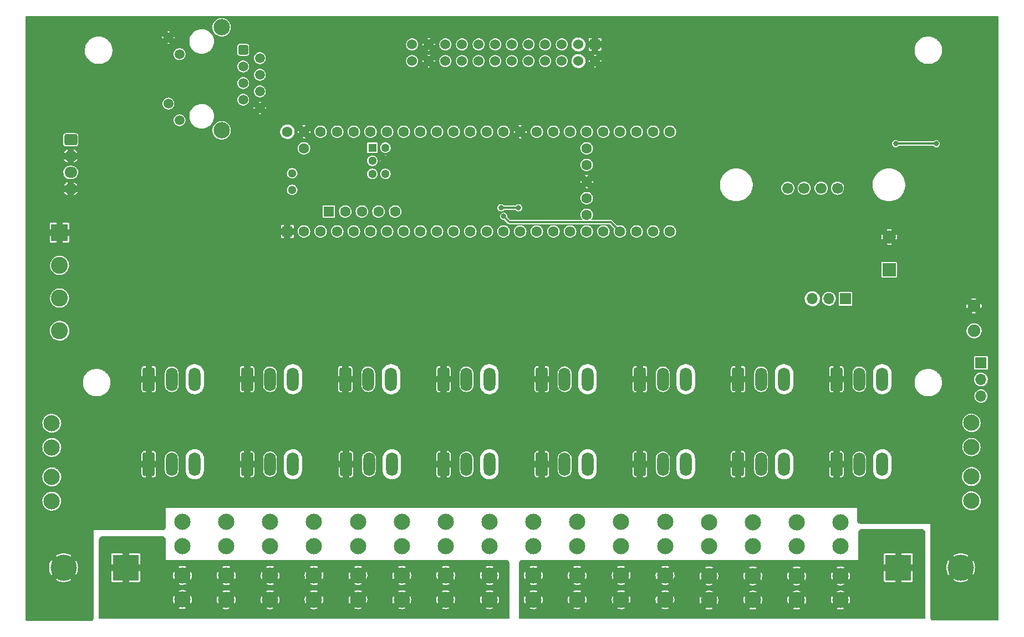
<source format=gbr>
G04 #@! TF.GenerationSoftware,KiCad,Pcbnew,(6.0.4)*
G04 #@! TF.CreationDate,2022-04-12T16:42:44-04:00*
G04 #@! TF.ProjectId,Teensy_16,5465656e-7379-45f3-9136-2e6b69636164,v1*
G04 #@! TF.SameCoordinates,Original*
G04 #@! TF.FileFunction,Copper,L2,Bot*
G04 #@! TF.FilePolarity,Positive*
%FSLAX46Y46*%
G04 Gerber Fmt 4.6, Leading zero omitted, Abs format (unit mm)*
G04 Created by KiCad (PCBNEW (6.0.4)) date 2022-04-12 16:42:44*
%MOMM*%
%LPD*%
G01*
G04 APERTURE LIST*
G04 Aperture macros list*
%AMRoundRect*
0 Rectangle with rounded corners*
0 $1 Rounding radius*
0 $2 $3 $4 $5 $6 $7 $8 $9 X,Y pos of 4 corners*
0 Add a 4 corners polygon primitive as box body*
4,1,4,$2,$3,$4,$5,$6,$7,$8,$9,$2,$3,0*
0 Add four circle primitives for the rounded corners*
1,1,$1+$1,$2,$3*
1,1,$1+$1,$4,$5*
1,1,$1+$1,$6,$7*
1,1,$1+$1,$8,$9*
0 Add four rect primitives between the rounded corners*
20,1,$1+$1,$2,$3,$4,$5,0*
20,1,$1+$1,$4,$5,$6,$7,0*
20,1,$1+$1,$6,$7,$8,$9,0*
20,1,$1+$1,$8,$9,$2,$3,0*%
G04 Aperture macros list end*
G04 #@! TA.AperFunction,ComponentPad*
%ADD10C,1.300000*%
G04 #@! TD*
G04 #@! TA.AperFunction,ComponentPad*
%ADD11C,1.600000*%
G04 #@! TD*
G04 #@! TA.AperFunction,ComponentPad*
%ADD12R,1.300000X1.300000*%
G04 #@! TD*
G04 #@! TA.AperFunction,ComponentPad*
%ADD13R,1.600000X1.600000*%
G04 #@! TD*
G04 #@! TA.AperFunction,ComponentPad*
%ADD14RoundRect,0.250500X-0.499500X0.499500X-0.499500X-0.499500X0.499500X-0.499500X0.499500X0.499500X0*%
G04 #@! TD*
G04 #@! TA.AperFunction,ComponentPad*
%ADD15C,1.500000*%
G04 #@! TD*
G04 #@! TA.AperFunction,ComponentPad*
%ADD16C,2.500000*%
G04 #@! TD*
G04 #@! TA.AperFunction,ComponentPad*
%ADD17C,2.475000*%
G04 #@! TD*
G04 #@! TA.AperFunction,ComponentPad*
%ADD18RoundRect,0.250000X-0.650000X-1.550000X0.650000X-1.550000X0.650000X1.550000X-0.650000X1.550000X0*%
G04 #@! TD*
G04 #@! TA.AperFunction,ComponentPad*
%ADD19O,1.800000X3.600000*%
G04 #@! TD*
G04 #@! TA.AperFunction,ComponentPad*
%ADD20C,1.700000*%
G04 #@! TD*
G04 #@! TA.AperFunction,ComponentPad*
%ADD21R,4.000000X4.000000*%
G04 #@! TD*
G04 #@! TA.AperFunction,ComponentPad*
%ADD22C,4.000000*%
G04 #@! TD*
G04 #@! TA.AperFunction,ComponentPad*
%ADD23R,1.530000X1.530000*%
G04 #@! TD*
G04 #@! TA.AperFunction,ComponentPad*
%ADD24C,1.530000*%
G04 #@! TD*
G04 #@! TA.AperFunction,ComponentPad*
%ADD25R,1.700000X1.700000*%
G04 #@! TD*
G04 #@! TA.AperFunction,ComponentPad*
%ADD26O,1.700000X1.700000*%
G04 #@! TD*
G04 #@! TA.AperFunction,ComponentPad*
%ADD27RoundRect,0.250000X-0.725000X0.600000X-0.725000X-0.600000X0.725000X-0.600000X0.725000X0.600000X0*%
G04 #@! TD*
G04 #@! TA.AperFunction,ComponentPad*
%ADD28O,1.950000X1.700000*%
G04 #@! TD*
G04 #@! TA.AperFunction,ComponentPad*
%ADD29C,1.904000*%
G04 #@! TD*
G04 #@! TA.AperFunction,ComponentPad*
%ADD30R,2.600000X2.600000*%
G04 #@! TD*
G04 #@! TA.AperFunction,ComponentPad*
%ADD31C,2.600000*%
G04 #@! TD*
G04 #@! TA.AperFunction,ComponentPad*
%ADD32R,2.000000X2.000000*%
G04 #@! TD*
G04 #@! TA.AperFunction,ComponentPad*
%ADD33C,2.000000*%
G04 #@! TD*
G04 #@! TA.AperFunction,ViaPad*
%ADD34C,0.800000*%
G04 #@! TD*
G04 #@! TA.AperFunction,Conductor*
%ADD35C,0.350000*%
G04 #@! TD*
G04 APERTURE END LIST*
D10*
X110987000Y-85129800D03*
X110987000Y-87669800D03*
D11*
X155977000Y-81319800D03*
X155977000Y-83859800D03*
X155977000Y-86399800D03*
X155977000Y-88939800D03*
X155977000Y-91479800D03*
D10*
X123227000Y-85218200D03*
X125227000Y-85218200D03*
X125227000Y-83218200D03*
X123227000Y-83218200D03*
X125227000Y-81218200D03*
D12*
X123227000Y-81218200D03*
D11*
X150897000Y-94019800D03*
X153437000Y-94019800D03*
X155977000Y-94019800D03*
X158517000Y-94019800D03*
X148357000Y-94019800D03*
X145817000Y-94019800D03*
X143277000Y-94019800D03*
X161057000Y-94019800D03*
X163597000Y-94019800D03*
X166137000Y-94019800D03*
X168677000Y-94019800D03*
X168677000Y-78779800D03*
X166137000Y-78779800D03*
X163597000Y-78779800D03*
X161057000Y-78779800D03*
X158517000Y-78779800D03*
X155977000Y-78779800D03*
X153437000Y-78779800D03*
X150897000Y-78779800D03*
X148357000Y-78779800D03*
X145817000Y-78779800D03*
X140737000Y-94019800D03*
X138197000Y-94019800D03*
X135657000Y-94019800D03*
X133117000Y-94019800D03*
X130577000Y-94019800D03*
X128037000Y-94019800D03*
X125497000Y-94019800D03*
X122957000Y-94019800D03*
X120417000Y-94019800D03*
X117877000Y-94019800D03*
X115337000Y-94019800D03*
X112797000Y-94019800D03*
D13*
X110257000Y-94019800D03*
D11*
X143277000Y-78779800D03*
X140737000Y-78779800D03*
X138197000Y-78779800D03*
X135657000Y-78779800D03*
X133117000Y-78779800D03*
X130577000Y-78779800D03*
X128037000Y-78779800D03*
X125497000Y-78779800D03*
X122957000Y-78779800D03*
X120417000Y-78779800D03*
X117877000Y-78779800D03*
X115337000Y-78779800D03*
X112797000Y-78779800D03*
X110257000Y-78779800D03*
D13*
X116556200Y-90969000D03*
D11*
X119096200Y-90969000D03*
X121636200Y-90969000D03*
X124176200Y-90969000D03*
X126716200Y-90969000D03*
X112797000Y-81319800D03*
D14*
X103517000Y-66254800D03*
D15*
X106057000Y-67524800D03*
X103517000Y-68794800D03*
X106057000Y-70064800D03*
X103517000Y-71334800D03*
X106057000Y-72604800D03*
X103517000Y-73874800D03*
X106057000Y-75144800D03*
X92087000Y-64374800D03*
X93787000Y-66914800D03*
X92087000Y-74484800D03*
X93787000Y-77024800D03*
D16*
X100217000Y-78574800D03*
X100217000Y-62824800D03*
D17*
X74282600Y-135238600D03*
X74282600Y-131538600D03*
X74282600Y-127038600D03*
X74282600Y-123338600D03*
D18*
X89100000Y-129600000D03*
D19*
X92600000Y-129600000D03*
X96100000Y-129600000D03*
D18*
X119100000Y-116600000D03*
D19*
X122600000Y-116600000D03*
X126100000Y-116600000D03*
D18*
X119214342Y-129600000D03*
D19*
X122714342Y-129600000D03*
X126214342Y-129600000D03*
D18*
X134100000Y-116600000D03*
D19*
X137600000Y-116600000D03*
X141100000Y-116600000D03*
D18*
X134100000Y-129600000D03*
D19*
X137600000Y-129600000D03*
X141100000Y-129600000D03*
D18*
X149100000Y-116600000D03*
D19*
X152600000Y-116600000D03*
X156100000Y-116600000D03*
D18*
X149100000Y-129600000D03*
D19*
X152600000Y-129600000D03*
X156100000Y-129600000D03*
D18*
X164100000Y-116600000D03*
D19*
X167600000Y-116600000D03*
X171100000Y-116600000D03*
D18*
X164100000Y-129600000D03*
D19*
X167600000Y-129600000D03*
X171100000Y-129600000D03*
D18*
X179100000Y-116600000D03*
D19*
X182600000Y-116600000D03*
X186100000Y-116600000D03*
D18*
X179100000Y-129600000D03*
D19*
X182600000Y-129600000D03*
X186100000Y-129600000D03*
D18*
X194100000Y-116600000D03*
D19*
X197600000Y-116600000D03*
X201100000Y-116600000D03*
D18*
X194100000Y-129600000D03*
D19*
X197600000Y-129600000D03*
X201100000Y-129600000D03*
D17*
X94222600Y-150288600D03*
X94222600Y-146588600D03*
X94222600Y-142088600D03*
X94222600Y-138388600D03*
X134425198Y-150298600D03*
X134425198Y-146598600D03*
X134425198Y-142098600D03*
X134425198Y-138398600D03*
X181328229Y-150363600D03*
X181328229Y-146663600D03*
X181328229Y-142163600D03*
X181328229Y-138463600D03*
X100923033Y-150303600D03*
X100923033Y-146603600D03*
X100923033Y-142103600D03*
X100923033Y-138403600D03*
X127724765Y-150298600D03*
X127724765Y-146598600D03*
X127724765Y-142098600D03*
X127724765Y-138398600D03*
X141125631Y-150298600D03*
X141125631Y-146598600D03*
X141125631Y-142098600D03*
X141125631Y-138398600D03*
X147826064Y-150298600D03*
X147826064Y-146598600D03*
X147826064Y-142098600D03*
X147826064Y-138398600D03*
X154526497Y-150298600D03*
X154526497Y-146598600D03*
X154526497Y-142098600D03*
X154526497Y-138398600D03*
X194729100Y-150363600D03*
X194729100Y-146663600D03*
X194729100Y-142163600D03*
X194729100Y-138463600D03*
X121024332Y-150298600D03*
X121024332Y-146598600D03*
X121024332Y-142098600D03*
X121024332Y-138398600D03*
X107623466Y-150303600D03*
X107623466Y-146603600D03*
X107623466Y-142103600D03*
X107623466Y-138403600D03*
X174627796Y-150363600D03*
X174627796Y-146663600D03*
X174627796Y-142163600D03*
X174627796Y-138463600D03*
X161226930Y-150298600D03*
X161226930Y-146598600D03*
X161226930Y-142098600D03*
X161226930Y-138398600D03*
X114323899Y-150303600D03*
X114323899Y-146603600D03*
X114323899Y-142103600D03*
X114323899Y-138403600D03*
D18*
X89100000Y-116600000D03*
D19*
X92600000Y-116600000D03*
X96100000Y-116600000D03*
D18*
X104100000Y-116600000D03*
D19*
X107600000Y-116600000D03*
X111100000Y-116600000D03*
D18*
X104100000Y-129600000D03*
D19*
X107600000Y-129600000D03*
X111100000Y-129600000D03*
D17*
X188028662Y-150363600D03*
X188028662Y-146663600D03*
X188028662Y-142163600D03*
X188028662Y-138463600D03*
X167927363Y-150298600D03*
X167927363Y-146598600D03*
X167927363Y-142098600D03*
X167927363Y-138398600D03*
D20*
X186667000Y-87399800D03*
X189167000Y-87399800D03*
X191767000Y-87399800D03*
X194267000Y-87399800D03*
D17*
X214726000Y-135181800D03*
X214726000Y-131481800D03*
X214726000Y-126981800D03*
X214726000Y-123281800D03*
D21*
X85567000Y-145399800D03*
D22*
X76067000Y-145399800D03*
D21*
X203567000Y-145399800D03*
D22*
X213067000Y-145399800D03*
D23*
X157237000Y-65429800D03*
D24*
X157237000Y-67969800D03*
X154697000Y-65429800D03*
X154697000Y-67969800D03*
X152157000Y-65429800D03*
X152157000Y-67969800D03*
X149617000Y-65429800D03*
X149617000Y-67969800D03*
X147077000Y-65429800D03*
X147077000Y-67969800D03*
X144537000Y-65429800D03*
X144537000Y-67969800D03*
X141997000Y-65429800D03*
X141997000Y-67969800D03*
X139457000Y-65429800D03*
X139457000Y-67969800D03*
X136917000Y-65429800D03*
X136917000Y-67969800D03*
X134377000Y-65429800D03*
X134377000Y-67969800D03*
X131837000Y-65429800D03*
X131837000Y-67969800D03*
X129297000Y-65429800D03*
X129297000Y-67969800D03*
D25*
X195492000Y-104299800D03*
D26*
X192952000Y-104299800D03*
X190412000Y-104299800D03*
D27*
X77167000Y-79999800D03*
D28*
X77167000Y-82499800D03*
X77167000Y-84999800D03*
X77167000Y-87499800D03*
D29*
X215117459Y-109205360D03*
X215117459Y-105395360D03*
D25*
X216167000Y-114099800D03*
D26*
X216167000Y-116639800D03*
X216167000Y-119179800D03*
D30*
X75467000Y-94199800D03*
D31*
X75467000Y-99199800D03*
X75467000Y-104199800D03*
X75467000Y-109199800D03*
D32*
X202167000Y-99867477D03*
D33*
X202167000Y-94867477D03*
D34*
X174767000Y-65499800D03*
X128867000Y-61799800D03*
X143367000Y-61699800D03*
X185467000Y-61699800D03*
X168467000Y-61699800D03*
X164867000Y-65599800D03*
X166067000Y-76399800D03*
X160967000Y-74899800D03*
X82967000Y-79499800D03*
X111267000Y-65699800D03*
X112867000Y-66299800D03*
X112867000Y-67499800D03*
X112867000Y-68699800D03*
X111267000Y-69499800D03*
X100267000Y-66499800D03*
X97267000Y-71499800D03*
X93267000Y-71499800D03*
X89267000Y-68499800D03*
X89267000Y-79499800D03*
X108267000Y-105499800D03*
X110267000Y-101499800D03*
X85267000Y-105499800D03*
X85267000Y-62499800D03*
X110267000Y-62499800D03*
X119267000Y-62499800D03*
X203267000Y-62499800D03*
X216267000Y-63499800D03*
X216267000Y-71499800D03*
X213267000Y-84399800D03*
X210267000Y-88399800D03*
X205067000Y-82799800D03*
X207467000Y-78999800D03*
X191267000Y-62299800D03*
X194067000Y-65099800D03*
X186967000Y-65999800D03*
X185667000Y-79199800D03*
X179067000Y-76699800D03*
X192567000Y-76799800D03*
X192967000Y-74199800D03*
X184767000Y-74199800D03*
X179267000Y-74099800D03*
X171567000Y-78799800D03*
X158467000Y-81499800D03*
X171167000Y-81399800D03*
X172467000Y-83799800D03*
X178167000Y-79399800D03*
X174067000Y-89099800D03*
X158567000Y-88799800D03*
X153467000Y-95999800D03*
X148167000Y-95899800D03*
X148867000Y-91199800D03*
X149467000Y-86399800D03*
X153767000Y-81499800D03*
X149867000Y-80599800D03*
X145667000Y-88699800D03*
X146067000Y-80999800D03*
X142867000Y-81099800D03*
X128967000Y-80899800D03*
X125867000Y-88599800D03*
X122767000Y-87299800D03*
X116067000Y-87999800D03*
X106267000Y-88099800D03*
X102467000Y-87799800D03*
X90667000Y-94899800D03*
X93767000Y-94399800D03*
X100567000Y-96999800D03*
X103867000Y-97599800D03*
X101167000Y-101399800D03*
X99067000Y-104899800D03*
X92767000Y-100499800D03*
X97067000Y-100399800D03*
X86167000Y-96199800D03*
X80567000Y-90399800D03*
X80867000Y-86099800D03*
X87667000Y-88099800D03*
X81267000Y-81699800D03*
X81167000Y-76099800D03*
X71767000Y-77199800D03*
X216167000Y-100299800D03*
X212067000Y-101699800D03*
X213967000Y-101699800D03*
X213967000Y-100299800D03*
X212067000Y-100299800D03*
X212067000Y-99199800D03*
X213967000Y-99199800D03*
X207167000Y-92099800D03*
X210567000Y-91399800D03*
X208867000Y-91399800D03*
X208967000Y-92899800D03*
X210567000Y-92899800D03*
X212267000Y-92899800D03*
X213867000Y-92999800D03*
X213867000Y-95199800D03*
X212267000Y-95199800D03*
X207567000Y-93799800D03*
X207567000Y-95199800D03*
X189267000Y-83599800D03*
X187367000Y-80699800D03*
X194367000Y-81999800D03*
X199467000Y-80499800D03*
X145567000Y-90399800D03*
X142867000Y-90399800D03*
X143267000Y-91699800D03*
X209354500Y-80599800D03*
X203167000Y-80599800D03*
X158001000Y-121017800D03*
X218067000Y-122399800D03*
X98651000Y-119967800D03*
X145167000Y-100799800D03*
X211667000Y-132699800D03*
X142151000Y-126167800D03*
X77767000Y-110799800D03*
X188267000Y-106699800D03*
X191367000Y-100599800D03*
X103667000Y-112699800D03*
X216967000Y-107999800D03*
X157567000Y-105199800D03*
X191667000Y-107699800D03*
X143151000Y-113817800D03*
X202667000Y-137299800D03*
X173301000Y-114717800D03*
X168351000Y-125267800D03*
X131767000Y-101399800D03*
X116867000Y-106099800D03*
X79467000Y-97599800D03*
X127251000Y-113767800D03*
X213267000Y-110199800D03*
X71267000Y-128699800D03*
X71267000Y-133199800D03*
X83467000Y-122999800D03*
X212067000Y-129599800D03*
X175067000Y-104699800D03*
X176467000Y-105899800D03*
X186067000Y-98899800D03*
X72767000Y-103599800D03*
X202467000Y-120799800D03*
X182467000Y-96599800D03*
X203067000Y-123999800D03*
X218067000Y-123899800D03*
X208867000Y-103999800D03*
X187551000Y-120517800D03*
X128667000Y-101299800D03*
X87267000Y-138499800D03*
X186067000Y-97699800D03*
X113367000Y-121199800D03*
X72267000Y-64499800D03*
X173867000Y-100299800D03*
X77867000Y-107899800D03*
X117067000Y-99269800D03*
X71267000Y-131699800D03*
X142751000Y-121517800D03*
X218067000Y-78899800D03*
X83467000Y-134499800D03*
X186167000Y-101599800D03*
X212067000Y-127999800D03*
X202667000Y-110999800D03*
X158567000Y-107799800D03*
X114767000Y-111099800D03*
X205667000Y-137299800D03*
X198467000Y-104799800D03*
X195067000Y-96499800D03*
X159967000Y-101399800D03*
X128651000Y-119967800D03*
X200067000Y-137299800D03*
X135367000Y-105899800D03*
X186067000Y-96399800D03*
X77567000Y-133099800D03*
X170067000Y-101399800D03*
X82067000Y-138499800D03*
X207567000Y-105199800D03*
X95067000Y-110699800D03*
X211667000Y-134199800D03*
X71767000Y-108199800D03*
X131167000Y-120699800D03*
X78467000Y-105199800D03*
X129967000Y-112499800D03*
X216267000Y-85099800D03*
X145067000Y-105099800D03*
X101567000Y-110499800D03*
X118567000Y-101399800D03*
X212567000Y-119699800D03*
X217667000Y-131199800D03*
X172567000Y-101299800D03*
X217667000Y-129399800D03*
X213167000Y-116399800D03*
X160567000Y-112599800D03*
X72367000Y-69699800D03*
X190667000Y-96499800D03*
X158567000Y-98999800D03*
X217667000Y-132899800D03*
X190267000Y-113599800D03*
X218367000Y-81399800D03*
X182467000Y-97799800D03*
X117167000Y-112799800D03*
X182467000Y-98999800D03*
X182067000Y-106399800D03*
X145367000Y-111299800D03*
X77167000Y-128799800D03*
X98451000Y-114417800D03*
X101267000Y-120899800D03*
X201367000Y-72299800D03*
X182467000Y-109399800D03*
X210167000Y-105199800D03*
X84867000Y-138499800D03*
X78967000Y-133099800D03*
X133867000Y-107299800D03*
X77167000Y-130099800D03*
X85667000Y-120899800D03*
X195567000Y-92699800D03*
X203267000Y-103299800D03*
X146967000Y-120799800D03*
X137767000Y-109399800D03*
X71267000Y-130299800D03*
D35*
X145567000Y-90399800D02*
X142867000Y-90399800D01*
X159641511Y-92604311D02*
X161057000Y-94019800D01*
X144171511Y-92604311D02*
X159641511Y-92604311D01*
X143267000Y-91699800D02*
X144171511Y-92604311D01*
X209354500Y-80599800D02*
X203167000Y-80599800D01*
G04 #@! TA.AperFunction,Conductor*
G36*
X218768473Y-61110426D02*
G01*
X218813092Y-61144663D01*
X218822137Y-61153708D01*
X218856374Y-61198327D01*
X218866500Y-61228156D01*
X218866500Y-153371501D01*
X218856376Y-153401328D01*
X218822156Y-153445929D01*
X218813114Y-153454972D01*
X218768515Y-153489198D01*
X218738690Y-153499325D01*
X215859670Y-153499634D01*
X208695401Y-153500404D01*
X208665569Y-153490280D01*
X208620927Y-153456030D01*
X208611881Y-153446985D01*
X208545673Y-153360710D01*
X208538997Y-153352010D01*
X208532600Y-153340932D01*
X208486781Y-153230323D01*
X208483470Y-153217966D01*
X208467419Y-153096056D01*
X208467000Y-153089660D01*
X208467000Y-147269139D01*
X211908806Y-147269139D01*
X211910351Y-147272869D01*
X211963303Y-147308251D01*
X211966081Y-147309855D01*
X212221856Y-147435989D01*
X212224801Y-147437209D01*
X212494854Y-147528879D01*
X212497960Y-147529711D01*
X212777652Y-147585345D01*
X212780824Y-147585763D01*
X213065398Y-147604415D01*
X213068602Y-147604415D01*
X213353176Y-147585763D01*
X213356348Y-147585345D01*
X213636040Y-147529711D01*
X213639146Y-147528879D01*
X213909199Y-147437209D01*
X213912144Y-147435989D01*
X214167919Y-147309855D01*
X214170697Y-147308251D01*
X214221128Y-147274554D01*
X214225272Y-147268352D01*
X214224484Y-147264391D01*
X213073893Y-146113800D01*
X213067000Y-146110945D01*
X213060107Y-146113800D01*
X211911661Y-147262246D01*
X211908806Y-147269139D01*
X208467000Y-147269139D01*
X208467000Y-145401402D01*
X210862385Y-145401402D01*
X210881037Y-145685976D01*
X210881455Y-145689148D01*
X210937089Y-145968840D01*
X210937921Y-145971946D01*
X211029591Y-146241999D01*
X211030811Y-146244944D01*
X211156945Y-146500719D01*
X211158549Y-146503497D01*
X211192246Y-146553928D01*
X211198448Y-146558072D01*
X211202409Y-146557284D01*
X212353000Y-145406693D01*
X212355855Y-145399800D01*
X213778145Y-145399800D01*
X213781000Y-145406693D01*
X214929446Y-146555139D01*
X214936339Y-146557994D01*
X214940069Y-146556449D01*
X214975451Y-146503497D01*
X214977055Y-146500719D01*
X215103189Y-146244944D01*
X215104409Y-146241999D01*
X215196079Y-145971946D01*
X215196911Y-145968840D01*
X215252545Y-145689148D01*
X215252963Y-145685976D01*
X215271615Y-145401402D01*
X215271615Y-145398198D01*
X215252963Y-145113624D01*
X215252545Y-145110452D01*
X215196911Y-144830760D01*
X215196079Y-144827654D01*
X215104409Y-144557601D01*
X215103189Y-144554656D01*
X214977055Y-144298881D01*
X214975451Y-144296103D01*
X214941754Y-144245672D01*
X214935552Y-144241528D01*
X214931591Y-144242316D01*
X213781000Y-145392907D01*
X213778145Y-145399800D01*
X212355855Y-145399800D01*
X212353000Y-145392907D01*
X211204554Y-144244461D01*
X211197661Y-144241606D01*
X211193931Y-144243151D01*
X211158549Y-144296103D01*
X211156945Y-144298881D01*
X211030811Y-144554656D01*
X211029591Y-144557601D01*
X210937921Y-144827654D01*
X210937089Y-144830760D01*
X210881455Y-145110452D01*
X210881037Y-145113624D01*
X210862385Y-145398198D01*
X210862385Y-145401402D01*
X208467000Y-145401402D01*
X208467000Y-143531248D01*
X211908728Y-143531248D01*
X211909516Y-143535209D01*
X213060107Y-144685800D01*
X213067000Y-144688655D01*
X213073893Y-144685800D01*
X214222339Y-143537354D01*
X214225194Y-143530461D01*
X214223649Y-143526731D01*
X214170697Y-143491349D01*
X214167919Y-143489745D01*
X213912144Y-143363611D01*
X213909199Y-143362391D01*
X213639146Y-143270721D01*
X213636040Y-143269889D01*
X213356348Y-143214255D01*
X213353176Y-143213837D01*
X213068602Y-143195185D01*
X213065398Y-143195185D01*
X212780824Y-143213837D01*
X212777652Y-143214255D01*
X212497960Y-143269889D01*
X212494854Y-143270721D01*
X212224801Y-143362391D01*
X212221856Y-143363611D01*
X211966081Y-143489745D01*
X211963303Y-143491349D01*
X211912872Y-143525046D01*
X211908728Y-143531248D01*
X208467000Y-143531248D01*
X208467000Y-138699800D01*
X197778213Y-138699800D01*
X197771817Y-138699381D01*
X197649913Y-138683332D01*
X197637559Y-138680021D01*
X197526958Y-138634209D01*
X197515886Y-138627817D01*
X197420905Y-138554935D01*
X197411865Y-138545895D01*
X197338983Y-138450914D01*
X197332590Y-138439840D01*
X197286779Y-138329241D01*
X197283468Y-138316886D01*
X197267419Y-138194983D01*
X197267000Y-138188587D01*
X197267000Y-136299800D01*
X91667000Y-136299800D01*
X91667000Y-139188587D01*
X91666581Y-139194983D01*
X91650532Y-139316886D01*
X91647221Y-139329241D01*
X91601410Y-139439840D01*
X91595017Y-139450914D01*
X91522135Y-139545895D01*
X91513095Y-139554935D01*
X91418114Y-139627817D01*
X91407042Y-139634209D01*
X91296441Y-139680021D01*
X91284087Y-139683332D01*
X91162183Y-139699381D01*
X91155787Y-139699800D01*
X80667000Y-139699800D01*
X80667000Y-153103514D01*
X80666581Y-153109909D01*
X80650535Y-153231801D01*
X80647225Y-153244156D01*
X80601418Y-153354751D01*
X80595023Y-153365828D01*
X80578481Y-153387389D01*
X80522156Y-153460800D01*
X80513114Y-153469843D01*
X80468515Y-153504069D01*
X80438691Y-153514195D01*
X73166973Y-153514977D01*
X70395400Y-153515275D01*
X70365569Y-153505152D01*
X70320925Y-153470900D01*
X70311881Y-153461857D01*
X70307410Y-153456030D01*
X70277627Y-153417220D01*
X70267500Y-153387389D01*
X70267500Y-147269139D01*
X74908806Y-147269139D01*
X74910351Y-147272869D01*
X74963303Y-147308251D01*
X74966081Y-147309855D01*
X75221856Y-147435989D01*
X75224801Y-147437209D01*
X75494854Y-147528879D01*
X75497960Y-147529711D01*
X75777652Y-147585345D01*
X75780824Y-147585763D01*
X76065398Y-147604415D01*
X76068602Y-147604415D01*
X76353176Y-147585763D01*
X76356348Y-147585345D01*
X76636040Y-147529711D01*
X76639146Y-147528879D01*
X76909199Y-147437209D01*
X76912144Y-147435989D01*
X77167919Y-147309855D01*
X77170697Y-147308251D01*
X77221128Y-147274554D01*
X77225272Y-147268352D01*
X77224484Y-147264391D01*
X76073893Y-146113800D01*
X76067000Y-146110945D01*
X76060107Y-146113800D01*
X74911661Y-147262246D01*
X74908806Y-147269139D01*
X70267500Y-147269139D01*
X70267500Y-145401402D01*
X73862385Y-145401402D01*
X73881037Y-145685976D01*
X73881455Y-145689148D01*
X73937089Y-145968840D01*
X73937921Y-145971946D01*
X74029591Y-146241999D01*
X74030811Y-146244944D01*
X74156945Y-146500719D01*
X74158549Y-146503497D01*
X74192246Y-146553928D01*
X74198448Y-146558072D01*
X74202409Y-146557284D01*
X75353000Y-145406693D01*
X75355855Y-145399800D01*
X76778145Y-145399800D01*
X76781000Y-145406693D01*
X77929446Y-146555139D01*
X77936339Y-146557994D01*
X77940069Y-146556449D01*
X77975451Y-146503497D01*
X77977055Y-146500719D01*
X78103189Y-146244944D01*
X78104409Y-146241999D01*
X78196079Y-145971946D01*
X78196911Y-145968840D01*
X78252545Y-145689148D01*
X78252963Y-145685976D01*
X78271615Y-145401402D01*
X78271615Y-145398198D01*
X78252963Y-145113624D01*
X78252545Y-145110452D01*
X78196911Y-144830760D01*
X78196079Y-144827654D01*
X78104409Y-144557601D01*
X78103189Y-144554656D01*
X77977055Y-144298881D01*
X77975451Y-144296103D01*
X77941754Y-144245672D01*
X77935552Y-144241528D01*
X77931591Y-144242316D01*
X76781000Y-145392907D01*
X76778145Y-145399800D01*
X75355855Y-145399800D01*
X75353000Y-145392907D01*
X74204554Y-144244461D01*
X74197661Y-144241606D01*
X74193931Y-144243151D01*
X74158549Y-144296103D01*
X74156945Y-144298881D01*
X74030811Y-144554656D01*
X74029591Y-144557601D01*
X73937921Y-144827654D01*
X73937089Y-144830760D01*
X73881455Y-145110452D01*
X73881037Y-145113624D01*
X73862385Y-145398198D01*
X73862385Y-145401402D01*
X70267500Y-145401402D01*
X70267500Y-143531248D01*
X74908728Y-143531248D01*
X74909516Y-143535209D01*
X76060107Y-144685800D01*
X76067000Y-144688655D01*
X76073893Y-144685800D01*
X77222339Y-143537354D01*
X77225194Y-143530461D01*
X77223649Y-143526731D01*
X77170697Y-143491349D01*
X77167919Y-143489745D01*
X76912144Y-143363611D01*
X76909199Y-143362391D01*
X76639146Y-143270721D01*
X76636040Y-143269889D01*
X76356348Y-143214255D01*
X76353176Y-143213837D01*
X76068602Y-143195185D01*
X76065398Y-143195185D01*
X75780824Y-143213837D01*
X75777652Y-143214255D01*
X75497960Y-143269889D01*
X75494854Y-143270721D01*
X75224801Y-143362391D01*
X75221856Y-143363611D01*
X74966081Y-143489745D01*
X74963303Y-143491349D01*
X74912872Y-143525046D01*
X74908728Y-143531248D01*
X70267500Y-143531248D01*
X70267500Y-135203346D01*
X72840103Y-135203346D01*
X72840218Y-135205342D01*
X72840218Y-135205345D01*
X72846200Y-135309087D01*
X72853714Y-135439417D01*
X72854155Y-135441375D01*
X72854156Y-135441380D01*
X72876728Y-135541536D01*
X72905700Y-135670094D01*
X72994663Y-135889184D01*
X73118214Y-136090801D01*
X73188690Y-136172161D01*
X73271724Y-136268019D01*
X73271728Y-136268022D01*
X73273036Y-136269533D01*
X73454970Y-136420577D01*
X73456700Y-136421588D01*
X73456703Y-136421590D01*
X73551271Y-136476851D01*
X73659131Y-136539879D01*
X73880036Y-136624235D01*
X73882009Y-136624636D01*
X73882011Y-136624637D01*
X74007919Y-136650253D01*
X74111752Y-136671378D01*
X74113757Y-136671452D01*
X74113761Y-136671452D01*
X74274158Y-136677333D01*
X74348056Y-136680043D01*
X74418827Y-136670977D01*
X74580605Y-136650253D01*
X74580607Y-136650253D01*
X74582602Y-136649997D01*
X74584529Y-136649419D01*
X74584533Y-136649418D01*
X74700413Y-136614652D01*
X74809091Y-136582047D01*
X75009647Y-136483795D01*
X75019635Y-136478902D01*
X75019637Y-136478901D01*
X75021441Y-136478017D01*
X75099832Y-136422102D01*
X75212313Y-136341870D01*
X75213949Y-136340703D01*
X75381445Y-136173790D01*
X75421244Y-136118405D01*
X75518260Y-135983392D01*
X75519431Y-135981763D01*
X75624201Y-135769777D01*
X75692941Y-135543526D01*
X75723805Y-135309087D01*
X75725162Y-135253584D01*
X75725496Y-135239916D01*
X75725496Y-135239913D01*
X75725528Y-135238600D01*
X75717960Y-135146546D01*
X213283503Y-135146546D01*
X213283618Y-135148542D01*
X213283618Y-135148545D01*
X213292875Y-135309087D01*
X213297114Y-135382617D01*
X213297555Y-135384575D01*
X213297556Y-135384580D01*
X213310357Y-135441380D01*
X213349100Y-135613294D01*
X213438063Y-135832384D01*
X213561614Y-136034001D01*
X213562932Y-136035522D01*
X213715124Y-136211219D01*
X213715128Y-136211222D01*
X213716436Y-136212733D01*
X213802161Y-136283903D01*
X213868872Y-136339287D01*
X213898370Y-136363777D01*
X213900100Y-136364788D01*
X213900103Y-136364790D01*
X213996667Y-136421217D01*
X214102531Y-136483079D01*
X214323436Y-136567435D01*
X214325409Y-136567836D01*
X214325411Y-136567837D01*
X214451319Y-136593453D01*
X214555152Y-136614578D01*
X214557157Y-136614652D01*
X214557161Y-136614652D01*
X214717558Y-136620533D01*
X214791456Y-136623243D01*
X214862227Y-136614177D01*
X215024005Y-136593453D01*
X215024007Y-136593453D01*
X215026002Y-136593197D01*
X215027929Y-136592619D01*
X215027933Y-136592618D01*
X215114268Y-136566716D01*
X215252491Y-136525247D01*
X215464841Y-136421217D01*
X215467532Y-136419298D01*
X215655713Y-136285070D01*
X215657349Y-136283903D01*
X215673289Y-136268019D01*
X215823425Y-136118405D01*
X215824845Y-136116990D01*
X215962831Y-135924963D01*
X215979666Y-135890901D01*
X216066710Y-135714779D01*
X216067601Y-135712977D01*
X216136341Y-135486726D01*
X216167205Y-135252287D01*
X216167926Y-135222798D01*
X216168896Y-135183116D01*
X216168896Y-135183113D01*
X216168928Y-135181800D01*
X216149553Y-134946132D01*
X216098354Y-134742300D01*
X216092437Y-134718744D01*
X216092436Y-134718742D01*
X216091947Y-134716794D01*
X215997657Y-134499943D01*
X215869217Y-134301404D01*
X215710075Y-134126509D01*
X215708502Y-134125267D01*
X215708498Y-134125263D01*
X215526083Y-133981202D01*
X215524504Y-133979955D01*
X215488131Y-133959876D01*
X215319249Y-133866647D01*
X215319243Y-133866644D01*
X215317489Y-133865676D01*
X215094590Y-133786743D01*
X215092617Y-133786392D01*
X215092615Y-133786391D01*
X214863770Y-133745628D01*
X214863766Y-133745628D01*
X214861792Y-133745276D01*
X214859784Y-133745251D01*
X214859779Y-133745251D01*
X214734074Y-133743715D01*
X214625346Y-133742387D01*
X214623353Y-133742692D01*
X214623352Y-133742692D01*
X214393597Y-133777849D01*
X214391604Y-133778154D01*
X214166843Y-133851618D01*
X213957098Y-133960804D01*
X213768002Y-134102781D01*
X213766615Y-134104233D01*
X213766611Y-134104236D01*
X213606022Y-134272283D01*
X213606019Y-134272287D01*
X213604634Y-134273736D01*
X213603506Y-134275389D01*
X213603504Y-134275392D01*
X213547014Y-134358204D01*
X213471381Y-134469077D01*
X213470536Y-134470898D01*
X213470534Y-134470901D01*
X213372670Y-134681732D01*
X213372668Y-134681737D01*
X213371822Y-134683560D01*
X213308630Y-134911422D01*
X213283503Y-135146546D01*
X75717960Y-135146546D01*
X75706153Y-135002932D01*
X75648547Y-134773594D01*
X75554257Y-134556743D01*
X75425817Y-134358204D01*
X75266675Y-134183309D01*
X75265102Y-134182067D01*
X75265098Y-134182063D01*
X75082683Y-134038002D01*
X75081104Y-134036755D01*
X75044731Y-134016676D01*
X74875849Y-133923447D01*
X74875843Y-133923444D01*
X74874089Y-133922476D01*
X74651190Y-133843543D01*
X74649217Y-133843192D01*
X74649215Y-133843191D01*
X74420370Y-133802428D01*
X74420366Y-133802428D01*
X74418392Y-133802076D01*
X74416384Y-133802051D01*
X74416379Y-133802051D01*
X74290674Y-133800515D01*
X74181946Y-133799187D01*
X74179953Y-133799492D01*
X74179952Y-133799492D01*
X73950197Y-133834649D01*
X73948204Y-133834954D01*
X73723443Y-133908418D01*
X73513698Y-134017604D01*
X73324602Y-134159581D01*
X73323215Y-134161033D01*
X73323211Y-134161036D01*
X73162622Y-134329083D01*
X73162619Y-134329087D01*
X73161234Y-134330536D01*
X73160106Y-134332189D01*
X73160104Y-134332192D01*
X73067860Y-134467417D01*
X73027981Y-134525877D01*
X73027136Y-134527698D01*
X73027134Y-134527701D01*
X72929270Y-134738532D01*
X72929268Y-134738537D01*
X72928422Y-134740360D01*
X72865230Y-134968222D01*
X72840103Y-135203346D01*
X70267500Y-135203346D01*
X70267500Y-131503346D01*
X72840103Y-131503346D01*
X72840218Y-131505342D01*
X72840218Y-131505345D01*
X72851058Y-131693343D01*
X72853714Y-131739417D01*
X72854155Y-131741375D01*
X72854156Y-131741380D01*
X72883768Y-131872775D01*
X72905700Y-131970094D01*
X72994663Y-132189184D01*
X73118214Y-132390801D01*
X73188690Y-132472161D01*
X73271724Y-132568019D01*
X73271728Y-132568022D01*
X73273036Y-132569533D01*
X73454970Y-132720577D01*
X73456700Y-132721588D01*
X73456703Y-132721590D01*
X73551271Y-132776851D01*
X73659131Y-132839879D01*
X73880036Y-132924235D01*
X73882009Y-132924636D01*
X73882011Y-132924637D01*
X74007919Y-132950253D01*
X74111752Y-132971378D01*
X74113757Y-132971452D01*
X74113761Y-132971452D01*
X74274158Y-132977333D01*
X74348056Y-132980043D01*
X74418827Y-132970977D01*
X74580605Y-132950253D01*
X74580607Y-132950253D01*
X74582602Y-132949997D01*
X74584529Y-132949419D01*
X74584533Y-132949418D01*
X74700413Y-132914652D01*
X74809091Y-132882047D01*
X75009647Y-132783795D01*
X75019635Y-132778902D01*
X75019637Y-132778901D01*
X75021441Y-132778017D01*
X75099832Y-132722102D01*
X75212313Y-132641870D01*
X75213949Y-132640703D01*
X75381445Y-132473790D01*
X75421244Y-132418405D01*
X75518260Y-132283392D01*
X75519431Y-132281763D01*
X75624201Y-132069777D01*
X75692941Y-131843526D01*
X75723805Y-131609087D01*
X75724526Y-131579598D01*
X75725496Y-131539916D01*
X75725496Y-131539913D01*
X75725528Y-131538600D01*
X75706153Y-131302932D01*
X75680954Y-131202613D01*
X88000001Y-131202613D01*
X88000110Y-131204918D01*
X88002697Y-131232303D01*
X88003967Y-131238092D01*
X88046597Y-131359485D01*
X88049993Y-131365898D01*
X88126032Y-131468846D01*
X88131154Y-131473968D01*
X88234102Y-131550007D01*
X88240515Y-131553403D01*
X88361907Y-131596032D01*
X88367698Y-131597303D01*
X88395083Y-131599892D01*
X88397385Y-131600000D01*
X88590253Y-131600000D01*
X88597145Y-131597145D01*
X88600000Y-131590253D01*
X88600000Y-131590252D01*
X89600000Y-131590252D01*
X89602855Y-131597144D01*
X89609747Y-131599999D01*
X89802613Y-131599999D01*
X89804918Y-131599890D01*
X89832303Y-131597303D01*
X89838092Y-131596033D01*
X89959485Y-131553403D01*
X89965898Y-131550007D01*
X90068846Y-131473968D01*
X90073968Y-131468846D01*
X90150007Y-131365898D01*
X90153403Y-131359485D01*
X90196032Y-131238093D01*
X90197303Y-131232302D01*
X90199892Y-131204917D01*
X90200000Y-131202615D01*
X90200000Y-130551841D01*
X91549500Y-130551841D01*
X91549616Y-130553021D01*
X91549616Y-130553027D01*
X91550368Y-130560697D01*
X91564520Y-130705030D01*
X91565209Y-130707312D01*
X91565210Y-130707317D01*
X91573498Y-130734766D01*
X91624065Y-130902251D01*
X91625188Y-130904363D01*
X91719658Y-131082038D01*
X91719661Y-131082042D01*
X91720782Y-131084151D01*
X91850989Y-131243800D01*
X92009725Y-131375118D01*
X92190945Y-131473103D01*
X92387746Y-131534023D01*
X92390121Y-131534273D01*
X92390123Y-131534273D01*
X92590248Y-131555307D01*
X92590253Y-131555307D01*
X92592631Y-131555557D01*
X92595016Y-131555340D01*
X92595021Y-131555340D01*
X92695214Y-131546222D01*
X92797797Y-131536886D01*
X92980492Y-131483116D01*
X92993125Y-131479398D01*
X92993127Y-131479397D01*
X92995428Y-131478720D01*
X93177998Y-131383274D01*
X93318611Y-131270219D01*
X93336688Y-131255685D01*
X93336691Y-131255682D01*
X93338553Y-131254185D01*
X93345311Y-131246132D01*
X93469435Y-131098206D01*
X93470976Y-131096370D01*
X93570224Y-130915838D01*
X93575261Y-130899961D01*
X93589508Y-130855048D01*
X93632516Y-130719468D01*
X93642654Y-130629083D01*
X93650348Y-130560495D01*
X93650348Y-130560487D01*
X93650439Y-130559680D01*
X94699500Y-130559680D01*
X94699586Y-130560690D01*
X94699586Y-130560697D01*
X94713252Y-130721749D01*
X94714531Y-130736823D01*
X94774240Y-130966874D01*
X94795897Y-131014950D01*
X94833401Y-131098206D01*
X94871857Y-131183576D01*
X94873017Y-131185299D01*
X94947627Y-131296120D01*
X95004591Y-131380732D01*
X95006021Y-131382231D01*
X95166993Y-131550973D01*
X95168645Y-131552705D01*
X95170312Y-131553946D01*
X95170314Y-131553947D01*
X95242659Y-131607773D01*
X95359330Y-131694579D01*
X95361178Y-131695518D01*
X95361177Y-131695518D01*
X95569343Y-131801355D01*
X95569349Y-131801357D01*
X95571193Y-131802295D01*
X95798176Y-131872775D01*
X96033789Y-131904004D01*
X96217806Y-131897095D01*
X96269221Y-131895165D01*
X96269223Y-131895165D01*
X96271295Y-131895087D01*
X96273323Y-131894661D01*
X96273327Y-131894661D01*
X96396116Y-131868897D01*
X96503904Y-131846281D01*
X96659745Y-131784736D01*
X96723029Y-131759744D01*
X96723031Y-131759743D01*
X96724963Y-131758980D01*
X96850805Y-131682617D01*
X96926382Y-131636756D01*
X96926385Y-131636754D01*
X96928153Y-131635681D01*
X96957306Y-131610384D01*
X97106098Y-131481269D01*
X97106099Y-131481268D01*
X97107664Y-131479910D01*
X97258362Y-131296120D01*
X97311590Y-131202613D01*
X103000001Y-131202613D01*
X103000110Y-131204918D01*
X103002697Y-131232303D01*
X103003967Y-131238092D01*
X103046597Y-131359485D01*
X103049993Y-131365898D01*
X103126032Y-131468846D01*
X103131154Y-131473968D01*
X103234102Y-131550007D01*
X103240515Y-131553403D01*
X103361907Y-131596032D01*
X103367698Y-131597303D01*
X103395083Y-131599892D01*
X103397385Y-131600000D01*
X103590253Y-131600000D01*
X103597145Y-131597145D01*
X103600000Y-131590253D01*
X103600000Y-131590252D01*
X104600000Y-131590252D01*
X104602855Y-131597144D01*
X104609747Y-131599999D01*
X104802613Y-131599999D01*
X104804918Y-131599890D01*
X104832303Y-131597303D01*
X104838092Y-131596033D01*
X104959485Y-131553403D01*
X104965898Y-131550007D01*
X105068846Y-131473968D01*
X105073968Y-131468846D01*
X105150007Y-131365898D01*
X105153403Y-131359485D01*
X105196032Y-131238093D01*
X105197303Y-131232302D01*
X105199892Y-131204917D01*
X105200000Y-131202615D01*
X105200000Y-130551841D01*
X106549500Y-130551841D01*
X106549616Y-130553021D01*
X106549616Y-130553027D01*
X106550368Y-130560697D01*
X106564520Y-130705030D01*
X106565209Y-130707312D01*
X106565210Y-130707317D01*
X106573498Y-130734766D01*
X106624065Y-130902251D01*
X106625188Y-130904363D01*
X106719658Y-131082038D01*
X106719661Y-131082042D01*
X106720782Y-131084151D01*
X106850989Y-131243800D01*
X107009725Y-131375118D01*
X107190945Y-131473103D01*
X107387746Y-131534023D01*
X107390121Y-131534273D01*
X107390123Y-131534273D01*
X107590248Y-131555307D01*
X107590253Y-131555307D01*
X107592631Y-131555557D01*
X107595016Y-131555340D01*
X107595021Y-131555340D01*
X107695214Y-131546222D01*
X107797797Y-131536886D01*
X107980492Y-131483116D01*
X107993125Y-131479398D01*
X107993127Y-131479397D01*
X107995428Y-131478720D01*
X108177998Y-131383274D01*
X108318611Y-131270219D01*
X108336688Y-131255685D01*
X108336691Y-131255682D01*
X108338553Y-131254185D01*
X108345311Y-131246132D01*
X108469435Y-131098206D01*
X108470976Y-131096370D01*
X108570224Y-130915838D01*
X108575261Y-130899961D01*
X108589508Y-130855048D01*
X108632516Y-130719468D01*
X108642654Y-130629083D01*
X108650348Y-130560495D01*
X108650348Y-130560487D01*
X108650439Y-130559680D01*
X109699500Y-130559680D01*
X109699586Y-130560690D01*
X109699586Y-130560697D01*
X109713252Y-130721749D01*
X109714531Y-130736823D01*
X109774240Y-130966874D01*
X109795897Y-131014950D01*
X109833401Y-131098206D01*
X109871857Y-131183576D01*
X109873017Y-131185299D01*
X109947627Y-131296120D01*
X110004591Y-131380732D01*
X110006021Y-131382231D01*
X110166993Y-131550973D01*
X110168645Y-131552705D01*
X110170312Y-131553946D01*
X110170314Y-131553947D01*
X110242659Y-131607773D01*
X110359330Y-131694579D01*
X110361178Y-131695518D01*
X110361177Y-131695518D01*
X110569343Y-131801355D01*
X110569349Y-131801357D01*
X110571193Y-131802295D01*
X110798176Y-131872775D01*
X111033789Y-131904004D01*
X111217806Y-131897095D01*
X111269221Y-131895165D01*
X111269223Y-131895165D01*
X111271295Y-131895087D01*
X111273323Y-131894661D01*
X111273327Y-131894661D01*
X111396116Y-131868897D01*
X111503904Y-131846281D01*
X111659745Y-131784736D01*
X111723029Y-131759744D01*
X111723031Y-131759743D01*
X111724963Y-131758980D01*
X111850805Y-131682617D01*
X111926382Y-131636756D01*
X111926385Y-131636754D01*
X111928153Y-131635681D01*
X111957306Y-131610384D01*
X112106098Y-131481269D01*
X112106099Y-131481268D01*
X112107664Y-131479910D01*
X112258362Y-131296120D01*
X112311590Y-131202613D01*
X118114343Y-131202613D01*
X118114452Y-131204918D01*
X118117039Y-131232303D01*
X118118309Y-131238092D01*
X118160939Y-131359485D01*
X118164335Y-131365898D01*
X118240374Y-131468846D01*
X118245496Y-131473968D01*
X118348444Y-131550007D01*
X118354857Y-131553403D01*
X118476249Y-131596032D01*
X118482040Y-131597303D01*
X118509425Y-131599892D01*
X118511727Y-131600000D01*
X118704595Y-131600000D01*
X118711487Y-131597145D01*
X118714342Y-131590253D01*
X118714342Y-131590252D01*
X119714342Y-131590252D01*
X119717197Y-131597144D01*
X119724089Y-131599999D01*
X119916955Y-131599999D01*
X119919260Y-131599890D01*
X119946645Y-131597303D01*
X119952434Y-131596033D01*
X120073827Y-131553403D01*
X120080240Y-131550007D01*
X120183188Y-131473968D01*
X120188310Y-131468846D01*
X120264349Y-131365898D01*
X120267745Y-131359485D01*
X120310374Y-131238093D01*
X120311645Y-131232302D01*
X120314234Y-131204917D01*
X120314342Y-131202615D01*
X120314342Y-130551841D01*
X121663842Y-130551841D01*
X121663958Y-130553021D01*
X121663958Y-130553027D01*
X121664710Y-130560697D01*
X121678862Y-130705030D01*
X121679551Y-130707312D01*
X121679552Y-130707317D01*
X121687840Y-130734766D01*
X121738407Y-130902251D01*
X121739530Y-130904363D01*
X121834000Y-131082038D01*
X121834003Y-131082042D01*
X121835124Y-131084151D01*
X121965331Y-131243800D01*
X122124067Y-131375118D01*
X122305287Y-131473103D01*
X122502088Y-131534023D01*
X122504463Y-131534273D01*
X122504465Y-131534273D01*
X122704590Y-131555307D01*
X122704595Y-131555307D01*
X122706973Y-131555557D01*
X122709358Y-131555340D01*
X122709363Y-131555340D01*
X122809556Y-131546222D01*
X122912139Y-131536886D01*
X123094834Y-131483116D01*
X123107467Y-131479398D01*
X123107469Y-131479397D01*
X123109770Y-131478720D01*
X123292340Y-131383274D01*
X123432953Y-131270219D01*
X123451030Y-131255685D01*
X123451033Y-131255682D01*
X123452895Y-131254185D01*
X123459653Y-131246132D01*
X123583777Y-131098206D01*
X123585318Y-131096370D01*
X123684566Y-130915838D01*
X123689603Y-130899961D01*
X123703850Y-130855048D01*
X123746858Y-130719468D01*
X123756996Y-130629083D01*
X123764690Y-130560495D01*
X123764690Y-130560487D01*
X123764781Y-130559680D01*
X124813842Y-130559680D01*
X124813928Y-130560690D01*
X124813928Y-130560697D01*
X124827594Y-130721749D01*
X124828873Y-130736823D01*
X124888582Y-130966874D01*
X124910239Y-131014950D01*
X124947743Y-131098206D01*
X124986199Y-131183576D01*
X124987359Y-131185299D01*
X125061969Y-131296120D01*
X125118933Y-131380732D01*
X125120363Y-131382231D01*
X125281335Y-131550973D01*
X125282987Y-131552705D01*
X125284654Y-131553946D01*
X125284656Y-131553947D01*
X125357001Y-131607773D01*
X125473672Y-131694579D01*
X125475520Y-131695518D01*
X125475519Y-131695518D01*
X125683685Y-131801355D01*
X125683691Y-131801357D01*
X125685535Y-131802295D01*
X125912518Y-131872775D01*
X126148131Y-131904004D01*
X126332148Y-131897095D01*
X126383563Y-131895165D01*
X126383565Y-131895165D01*
X126385637Y-131895087D01*
X126387665Y-131894661D01*
X126387669Y-131894661D01*
X126510458Y-131868897D01*
X126618246Y-131846281D01*
X126774087Y-131784736D01*
X126837371Y-131759744D01*
X126837373Y-131759743D01*
X126839305Y-131758980D01*
X126965147Y-131682617D01*
X127040724Y-131636756D01*
X127040727Y-131636754D01*
X127042495Y-131635681D01*
X127071648Y-131610384D01*
X127220440Y-131481269D01*
X127220441Y-131481268D01*
X127222006Y-131479910D01*
X127372704Y-131296120D01*
X127425932Y-131202613D01*
X133000001Y-131202613D01*
X133000110Y-131204918D01*
X133002697Y-131232303D01*
X133003967Y-131238092D01*
X133046597Y-131359485D01*
X133049993Y-131365898D01*
X133126032Y-131468846D01*
X133131154Y-131473968D01*
X133234102Y-131550007D01*
X133240515Y-131553403D01*
X133361907Y-131596032D01*
X133367698Y-131597303D01*
X133395083Y-131599892D01*
X133397385Y-131600000D01*
X133590253Y-131600000D01*
X133597145Y-131597145D01*
X133600000Y-131590253D01*
X133600000Y-131590252D01*
X134600000Y-131590252D01*
X134602855Y-131597144D01*
X134609747Y-131599999D01*
X134802613Y-131599999D01*
X134804918Y-131599890D01*
X134832303Y-131597303D01*
X134838092Y-131596033D01*
X134959485Y-131553403D01*
X134965898Y-131550007D01*
X135068846Y-131473968D01*
X135073968Y-131468846D01*
X135150007Y-131365898D01*
X135153403Y-131359485D01*
X135196032Y-131238093D01*
X135197303Y-131232302D01*
X135199892Y-131204917D01*
X135200000Y-131202615D01*
X135200000Y-130551841D01*
X136549500Y-130551841D01*
X136549616Y-130553021D01*
X136549616Y-130553027D01*
X136550368Y-130560697D01*
X136564520Y-130705030D01*
X136565209Y-130707312D01*
X136565210Y-130707317D01*
X136573498Y-130734766D01*
X136624065Y-130902251D01*
X136625188Y-130904363D01*
X136719658Y-131082038D01*
X136719661Y-131082042D01*
X136720782Y-131084151D01*
X136850989Y-131243800D01*
X137009725Y-131375118D01*
X137190945Y-131473103D01*
X137387746Y-131534023D01*
X137390121Y-131534273D01*
X137390123Y-131534273D01*
X137590248Y-131555307D01*
X137590253Y-131555307D01*
X137592631Y-131555557D01*
X137595016Y-131555340D01*
X137595021Y-131555340D01*
X137695214Y-131546222D01*
X137797797Y-131536886D01*
X137980492Y-131483116D01*
X137993125Y-131479398D01*
X137993127Y-131479397D01*
X137995428Y-131478720D01*
X138177998Y-131383274D01*
X138318611Y-131270219D01*
X138336688Y-131255685D01*
X138336691Y-131255682D01*
X138338553Y-131254185D01*
X138345311Y-131246132D01*
X138469435Y-131098206D01*
X138470976Y-131096370D01*
X138570224Y-130915838D01*
X138575261Y-130899961D01*
X138589508Y-130855048D01*
X138632516Y-130719468D01*
X138642654Y-130629083D01*
X138650348Y-130560495D01*
X138650348Y-130560487D01*
X138650439Y-130559680D01*
X139699500Y-130559680D01*
X139699586Y-130560690D01*
X139699586Y-130560697D01*
X139713252Y-130721749D01*
X139714531Y-130736823D01*
X139774240Y-130966874D01*
X139795897Y-131014950D01*
X139833401Y-131098206D01*
X139871857Y-131183576D01*
X139873017Y-131185299D01*
X139947627Y-131296120D01*
X140004591Y-131380732D01*
X140006021Y-131382231D01*
X140166993Y-131550973D01*
X140168645Y-131552705D01*
X140170312Y-131553946D01*
X140170314Y-131553947D01*
X140242659Y-131607773D01*
X140359330Y-131694579D01*
X140361178Y-131695518D01*
X140361177Y-131695518D01*
X140569343Y-131801355D01*
X140569349Y-131801357D01*
X140571193Y-131802295D01*
X140798176Y-131872775D01*
X141033789Y-131904004D01*
X141217806Y-131897095D01*
X141269221Y-131895165D01*
X141269223Y-131895165D01*
X141271295Y-131895087D01*
X141273323Y-131894661D01*
X141273327Y-131894661D01*
X141396116Y-131868897D01*
X141503904Y-131846281D01*
X141659745Y-131784736D01*
X141723029Y-131759744D01*
X141723031Y-131759743D01*
X141724963Y-131758980D01*
X141850805Y-131682617D01*
X141926382Y-131636756D01*
X141926385Y-131636754D01*
X141928153Y-131635681D01*
X141957306Y-131610384D01*
X142106098Y-131481269D01*
X142106099Y-131481268D01*
X142107664Y-131479910D01*
X142258362Y-131296120D01*
X142311590Y-131202613D01*
X148000001Y-131202613D01*
X148000110Y-131204918D01*
X148002697Y-131232303D01*
X148003967Y-131238092D01*
X148046597Y-131359485D01*
X148049993Y-131365898D01*
X148126032Y-131468846D01*
X148131154Y-131473968D01*
X148234102Y-131550007D01*
X148240515Y-131553403D01*
X148361907Y-131596032D01*
X148367698Y-131597303D01*
X148395083Y-131599892D01*
X148397385Y-131600000D01*
X148590253Y-131600000D01*
X148597145Y-131597145D01*
X148600000Y-131590253D01*
X148600000Y-131590252D01*
X149600000Y-131590252D01*
X149602855Y-131597144D01*
X149609747Y-131599999D01*
X149802613Y-131599999D01*
X149804918Y-131599890D01*
X149832303Y-131597303D01*
X149838092Y-131596033D01*
X149959485Y-131553403D01*
X149965898Y-131550007D01*
X150068846Y-131473968D01*
X150073968Y-131468846D01*
X150150007Y-131365898D01*
X150153403Y-131359485D01*
X150196032Y-131238093D01*
X150197303Y-131232302D01*
X150199892Y-131204917D01*
X150200000Y-131202615D01*
X150200000Y-130551841D01*
X151549500Y-130551841D01*
X151549616Y-130553021D01*
X151549616Y-130553027D01*
X151550368Y-130560697D01*
X151564520Y-130705030D01*
X151565209Y-130707312D01*
X151565210Y-130707317D01*
X151573498Y-130734766D01*
X151624065Y-130902251D01*
X151625188Y-130904363D01*
X151719658Y-131082038D01*
X151719661Y-131082042D01*
X151720782Y-131084151D01*
X151850989Y-131243800D01*
X152009725Y-131375118D01*
X152190945Y-131473103D01*
X152387746Y-131534023D01*
X152390121Y-131534273D01*
X152390123Y-131534273D01*
X152590248Y-131555307D01*
X152590253Y-131555307D01*
X152592631Y-131555557D01*
X152595016Y-131555340D01*
X152595021Y-131555340D01*
X152695214Y-131546222D01*
X152797797Y-131536886D01*
X152980492Y-131483116D01*
X152993125Y-131479398D01*
X152993127Y-131479397D01*
X152995428Y-131478720D01*
X153177998Y-131383274D01*
X153318611Y-131270219D01*
X153336688Y-131255685D01*
X153336691Y-131255682D01*
X153338553Y-131254185D01*
X153345311Y-131246132D01*
X153469435Y-131098206D01*
X153470976Y-131096370D01*
X153570224Y-130915838D01*
X153575261Y-130899961D01*
X153589508Y-130855048D01*
X153632516Y-130719468D01*
X153642654Y-130629083D01*
X153650348Y-130560495D01*
X153650348Y-130560487D01*
X153650439Y-130559680D01*
X154699500Y-130559680D01*
X154699586Y-130560690D01*
X154699586Y-130560697D01*
X154713252Y-130721749D01*
X154714531Y-130736823D01*
X154774240Y-130966874D01*
X154795897Y-131014950D01*
X154833401Y-131098206D01*
X154871857Y-131183576D01*
X154873017Y-131185299D01*
X154947627Y-131296120D01*
X155004591Y-131380732D01*
X155006021Y-131382231D01*
X155166993Y-131550973D01*
X155168645Y-131552705D01*
X155170312Y-131553946D01*
X155170314Y-131553947D01*
X155242659Y-131607773D01*
X155359330Y-131694579D01*
X155361178Y-131695518D01*
X155361177Y-131695518D01*
X155569343Y-131801355D01*
X155569349Y-131801357D01*
X155571193Y-131802295D01*
X155798176Y-131872775D01*
X156033789Y-131904004D01*
X156217806Y-131897095D01*
X156269221Y-131895165D01*
X156269223Y-131895165D01*
X156271295Y-131895087D01*
X156273323Y-131894661D01*
X156273327Y-131894661D01*
X156396116Y-131868897D01*
X156503904Y-131846281D01*
X156659745Y-131784736D01*
X156723029Y-131759744D01*
X156723031Y-131759743D01*
X156724963Y-131758980D01*
X156850805Y-131682617D01*
X156926382Y-131636756D01*
X156926385Y-131636754D01*
X156928153Y-131635681D01*
X156957306Y-131610384D01*
X157106098Y-131481269D01*
X157106099Y-131481268D01*
X157107664Y-131479910D01*
X157258362Y-131296120D01*
X157311590Y-131202613D01*
X163000001Y-131202613D01*
X163000110Y-131204918D01*
X163002697Y-131232303D01*
X163003967Y-131238092D01*
X163046597Y-131359485D01*
X163049993Y-131365898D01*
X163126032Y-131468846D01*
X163131154Y-131473968D01*
X163234102Y-131550007D01*
X163240515Y-131553403D01*
X163361907Y-131596032D01*
X163367698Y-131597303D01*
X163395083Y-131599892D01*
X163397385Y-131600000D01*
X163590253Y-131600000D01*
X163597145Y-131597145D01*
X163600000Y-131590253D01*
X163600000Y-131590252D01*
X164600000Y-131590252D01*
X164602855Y-131597144D01*
X164609747Y-131599999D01*
X164802613Y-131599999D01*
X164804918Y-131599890D01*
X164832303Y-131597303D01*
X164838092Y-131596033D01*
X164959485Y-131553403D01*
X164965898Y-131550007D01*
X165068846Y-131473968D01*
X165073968Y-131468846D01*
X165150007Y-131365898D01*
X165153403Y-131359485D01*
X165196032Y-131238093D01*
X165197303Y-131232302D01*
X165199892Y-131204917D01*
X165200000Y-131202615D01*
X165200000Y-130551841D01*
X166549500Y-130551841D01*
X166549616Y-130553021D01*
X166549616Y-130553027D01*
X166550368Y-130560697D01*
X166564520Y-130705030D01*
X166565209Y-130707312D01*
X166565210Y-130707317D01*
X166573498Y-130734766D01*
X166624065Y-130902251D01*
X166625188Y-130904363D01*
X166719658Y-131082038D01*
X166719661Y-131082042D01*
X166720782Y-131084151D01*
X166850989Y-131243800D01*
X167009725Y-131375118D01*
X167190945Y-131473103D01*
X167387746Y-131534023D01*
X167390121Y-131534273D01*
X167390123Y-131534273D01*
X167590248Y-131555307D01*
X167590253Y-131555307D01*
X167592631Y-131555557D01*
X167595016Y-131555340D01*
X167595021Y-131555340D01*
X167695214Y-131546222D01*
X167797797Y-131536886D01*
X167980492Y-131483116D01*
X167993125Y-131479398D01*
X167993127Y-131479397D01*
X167995428Y-131478720D01*
X168177998Y-131383274D01*
X168318611Y-131270219D01*
X168336688Y-131255685D01*
X168336691Y-131255682D01*
X168338553Y-131254185D01*
X168345311Y-131246132D01*
X168469435Y-131098206D01*
X168470976Y-131096370D01*
X168570224Y-130915838D01*
X168575261Y-130899961D01*
X168589508Y-130855048D01*
X168632516Y-130719468D01*
X168642654Y-130629083D01*
X168650348Y-130560495D01*
X168650348Y-130560487D01*
X168650439Y-130559680D01*
X169699500Y-130559680D01*
X169699586Y-130560690D01*
X169699586Y-130560697D01*
X169713252Y-130721749D01*
X169714531Y-130736823D01*
X169774240Y-130966874D01*
X169795897Y-131014950D01*
X169833401Y-131098206D01*
X169871857Y-131183576D01*
X169873017Y-131185299D01*
X169947627Y-131296120D01*
X170004591Y-131380732D01*
X170006021Y-131382231D01*
X170166993Y-131550973D01*
X170168645Y-131552705D01*
X170170312Y-131553946D01*
X170170314Y-131553947D01*
X170242659Y-131607773D01*
X170359330Y-131694579D01*
X170361178Y-131695518D01*
X170361177Y-131695518D01*
X170569343Y-131801355D01*
X170569349Y-131801357D01*
X170571193Y-131802295D01*
X170798176Y-131872775D01*
X171033789Y-131904004D01*
X171217806Y-131897095D01*
X171269221Y-131895165D01*
X171269223Y-131895165D01*
X171271295Y-131895087D01*
X171273323Y-131894661D01*
X171273327Y-131894661D01*
X171396116Y-131868897D01*
X171503904Y-131846281D01*
X171659745Y-131784736D01*
X171723029Y-131759744D01*
X171723031Y-131759743D01*
X171724963Y-131758980D01*
X171850805Y-131682617D01*
X171926382Y-131636756D01*
X171926385Y-131636754D01*
X171928153Y-131635681D01*
X171957306Y-131610384D01*
X172106098Y-131481269D01*
X172106099Y-131481268D01*
X172107664Y-131479910D01*
X172258362Y-131296120D01*
X172311590Y-131202613D01*
X178000001Y-131202613D01*
X178000110Y-131204918D01*
X178002697Y-131232303D01*
X178003967Y-131238092D01*
X178046597Y-131359485D01*
X178049993Y-131365898D01*
X178126032Y-131468846D01*
X178131154Y-131473968D01*
X178234102Y-131550007D01*
X178240515Y-131553403D01*
X178361907Y-131596032D01*
X178367698Y-131597303D01*
X178395083Y-131599892D01*
X178397385Y-131600000D01*
X178590253Y-131600000D01*
X178597145Y-131597145D01*
X178600000Y-131590253D01*
X178600000Y-131590252D01*
X179600000Y-131590252D01*
X179602855Y-131597144D01*
X179609747Y-131599999D01*
X179802613Y-131599999D01*
X179804918Y-131599890D01*
X179832303Y-131597303D01*
X179838092Y-131596033D01*
X179959485Y-131553403D01*
X179965898Y-131550007D01*
X180068846Y-131473968D01*
X180073968Y-131468846D01*
X180150007Y-131365898D01*
X180153403Y-131359485D01*
X180196032Y-131238093D01*
X180197303Y-131232302D01*
X180199892Y-131204917D01*
X180200000Y-131202615D01*
X180200000Y-130551841D01*
X181549500Y-130551841D01*
X181549616Y-130553021D01*
X181549616Y-130553027D01*
X181550368Y-130560697D01*
X181564520Y-130705030D01*
X181565209Y-130707312D01*
X181565210Y-130707317D01*
X181573498Y-130734766D01*
X181624065Y-130902251D01*
X181625188Y-130904363D01*
X181719658Y-131082038D01*
X181719661Y-131082042D01*
X181720782Y-131084151D01*
X181850989Y-131243800D01*
X182009725Y-131375118D01*
X182190945Y-131473103D01*
X182387746Y-131534023D01*
X182390121Y-131534273D01*
X182390123Y-131534273D01*
X182590248Y-131555307D01*
X182590253Y-131555307D01*
X182592631Y-131555557D01*
X182595016Y-131555340D01*
X182595021Y-131555340D01*
X182695214Y-131546222D01*
X182797797Y-131536886D01*
X182980492Y-131483116D01*
X182993125Y-131479398D01*
X182993127Y-131479397D01*
X182995428Y-131478720D01*
X183177998Y-131383274D01*
X183318611Y-131270219D01*
X183336688Y-131255685D01*
X183336691Y-131255682D01*
X183338553Y-131254185D01*
X183345311Y-131246132D01*
X183469435Y-131098206D01*
X183470976Y-131096370D01*
X183570224Y-130915838D01*
X183575261Y-130899961D01*
X183589508Y-130855048D01*
X183632516Y-130719468D01*
X183642654Y-130629083D01*
X183650348Y-130560495D01*
X183650348Y-130560487D01*
X183650439Y-130559680D01*
X184699500Y-130559680D01*
X184699586Y-130560690D01*
X184699586Y-130560697D01*
X184713252Y-130721749D01*
X184714531Y-130736823D01*
X184774240Y-130966874D01*
X184795897Y-131014950D01*
X184833401Y-131098206D01*
X184871857Y-131183576D01*
X184873017Y-131185299D01*
X184947627Y-131296120D01*
X185004591Y-131380732D01*
X185006021Y-131382231D01*
X185166993Y-131550973D01*
X185168645Y-131552705D01*
X185170312Y-131553946D01*
X185170314Y-131553947D01*
X185242659Y-131607773D01*
X185359330Y-131694579D01*
X185361178Y-131695518D01*
X185361177Y-131695518D01*
X185569343Y-131801355D01*
X185569349Y-131801357D01*
X185571193Y-131802295D01*
X185798176Y-131872775D01*
X186033789Y-131904004D01*
X186217806Y-131897095D01*
X186269221Y-131895165D01*
X186269223Y-131895165D01*
X186271295Y-131895087D01*
X186273323Y-131894661D01*
X186273327Y-131894661D01*
X186396116Y-131868897D01*
X186503904Y-131846281D01*
X186659745Y-131784736D01*
X186723029Y-131759744D01*
X186723031Y-131759743D01*
X186724963Y-131758980D01*
X186850805Y-131682617D01*
X186926382Y-131636756D01*
X186926385Y-131636754D01*
X186928153Y-131635681D01*
X186957306Y-131610384D01*
X187106098Y-131481269D01*
X187106099Y-131481268D01*
X187107664Y-131479910D01*
X187258362Y-131296120D01*
X187311590Y-131202613D01*
X193000001Y-131202613D01*
X193000110Y-131204918D01*
X193002697Y-131232303D01*
X193003967Y-131238092D01*
X193046597Y-131359485D01*
X193049993Y-131365898D01*
X193126032Y-131468846D01*
X193131154Y-131473968D01*
X193234102Y-131550007D01*
X193240515Y-131553403D01*
X193361907Y-131596032D01*
X193367698Y-131597303D01*
X193395083Y-131599892D01*
X193397385Y-131600000D01*
X193590253Y-131600000D01*
X193597145Y-131597145D01*
X193600000Y-131590253D01*
X193600000Y-131590252D01*
X194600000Y-131590252D01*
X194602855Y-131597144D01*
X194609747Y-131599999D01*
X194802613Y-131599999D01*
X194804918Y-131599890D01*
X194832303Y-131597303D01*
X194838092Y-131596033D01*
X194959485Y-131553403D01*
X194965898Y-131550007D01*
X195068846Y-131473968D01*
X195073968Y-131468846D01*
X195150007Y-131365898D01*
X195153403Y-131359485D01*
X195196032Y-131238093D01*
X195197303Y-131232302D01*
X195199892Y-131204917D01*
X195200000Y-131202615D01*
X195200000Y-130551841D01*
X196549500Y-130551841D01*
X196549616Y-130553021D01*
X196549616Y-130553027D01*
X196550368Y-130560697D01*
X196564520Y-130705030D01*
X196565209Y-130707312D01*
X196565210Y-130707317D01*
X196573498Y-130734766D01*
X196624065Y-130902251D01*
X196625188Y-130904363D01*
X196719658Y-131082038D01*
X196719661Y-131082042D01*
X196720782Y-131084151D01*
X196850989Y-131243800D01*
X197009725Y-131375118D01*
X197190945Y-131473103D01*
X197387746Y-131534023D01*
X197390121Y-131534273D01*
X197390123Y-131534273D01*
X197590248Y-131555307D01*
X197590253Y-131555307D01*
X197592631Y-131555557D01*
X197595016Y-131555340D01*
X197595021Y-131555340D01*
X197695214Y-131546222D01*
X197797797Y-131536886D01*
X197980492Y-131483116D01*
X197993125Y-131479398D01*
X197993127Y-131479397D01*
X197995428Y-131478720D01*
X198177998Y-131383274D01*
X198318611Y-131270219D01*
X198336688Y-131255685D01*
X198336691Y-131255682D01*
X198338553Y-131254185D01*
X198345311Y-131246132D01*
X198469435Y-131098206D01*
X198470976Y-131096370D01*
X198570224Y-130915838D01*
X198575261Y-130899961D01*
X198589508Y-130855048D01*
X198632516Y-130719468D01*
X198642654Y-130629083D01*
X198650348Y-130560495D01*
X198650348Y-130560487D01*
X198650439Y-130559680D01*
X199699500Y-130559680D01*
X199699586Y-130560690D01*
X199699586Y-130560697D01*
X199713252Y-130721749D01*
X199714531Y-130736823D01*
X199774240Y-130966874D01*
X199795897Y-131014950D01*
X199833401Y-131098206D01*
X199871857Y-131183576D01*
X199873017Y-131185299D01*
X199947627Y-131296120D01*
X200004591Y-131380732D01*
X200006021Y-131382231D01*
X200166993Y-131550973D01*
X200168645Y-131552705D01*
X200170312Y-131553946D01*
X200170314Y-131553947D01*
X200242659Y-131607773D01*
X200359330Y-131694579D01*
X200361178Y-131695518D01*
X200361177Y-131695518D01*
X200569343Y-131801355D01*
X200569349Y-131801357D01*
X200571193Y-131802295D01*
X200798176Y-131872775D01*
X201033789Y-131904004D01*
X201217806Y-131897095D01*
X201269221Y-131895165D01*
X201269223Y-131895165D01*
X201271295Y-131895087D01*
X201273323Y-131894661D01*
X201273327Y-131894661D01*
X201396116Y-131868897D01*
X201503904Y-131846281D01*
X201659745Y-131784736D01*
X201723029Y-131759744D01*
X201723031Y-131759743D01*
X201724963Y-131758980D01*
X201850805Y-131682617D01*
X201926382Y-131636756D01*
X201926385Y-131636754D01*
X201928153Y-131635681D01*
X201957306Y-131610384D01*
X202106098Y-131481269D01*
X202106099Y-131481268D01*
X202107664Y-131479910D01*
X202135021Y-131446546D01*
X213283503Y-131446546D01*
X213283618Y-131448542D01*
X213283618Y-131448545D01*
X213294330Y-131634324D01*
X213297114Y-131682617D01*
X213297555Y-131684575D01*
X213297556Y-131684580D01*
X213340030Y-131873047D01*
X213349100Y-131913294D01*
X213438063Y-132132384D01*
X213561614Y-132334001D01*
X213562932Y-132335522D01*
X213715124Y-132511219D01*
X213715128Y-132511222D01*
X213716436Y-132512733D01*
X213802161Y-132583903D01*
X213868872Y-132639287D01*
X213898370Y-132663777D01*
X213900100Y-132664788D01*
X213900103Y-132664790D01*
X213996667Y-132721217D01*
X214102531Y-132783079D01*
X214323436Y-132867435D01*
X214325409Y-132867836D01*
X214325411Y-132867837D01*
X214451319Y-132893453D01*
X214555152Y-132914578D01*
X214557157Y-132914652D01*
X214557161Y-132914652D01*
X214717558Y-132920533D01*
X214791456Y-132923243D01*
X214862227Y-132914177D01*
X215024005Y-132893453D01*
X215024007Y-132893453D01*
X215026002Y-132893197D01*
X215027929Y-132892619D01*
X215027933Y-132892618D01*
X215114268Y-132866716D01*
X215252491Y-132825247D01*
X215464841Y-132721217D01*
X215467532Y-132719298D01*
X215655713Y-132585070D01*
X215657349Y-132583903D01*
X215673289Y-132568019D01*
X215823425Y-132418405D01*
X215824845Y-132416990D01*
X215962831Y-132224963D01*
X215979666Y-132190901D01*
X216066710Y-132014779D01*
X216067601Y-132012977D01*
X216136341Y-131786726D01*
X216167205Y-131552287D01*
X216167926Y-131522798D01*
X216168896Y-131483116D01*
X216168896Y-131483113D01*
X216168928Y-131481800D01*
X216149553Y-131246132D01*
X216111935Y-131096370D01*
X216092437Y-131018744D01*
X216092436Y-131018742D01*
X216091947Y-131016794D01*
X215997657Y-130799943D01*
X215869217Y-130601404D01*
X215710075Y-130426509D01*
X215708502Y-130425267D01*
X215708498Y-130425263D01*
X215526083Y-130281202D01*
X215524504Y-130279955D01*
X215488131Y-130259876D01*
X215319249Y-130166647D01*
X215319243Y-130166644D01*
X215317489Y-130165676D01*
X215094590Y-130086743D01*
X215092617Y-130086392D01*
X215092615Y-130086391D01*
X214863770Y-130045628D01*
X214863766Y-130045628D01*
X214861792Y-130045276D01*
X214859784Y-130045251D01*
X214859779Y-130045251D01*
X214734074Y-130043715D01*
X214625346Y-130042387D01*
X214623353Y-130042692D01*
X214623352Y-130042692D01*
X214393597Y-130077849D01*
X214391604Y-130078154D01*
X214166843Y-130151618D01*
X213957098Y-130260804D01*
X213768002Y-130402781D01*
X213766615Y-130404233D01*
X213766611Y-130404236D01*
X213606022Y-130572283D01*
X213606019Y-130572287D01*
X213604634Y-130573736D01*
X213603506Y-130575389D01*
X213603504Y-130575392D01*
X213506842Y-130717094D01*
X213471381Y-130769077D01*
X213470536Y-130770898D01*
X213470534Y-130770901D01*
X213372670Y-130981732D01*
X213372668Y-130981737D01*
X213371822Y-130983560D01*
X213371284Y-130985500D01*
X213315875Y-131185299D01*
X213308630Y-131211422D01*
X213283503Y-131446546D01*
X202135021Y-131446546D01*
X202258362Y-131296120D01*
X202323506Y-131181679D01*
X202374909Y-131091377D01*
X202374910Y-131091374D01*
X202375939Y-131089567D01*
X202421203Y-130964869D01*
X202456323Y-130868116D01*
X202456324Y-130868111D01*
X202457034Y-130866156D01*
X202458403Y-130858590D01*
X202499039Y-130633862D01*
X202499326Y-130632275D01*
X202500500Y-130607381D01*
X202500500Y-128640320D01*
X202496503Y-128593209D01*
X202485644Y-128465234D01*
X202485643Y-128465229D01*
X202485469Y-128463177D01*
X202425760Y-128233126D01*
X202375432Y-128121401D01*
X202328998Y-128018321D01*
X202328996Y-128018317D01*
X202328143Y-128016424D01*
X202253586Y-127905681D01*
X202196565Y-127820985D01*
X202195409Y-127819268D01*
X202157914Y-127779963D01*
X202032792Y-127648801D01*
X202032790Y-127648799D01*
X202031355Y-127647295D01*
X202027814Y-127644660D01*
X201842331Y-127506657D01*
X201840670Y-127505421D01*
X201771187Y-127470094D01*
X201630657Y-127398645D01*
X201630651Y-127398643D01*
X201628807Y-127397705D01*
X201401824Y-127327225D01*
X201166211Y-127295996D01*
X200982194Y-127302905D01*
X200930779Y-127304835D01*
X200930777Y-127304835D01*
X200928705Y-127304913D01*
X200926677Y-127305339D01*
X200926673Y-127305339D01*
X200822366Y-127327225D01*
X200696096Y-127353719D01*
X200588224Y-127396320D01*
X200476971Y-127440256D01*
X200476969Y-127440257D01*
X200475037Y-127441020D01*
X200427125Y-127470094D01*
X200273618Y-127563244D01*
X200273615Y-127563246D01*
X200271847Y-127564319D01*
X200270284Y-127565675D01*
X200270283Y-127565676D01*
X200176225Y-127647295D01*
X200092336Y-127720090D01*
X199941638Y-127903880D01*
X199905311Y-127967697D01*
X199826738Y-128105731D01*
X199824061Y-128110433D01*
X199823350Y-128112392D01*
X199755237Y-128300039D01*
X199742966Y-128333844D01*
X199742596Y-128335888D01*
X199742595Y-128335893D01*
X199703197Y-128553774D01*
X199700674Y-128567725D01*
X199699500Y-128592619D01*
X199699500Y-130559680D01*
X198650439Y-130559680D01*
X198650500Y-130559136D01*
X198650500Y-128648159D01*
X198649732Y-128640320D01*
X198642771Y-128569333D01*
X198635480Y-128494970D01*
X198630974Y-128480043D01*
X198586241Y-128331884D01*
X198575935Y-128297749D01*
X198535441Y-128221590D01*
X198480342Y-128117962D01*
X198480339Y-128117958D01*
X198479218Y-128115849D01*
X198349011Y-127956200D01*
X198190275Y-127824882D01*
X198009055Y-127726897D01*
X197812254Y-127665977D01*
X197809879Y-127665727D01*
X197809877Y-127665727D01*
X197609752Y-127644693D01*
X197609747Y-127644693D01*
X197607369Y-127644443D01*
X197604984Y-127644660D01*
X197604979Y-127644660D01*
X197504786Y-127653779D01*
X197402203Y-127663114D01*
X197313625Y-127689184D01*
X197206875Y-127720602D01*
X197206873Y-127720603D01*
X197204572Y-127721280D01*
X197202446Y-127722391D01*
X197202447Y-127722391D01*
X197045637Y-127804370D01*
X197022002Y-127816726D01*
X196940206Y-127882491D01*
X196863312Y-127944315D01*
X196863309Y-127944318D01*
X196861447Y-127945815D01*
X196859908Y-127947649D01*
X196859907Y-127947650D01*
X196847944Y-127961907D01*
X196729024Y-128103630D01*
X196727869Y-128105731D01*
X196632668Y-128278902D01*
X196629776Y-128284162D01*
X196629052Y-128286443D01*
X196629052Y-128286444D01*
X196618872Y-128318537D01*
X196567484Y-128480532D01*
X196560267Y-128544875D01*
X196554912Y-128592619D01*
X196549500Y-128640864D01*
X196549500Y-130551841D01*
X195200000Y-130551841D01*
X195200000Y-130109747D01*
X195197145Y-130102855D01*
X195190253Y-130100000D01*
X194609747Y-130100000D01*
X194602855Y-130102855D01*
X194600000Y-130109747D01*
X194600000Y-131590252D01*
X193600000Y-131590252D01*
X193600000Y-130109747D01*
X193597145Y-130102855D01*
X193590253Y-130100000D01*
X193009748Y-130100000D01*
X193002856Y-130102855D01*
X193000001Y-130109747D01*
X193000001Y-131202613D01*
X187311590Y-131202613D01*
X187323506Y-131181679D01*
X187374909Y-131091377D01*
X187374910Y-131091374D01*
X187375939Y-131089567D01*
X187421203Y-130964869D01*
X187456323Y-130868116D01*
X187456324Y-130868111D01*
X187457034Y-130866156D01*
X187458403Y-130858590D01*
X187499039Y-130633862D01*
X187499326Y-130632275D01*
X187500500Y-130607381D01*
X187500500Y-129090253D01*
X193000000Y-129090253D01*
X193002855Y-129097145D01*
X193009747Y-129100000D01*
X193590253Y-129100000D01*
X193597145Y-129097145D01*
X193600000Y-129090253D01*
X194600000Y-129090253D01*
X194602855Y-129097145D01*
X194609747Y-129100000D01*
X195190252Y-129100000D01*
X195197144Y-129097145D01*
X195199999Y-129090253D01*
X195199999Y-127997387D01*
X195199890Y-127995082D01*
X195197303Y-127967697D01*
X195196033Y-127961908D01*
X195153403Y-127840515D01*
X195150007Y-127834102D01*
X195073968Y-127731154D01*
X195068846Y-127726032D01*
X194965898Y-127649993D01*
X194959485Y-127646597D01*
X194838093Y-127603968D01*
X194832302Y-127602697D01*
X194804917Y-127600108D01*
X194802615Y-127600000D01*
X194609747Y-127600000D01*
X194602855Y-127602855D01*
X194600000Y-127609747D01*
X194600000Y-129090253D01*
X193600000Y-129090253D01*
X193600000Y-127609748D01*
X193597145Y-127602856D01*
X193590253Y-127600001D01*
X193397387Y-127600001D01*
X193395082Y-127600110D01*
X193367697Y-127602697D01*
X193361908Y-127603967D01*
X193240515Y-127646597D01*
X193234102Y-127649993D01*
X193131154Y-127726032D01*
X193126032Y-127731154D01*
X193049993Y-127834102D01*
X193046597Y-127840515D01*
X193003968Y-127961907D01*
X193002697Y-127967698D01*
X193000108Y-127995083D01*
X193000000Y-127997385D01*
X193000000Y-129090253D01*
X187500500Y-129090253D01*
X187500500Y-128640320D01*
X187496503Y-128593209D01*
X187485644Y-128465234D01*
X187485643Y-128465229D01*
X187485469Y-128463177D01*
X187425760Y-128233126D01*
X187375432Y-128121401D01*
X187328998Y-128018321D01*
X187328996Y-128018317D01*
X187328143Y-128016424D01*
X187253586Y-127905681D01*
X187196565Y-127820985D01*
X187195409Y-127819268D01*
X187157914Y-127779963D01*
X187032792Y-127648801D01*
X187032790Y-127648799D01*
X187031355Y-127647295D01*
X187027814Y-127644660D01*
X186842331Y-127506657D01*
X186840670Y-127505421D01*
X186771187Y-127470094D01*
X186630657Y-127398645D01*
X186630651Y-127398643D01*
X186628807Y-127397705D01*
X186401824Y-127327225D01*
X186166211Y-127295996D01*
X185982194Y-127302905D01*
X185930779Y-127304835D01*
X185930777Y-127304835D01*
X185928705Y-127304913D01*
X185926677Y-127305339D01*
X185926673Y-127305339D01*
X185822366Y-127327225D01*
X185696096Y-127353719D01*
X185588224Y-127396320D01*
X185476971Y-127440256D01*
X185476969Y-127440257D01*
X185475037Y-127441020D01*
X185427125Y-127470094D01*
X185273618Y-127563244D01*
X185273615Y-127563246D01*
X185271847Y-127564319D01*
X185270284Y-127565675D01*
X185270283Y-127565676D01*
X185176225Y-127647295D01*
X185092336Y-127720090D01*
X184941638Y-127903880D01*
X184905311Y-127967697D01*
X184826738Y-128105731D01*
X184824061Y-128110433D01*
X184823350Y-128112392D01*
X184755237Y-128300039D01*
X184742966Y-128333844D01*
X184742596Y-128335888D01*
X184742595Y-128335893D01*
X184703197Y-128553774D01*
X184700674Y-128567725D01*
X184699500Y-128592619D01*
X184699500Y-130559680D01*
X183650439Y-130559680D01*
X183650500Y-130559136D01*
X183650500Y-128648159D01*
X183649732Y-128640320D01*
X183642771Y-128569333D01*
X183635480Y-128494970D01*
X183630974Y-128480043D01*
X183586241Y-128331884D01*
X183575935Y-128297749D01*
X183535441Y-128221590D01*
X183480342Y-128117962D01*
X183480339Y-128117958D01*
X183479218Y-128115849D01*
X183349011Y-127956200D01*
X183190275Y-127824882D01*
X183009055Y-127726897D01*
X182812254Y-127665977D01*
X182809879Y-127665727D01*
X182809877Y-127665727D01*
X182609752Y-127644693D01*
X182609747Y-127644693D01*
X182607369Y-127644443D01*
X182604984Y-127644660D01*
X182604979Y-127644660D01*
X182504786Y-127653779D01*
X182402203Y-127663114D01*
X182313625Y-127689184D01*
X182206875Y-127720602D01*
X182206873Y-127720603D01*
X182204572Y-127721280D01*
X182202446Y-127722391D01*
X182202447Y-127722391D01*
X182045637Y-127804370D01*
X182022002Y-127816726D01*
X181940206Y-127882491D01*
X181863312Y-127944315D01*
X181863309Y-127944318D01*
X181861447Y-127945815D01*
X181859908Y-127947649D01*
X181859907Y-127947650D01*
X181847944Y-127961907D01*
X181729024Y-128103630D01*
X181727869Y-128105731D01*
X181632668Y-128278902D01*
X181629776Y-128284162D01*
X181629052Y-128286443D01*
X181629052Y-128286444D01*
X181618872Y-128318537D01*
X181567484Y-128480532D01*
X181560267Y-128544875D01*
X181554912Y-128592619D01*
X181549500Y-128640864D01*
X181549500Y-130551841D01*
X180200000Y-130551841D01*
X180200000Y-130109747D01*
X180197145Y-130102855D01*
X180190253Y-130100000D01*
X179609747Y-130100000D01*
X179602855Y-130102855D01*
X179600000Y-130109747D01*
X179600000Y-131590252D01*
X178600000Y-131590252D01*
X178600000Y-130109747D01*
X178597145Y-130102855D01*
X178590253Y-130100000D01*
X178009748Y-130100000D01*
X178002856Y-130102855D01*
X178000001Y-130109747D01*
X178000001Y-131202613D01*
X172311590Y-131202613D01*
X172323506Y-131181679D01*
X172374909Y-131091377D01*
X172374910Y-131091374D01*
X172375939Y-131089567D01*
X172421203Y-130964869D01*
X172456323Y-130868116D01*
X172456324Y-130868111D01*
X172457034Y-130866156D01*
X172458403Y-130858590D01*
X172499039Y-130633862D01*
X172499326Y-130632275D01*
X172500500Y-130607381D01*
X172500500Y-129090253D01*
X178000000Y-129090253D01*
X178002855Y-129097145D01*
X178009747Y-129100000D01*
X178590253Y-129100000D01*
X178597145Y-129097145D01*
X178600000Y-129090253D01*
X179600000Y-129090253D01*
X179602855Y-129097145D01*
X179609747Y-129100000D01*
X180190252Y-129100000D01*
X180197144Y-129097145D01*
X180199999Y-129090253D01*
X180199999Y-127997387D01*
X180199890Y-127995082D01*
X180197303Y-127967697D01*
X180196033Y-127961908D01*
X180153403Y-127840515D01*
X180150007Y-127834102D01*
X180073968Y-127731154D01*
X180068846Y-127726032D01*
X179965898Y-127649993D01*
X179959485Y-127646597D01*
X179838093Y-127603968D01*
X179832302Y-127602697D01*
X179804917Y-127600108D01*
X179802615Y-127600000D01*
X179609747Y-127600000D01*
X179602855Y-127602855D01*
X179600000Y-127609747D01*
X179600000Y-129090253D01*
X178600000Y-129090253D01*
X178600000Y-127609748D01*
X178597145Y-127602856D01*
X178590253Y-127600001D01*
X178397387Y-127600001D01*
X178395082Y-127600110D01*
X178367697Y-127602697D01*
X178361908Y-127603967D01*
X178240515Y-127646597D01*
X178234102Y-127649993D01*
X178131154Y-127726032D01*
X178126032Y-127731154D01*
X178049993Y-127834102D01*
X178046597Y-127840515D01*
X178003968Y-127961907D01*
X178002697Y-127967698D01*
X178000108Y-127995083D01*
X178000000Y-127997385D01*
X178000000Y-129090253D01*
X172500500Y-129090253D01*
X172500500Y-128640320D01*
X172496503Y-128593209D01*
X172485644Y-128465234D01*
X172485643Y-128465229D01*
X172485469Y-128463177D01*
X172425760Y-128233126D01*
X172375432Y-128121401D01*
X172328998Y-128018321D01*
X172328996Y-128018317D01*
X172328143Y-128016424D01*
X172253586Y-127905681D01*
X172196565Y-127820985D01*
X172195409Y-127819268D01*
X172157914Y-127779963D01*
X172032792Y-127648801D01*
X172032790Y-127648799D01*
X172031355Y-127647295D01*
X172027814Y-127644660D01*
X171842331Y-127506657D01*
X171840670Y-127505421D01*
X171771187Y-127470094D01*
X171630657Y-127398645D01*
X171630651Y-127398643D01*
X171628807Y-127397705D01*
X171401824Y-127327225D01*
X171166211Y-127295996D01*
X170982194Y-127302905D01*
X170930779Y-127304835D01*
X170930777Y-127304835D01*
X170928705Y-127304913D01*
X170926677Y-127305339D01*
X170926673Y-127305339D01*
X170822366Y-127327225D01*
X170696096Y-127353719D01*
X170588224Y-127396320D01*
X170476971Y-127440256D01*
X170476969Y-127440257D01*
X170475037Y-127441020D01*
X170427125Y-127470094D01*
X170273618Y-127563244D01*
X170273615Y-127563246D01*
X170271847Y-127564319D01*
X170270284Y-127565675D01*
X170270283Y-127565676D01*
X170176225Y-127647295D01*
X170092336Y-127720090D01*
X169941638Y-127903880D01*
X169905311Y-127967697D01*
X169826738Y-128105731D01*
X169824061Y-128110433D01*
X169823350Y-128112392D01*
X169755237Y-128300039D01*
X169742966Y-128333844D01*
X169742596Y-128335888D01*
X169742595Y-128335893D01*
X169703197Y-128553774D01*
X169700674Y-128567725D01*
X169699500Y-128592619D01*
X169699500Y-130559680D01*
X168650439Y-130559680D01*
X168650500Y-130559136D01*
X168650500Y-128648159D01*
X168649732Y-128640320D01*
X168642771Y-128569333D01*
X168635480Y-128494970D01*
X168630974Y-128480043D01*
X168586241Y-128331884D01*
X168575935Y-128297749D01*
X168535441Y-128221590D01*
X168480342Y-128117962D01*
X168480339Y-128117958D01*
X168479218Y-128115849D01*
X168349011Y-127956200D01*
X168190275Y-127824882D01*
X168009055Y-127726897D01*
X167812254Y-127665977D01*
X167809879Y-127665727D01*
X167809877Y-127665727D01*
X167609752Y-127644693D01*
X167609747Y-127644693D01*
X167607369Y-127644443D01*
X167604984Y-127644660D01*
X167604979Y-127644660D01*
X167504786Y-127653779D01*
X167402203Y-127663114D01*
X167313625Y-127689184D01*
X167206875Y-127720602D01*
X167206873Y-127720603D01*
X167204572Y-127721280D01*
X167202446Y-127722391D01*
X167202447Y-127722391D01*
X167045637Y-127804370D01*
X167022002Y-127816726D01*
X166940206Y-127882491D01*
X166863312Y-127944315D01*
X166863309Y-127944318D01*
X166861447Y-127945815D01*
X166859908Y-127947649D01*
X166859907Y-127947650D01*
X166847944Y-127961907D01*
X166729024Y-128103630D01*
X166727869Y-128105731D01*
X166632668Y-128278902D01*
X166629776Y-128284162D01*
X166629052Y-128286443D01*
X166629052Y-128286444D01*
X166618872Y-128318537D01*
X166567484Y-128480532D01*
X166560267Y-128544875D01*
X166554912Y-128592619D01*
X166549500Y-128640864D01*
X166549500Y-130551841D01*
X165200000Y-130551841D01*
X165200000Y-130109747D01*
X165197145Y-130102855D01*
X165190253Y-130100000D01*
X164609747Y-130100000D01*
X164602855Y-130102855D01*
X164600000Y-130109747D01*
X164600000Y-131590252D01*
X163600000Y-131590252D01*
X163600000Y-130109747D01*
X163597145Y-130102855D01*
X163590253Y-130100000D01*
X163009748Y-130100000D01*
X163002856Y-130102855D01*
X163000001Y-130109747D01*
X163000001Y-131202613D01*
X157311590Y-131202613D01*
X157323506Y-131181679D01*
X157374909Y-131091377D01*
X157374910Y-131091374D01*
X157375939Y-131089567D01*
X157421203Y-130964869D01*
X157456323Y-130868116D01*
X157456324Y-130868111D01*
X157457034Y-130866156D01*
X157458403Y-130858590D01*
X157499039Y-130633862D01*
X157499326Y-130632275D01*
X157500500Y-130607381D01*
X157500500Y-129090253D01*
X163000000Y-129090253D01*
X163002855Y-129097145D01*
X163009747Y-129100000D01*
X163590253Y-129100000D01*
X163597145Y-129097145D01*
X163600000Y-129090253D01*
X164600000Y-129090253D01*
X164602855Y-129097145D01*
X164609747Y-129100000D01*
X165190252Y-129100000D01*
X165197144Y-129097145D01*
X165199999Y-129090253D01*
X165199999Y-127997387D01*
X165199890Y-127995082D01*
X165197303Y-127967697D01*
X165196033Y-127961908D01*
X165153403Y-127840515D01*
X165150007Y-127834102D01*
X165073968Y-127731154D01*
X165068846Y-127726032D01*
X164965898Y-127649993D01*
X164959485Y-127646597D01*
X164838093Y-127603968D01*
X164832302Y-127602697D01*
X164804917Y-127600108D01*
X164802615Y-127600000D01*
X164609747Y-127600000D01*
X164602855Y-127602855D01*
X164600000Y-127609747D01*
X164600000Y-129090253D01*
X163600000Y-129090253D01*
X163600000Y-127609748D01*
X163597145Y-127602856D01*
X163590253Y-127600001D01*
X163397387Y-127600001D01*
X163395082Y-127600110D01*
X163367697Y-127602697D01*
X163361908Y-127603967D01*
X163240515Y-127646597D01*
X163234102Y-127649993D01*
X163131154Y-127726032D01*
X163126032Y-127731154D01*
X163049993Y-127834102D01*
X163046597Y-127840515D01*
X163003968Y-127961907D01*
X163002697Y-127967698D01*
X163000108Y-127995083D01*
X163000000Y-127997385D01*
X163000000Y-129090253D01*
X157500500Y-129090253D01*
X157500500Y-128640320D01*
X157496503Y-128593209D01*
X157485644Y-128465234D01*
X157485643Y-128465229D01*
X157485469Y-128463177D01*
X157425760Y-128233126D01*
X157375432Y-128121401D01*
X157328998Y-128018321D01*
X157328996Y-128018317D01*
X157328143Y-128016424D01*
X157253586Y-127905681D01*
X157196565Y-127820985D01*
X157195409Y-127819268D01*
X157157914Y-127779963D01*
X157032792Y-127648801D01*
X157032790Y-127648799D01*
X157031355Y-127647295D01*
X157027814Y-127644660D01*
X156842331Y-127506657D01*
X156840670Y-127505421D01*
X156771187Y-127470094D01*
X156630657Y-127398645D01*
X156630651Y-127398643D01*
X156628807Y-127397705D01*
X156401824Y-127327225D01*
X156166211Y-127295996D01*
X155982194Y-127302905D01*
X155930779Y-127304835D01*
X155930777Y-127304835D01*
X155928705Y-127304913D01*
X155926677Y-127305339D01*
X155926673Y-127305339D01*
X155822366Y-127327225D01*
X155696096Y-127353719D01*
X155588224Y-127396320D01*
X155476971Y-127440256D01*
X155476969Y-127440257D01*
X155475037Y-127441020D01*
X155427125Y-127470094D01*
X155273618Y-127563244D01*
X155273615Y-127563246D01*
X155271847Y-127564319D01*
X155270284Y-127565675D01*
X155270283Y-127565676D01*
X155176225Y-127647295D01*
X155092336Y-127720090D01*
X154941638Y-127903880D01*
X154905311Y-127967697D01*
X154826738Y-128105731D01*
X154824061Y-128110433D01*
X154823350Y-128112392D01*
X154755237Y-128300039D01*
X154742966Y-128333844D01*
X154742596Y-128335888D01*
X154742595Y-128335893D01*
X154703197Y-128553774D01*
X154700674Y-128567725D01*
X154699500Y-128592619D01*
X154699500Y-130559680D01*
X153650439Y-130559680D01*
X153650500Y-130559136D01*
X153650500Y-128648159D01*
X153649732Y-128640320D01*
X153642771Y-128569333D01*
X153635480Y-128494970D01*
X153630974Y-128480043D01*
X153586241Y-128331884D01*
X153575935Y-128297749D01*
X153535441Y-128221590D01*
X153480342Y-128117962D01*
X153480339Y-128117958D01*
X153479218Y-128115849D01*
X153349011Y-127956200D01*
X153190275Y-127824882D01*
X153009055Y-127726897D01*
X152812254Y-127665977D01*
X152809879Y-127665727D01*
X152809877Y-127665727D01*
X152609752Y-127644693D01*
X152609747Y-127644693D01*
X152607369Y-127644443D01*
X152604984Y-127644660D01*
X152604979Y-127644660D01*
X152504786Y-127653779D01*
X152402203Y-127663114D01*
X152313625Y-127689184D01*
X152206875Y-127720602D01*
X152206873Y-127720603D01*
X152204572Y-127721280D01*
X152202446Y-127722391D01*
X152202447Y-127722391D01*
X152045637Y-127804370D01*
X152022002Y-127816726D01*
X151940206Y-127882491D01*
X151863312Y-127944315D01*
X151863309Y-127944318D01*
X151861447Y-127945815D01*
X151859908Y-127947649D01*
X151859907Y-127947650D01*
X151847944Y-127961907D01*
X151729024Y-128103630D01*
X151727869Y-128105731D01*
X151632668Y-128278902D01*
X151629776Y-128284162D01*
X151629052Y-128286443D01*
X151629052Y-128286444D01*
X151618872Y-128318537D01*
X151567484Y-128480532D01*
X151560267Y-128544875D01*
X151554912Y-128592619D01*
X151549500Y-128640864D01*
X151549500Y-130551841D01*
X150200000Y-130551841D01*
X150200000Y-130109747D01*
X150197145Y-130102855D01*
X150190253Y-130100000D01*
X149609747Y-130100000D01*
X149602855Y-130102855D01*
X149600000Y-130109747D01*
X149600000Y-131590252D01*
X148600000Y-131590252D01*
X148600000Y-130109747D01*
X148597145Y-130102855D01*
X148590253Y-130100000D01*
X148009748Y-130100000D01*
X148002856Y-130102855D01*
X148000001Y-130109747D01*
X148000001Y-131202613D01*
X142311590Y-131202613D01*
X142323506Y-131181679D01*
X142374909Y-131091377D01*
X142374910Y-131091374D01*
X142375939Y-131089567D01*
X142421203Y-130964869D01*
X142456323Y-130868116D01*
X142456324Y-130868111D01*
X142457034Y-130866156D01*
X142458403Y-130858590D01*
X142499039Y-130633862D01*
X142499326Y-130632275D01*
X142500500Y-130607381D01*
X142500500Y-129090253D01*
X148000000Y-129090253D01*
X148002855Y-129097145D01*
X148009747Y-129100000D01*
X148590253Y-129100000D01*
X148597145Y-129097145D01*
X148600000Y-129090253D01*
X149600000Y-129090253D01*
X149602855Y-129097145D01*
X149609747Y-129100000D01*
X150190252Y-129100000D01*
X150197144Y-129097145D01*
X150199999Y-129090253D01*
X150199999Y-127997387D01*
X150199890Y-127995082D01*
X150197303Y-127967697D01*
X150196033Y-127961908D01*
X150153403Y-127840515D01*
X150150007Y-127834102D01*
X150073968Y-127731154D01*
X150068846Y-127726032D01*
X149965898Y-127649993D01*
X149959485Y-127646597D01*
X149838093Y-127603968D01*
X149832302Y-127602697D01*
X149804917Y-127600108D01*
X149802615Y-127600000D01*
X149609747Y-127600000D01*
X149602855Y-127602855D01*
X149600000Y-127609747D01*
X149600000Y-129090253D01*
X148600000Y-129090253D01*
X148600000Y-127609748D01*
X148597145Y-127602856D01*
X148590253Y-127600001D01*
X148397387Y-127600001D01*
X148395082Y-127600110D01*
X148367697Y-127602697D01*
X148361908Y-127603967D01*
X148240515Y-127646597D01*
X148234102Y-127649993D01*
X148131154Y-127726032D01*
X148126032Y-127731154D01*
X148049993Y-127834102D01*
X148046597Y-127840515D01*
X148003968Y-127961907D01*
X148002697Y-127967698D01*
X148000108Y-127995083D01*
X148000000Y-127997385D01*
X148000000Y-129090253D01*
X142500500Y-129090253D01*
X142500500Y-128640320D01*
X142496503Y-128593209D01*
X142485644Y-128465234D01*
X142485643Y-128465229D01*
X142485469Y-128463177D01*
X142425760Y-128233126D01*
X142375432Y-128121401D01*
X142328998Y-128018321D01*
X142328996Y-128018317D01*
X142328143Y-128016424D01*
X142253586Y-127905681D01*
X142196565Y-127820985D01*
X142195409Y-127819268D01*
X142157914Y-127779963D01*
X142032792Y-127648801D01*
X142032790Y-127648799D01*
X142031355Y-127647295D01*
X142027814Y-127644660D01*
X141842331Y-127506657D01*
X141840670Y-127505421D01*
X141771187Y-127470094D01*
X141630657Y-127398645D01*
X141630651Y-127398643D01*
X141628807Y-127397705D01*
X141401824Y-127327225D01*
X141166211Y-127295996D01*
X140982194Y-127302905D01*
X140930779Y-127304835D01*
X140930777Y-127304835D01*
X140928705Y-127304913D01*
X140926677Y-127305339D01*
X140926673Y-127305339D01*
X140822366Y-127327225D01*
X140696096Y-127353719D01*
X140588224Y-127396320D01*
X140476971Y-127440256D01*
X140476969Y-127440257D01*
X140475037Y-127441020D01*
X140427125Y-127470094D01*
X140273618Y-127563244D01*
X140273615Y-127563246D01*
X140271847Y-127564319D01*
X140270284Y-127565675D01*
X140270283Y-127565676D01*
X140176225Y-127647295D01*
X140092336Y-127720090D01*
X139941638Y-127903880D01*
X139905311Y-127967697D01*
X139826738Y-128105731D01*
X139824061Y-128110433D01*
X139823350Y-128112392D01*
X139755237Y-128300039D01*
X139742966Y-128333844D01*
X139742596Y-128335888D01*
X139742595Y-128335893D01*
X139703197Y-128553774D01*
X139700674Y-128567725D01*
X139699500Y-128592619D01*
X139699500Y-130559680D01*
X138650439Y-130559680D01*
X138650500Y-130559136D01*
X138650500Y-128648159D01*
X138649732Y-128640320D01*
X138642771Y-128569333D01*
X138635480Y-128494970D01*
X138630974Y-128480043D01*
X138586241Y-128331884D01*
X138575935Y-128297749D01*
X138535441Y-128221590D01*
X138480342Y-128117962D01*
X138480339Y-128117958D01*
X138479218Y-128115849D01*
X138349011Y-127956200D01*
X138190275Y-127824882D01*
X138009055Y-127726897D01*
X137812254Y-127665977D01*
X137809879Y-127665727D01*
X137809877Y-127665727D01*
X137609752Y-127644693D01*
X137609747Y-127644693D01*
X137607369Y-127644443D01*
X137604984Y-127644660D01*
X137604979Y-127644660D01*
X137504786Y-127653779D01*
X137402203Y-127663114D01*
X137313625Y-127689184D01*
X137206875Y-127720602D01*
X137206873Y-127720603D01*
X137204572Y-127721280D01*
X137202446Y-127722391D01*
X137202447Y-127722391D01*
X137045637Y-127804370D01*
X137022002Y-127816726D01*
X136940206Y-127882491D01*
X136863312Y-127944315D01*
X136863309Y-127944318D01*
X136861447Y-127945815D01*
X136859908Y-127947649D01*
X136859907Y-127947650D01*
X136847944Y-127961907D01*
X136729024Y-128103630D01*
X136727869Y-128105731D01*
X136632668Y-128278902D01*
X136629776Y-128284162D01*
X136629052Y-128286443D01*
X136629052Y-128286444D01*
X136618872Y-128318537D01*
X136567484Y-128480532D01*
X136560267Y-128544875D01*
X136554912Y-128592619D01*
X136549500Y-128640864D01*
X136549500Y-130551841D01*
X135200000Y-130551841D01*
X135200000Y-130109747D01*
X135197145Y-130102855D01*
X135190253Y-130100000D01*
X134609747Y-130100000D01*
X134602855Y-130102855D01*
X134600000Y-130109747D01*
X134600000Y-131590252D01*
X133600000Y-131590252D01*
X133600000Y-130109747D01*
X133597145Y-130102855D01*
X133590253Y-130100000D01*
X133009748Y-130100000D01*
X133002856Y-130102855D01*
X133000001Y-130109747D01*
X133000001Y-131202613D01*
X127425932Y-131202613D01*
X127437848Y-131181679D01*
X127489251Y-131091377D01*
X127489252Y-131091374D01*
X127490281Y-131089567D01*
X127535545Y-130964869D01*
X127570665Y-130868116D01*
X127570666Y-130868111D01*
X127571376Y-130866156D01*
X127572745Y-130858590D01*
X127613381Y-130633862D01*
X127613668Y-130632275D01*
X127614842Y-130607381D01*
X127614842Y-129090253D01*
X133000000Y-129090253D01*
X133002855Y-129097145D01*
X133009747Y-129100000D01*
X133590253Y-129100000D01*
X133597145Y-129097145D01*
X133600000Y-129090253D01*
X134600000Y-129090253D01*
X134602855Y-129097145D01*
X134609747Y-129100000D01*
X135190252Y-129100000D01*
X135197144Y-129097145D01*
X135199999Y-129090253D01*
X135199999Y-127997387D01*
X135199890Y-127995082D01*
X135197303Y-127967697D01*
X135196033Y-127961908D01*
X135153403Y-127840515D01*
X135150007Y-127834102D01*
X135073968Y-127731154D01*
X135068846Y-127726032D01*
X134965898Y-127649993D01*
X134959485Y-127646597D01*
X134838093Y-127603968D01*
X134832302Y-127602697D01*
X134804917Y-127600108D01*
X134802615Y-127600000D01*
X134609747Y-127600000D01*
X134602855Y-127602855D01*
X134600000Y-127609747D01*
X134600000Y-129090253D01*
X133600000Y-129090253D01*
X133600000Y-127609748D01*
X133597145Y-127602856D01*
X133590253Y-127600001D01*
X133397387Y-127600001D01*
X133395082Y-127600110D01*
X133367697Y-127602697D01*
X133361908Y-127603967D01*
X133240515Y-127646597D01*
X133234102Y-127649993D01*
X133131154Y-127726032D01*
X133126032Y-127731154D01*
X133049993Y-127834102D01*
X133046597Y-127840515D01*
X133003968Y-127961907D01*
X133002697Y-127967698D01*
X133000108Y-127995083D01*
X133000000Y-127997385D01*
X133000000Y-129090253D01*
X127614842Y-129090253D01*
X127614842Y-128640320D01*
X127610845Y-128593209D01*
X127599986Y-128465234D01*
X127599985Y-128465229D01*
X127599811Y-128463177D01*
X127540102Y-128233126D01*
X127489774Y-128121401D01*
X127443340Y-128018321D01*
X127443338Y-128018317D01*
X127442485Y-128016424D01*
X127367928Y-127905681D01*
X127310907Y-127820985D01*
X127309751Y-127819268D01*
X127272256Y-127779963D01*
X127147134Y-127648801D01*
X127147132Y-127648799D01*
X127145697Y-127647295D01*
X127142156Y-127644660D01*
X126956673Y-127506657D01*
X126955012Y-127505421D01*
X126885529Y-127470094D01*
X126744999Y-127398645D01*
X126744993Y-127398643D01*
X126743149Y-127397705D01*
X126516166Y-127327225D01*
X126280553Y-127295996D01*
X126096536Y-127302905D01*
X126045121Y-127304835D01*
X126045119Y-127304835D01*
X126043047Y-127304913D01*
X126041019Y-127305339D01*
X126041015Y-127305339D01*
X125936708Y-127327225D01*
X125810438Y-127353719D01*
X125702566Y-127396320D01*
X125591313Y-127440256D01*
X125591311Y-127440257D01*
X125589379Y-127441020D01*
X125541467Y-127470094D01*
X125387960Y-127563244D01*
X125387957Y-127563246D01*
X125386189Y-127564319D01*
X125384626Y-127565675D01*
X125384625Y-127565676D01*
X125290567Y-127647295D01*
X125206678Y-127720090D01*
X125055980Y-127903880D01*
X125019653Y-127967697D01*
X124941080Y-128105731D01*
X124938403Y-128110433D01*
X124937692Y-128112392D01*
X124869579Y-128300039D01*
X124857308Y-128333844D01*
X124856938Y-128335888D01*
X124856937Y-128335893D01*
X124817539Y-128553774D01*
X124815016Y-128567725D01*
X124813842Y-128592619D01*
X124813842Y-130559680D01*
X123764781Y-130559680D01*
X123764842Y-130559136D01*
X123764842Y-128648159D01*
X123764074Y-128640320D01*
X123757113Y-128569333D01*
X123749822Y-128494970D01*
X123745316Y-128480043D01*
X123700583Y-128331884D01*
X123690277Y-128297749D01*
X123649783Y-128221590D01*
X123594684Y-128117962D01*
X123594681Y-128117958D01*
X123593560Y-128115849D01*
X123463353Y-127956200D01*
X123304617Y-127824882D01*
X123123397Y-127726897D01*
X122926596Y-127665977D01*
X122924221Y-127665727D01*
X122924219Y-127665727D01*
X122724094Y-127644693D01*
X122724089Y-127644693D01*
X122721711Y-127644443D01*
X122719326Y-127644660D01*
X122719321Y-127644660D01*
X122619128Y-127653779D01*
X122516545Y-127663114D01*
X122427967Y-127689184D01*
X122321217Y-127720602D01*
X122321215Y-127720603D01*
X122318914Y-127721280D01*
X122316788Y-127722391D01*
X122316789Y-127722391D01*
X122159979Y-127804370D01*
X122136344Y-127816726D01*
X122054548Y-127882491D01*
X121977654Y-127944315D01*
X121977651Y-127944318D01*
X121975789Y-127945815D01*
X121974250Y-127947649D01*
X121974249Y-127947650D01*
X121962286Y-127961907D01*
X121843366Y-128103630D01*
X121842211Y-128105731D01*
X121747010Y-128278902D01*
X121744118Y-128284162D01*
X121743394Y-128286443D01*
X121743394Y-128286444D01*
X121733214Y-128318537D01*
X121681826Y-128480532D01*
X121674609Y-128544875D01*
X121669254Y-128592619D01*
X121663842Y-128640864D01*
X121663842Y-130551841D01*
X120314342Y-130551841D01*
X120314342Y-130109747D01*
X120311487Y-130102855D01*
X120304595Y-130100000D01*
X119724089Y-130100000D01*
X119717197Y-130102855D01*
X119714342Y-130109747D01*
X119714342Y-131590252D01*
X118714342Y-131590252D01*
X118714342Y-130109747D01*
X118711487Y-130102855D01*
X118704595Y-130100000D01*
X118124090Y-130100000D01*
X118117198Y-130102855D01*
X118114343Y-130109747D01*
X118114343Y-131202613D01*
X112311590Y-131202613D01*
X112323506Y-131181679D01*
X112374909Y-131091377D01*
X112374910Y-131091374D01*
X112375939Y-131089567D01*
X112421203Y-130964869D01*
X112456323Y-130868116D01*
X112456324Y-130868111D01*
X112457034Y-130866156D01*
X112458403Y-130858590D01*
X112499039Y-130633862D01*
X112499326Y-130632275D01*
X112500500Y-130607381D01*
X112500500Y-129090253D01*
X118114342Y-129090253D01*
X118117197Y-129097145D01*
X118124089Y-129100000D01*
X118704595Y-129100000D01*
X118711487Y-129097145D01*
X118714342Y-129090253D01*
X119714342Y-129090253D01*
X119717197Y-129097145D01*
X119724089Y-129100000D01*
X120304594Y-129100000D01*
X120311486Y-129097145D01*
X120314341Y-129090253D01*
X120314341Y-127997387D01*
X120314232Y-127995082D01*
X120311645Y-127967697D01*
X120310375Y-127961908D01*
X120267745Y-127840515D01*
X120264349Y-127834102D01*
X120188310Y-127731154D01*
X120183188Y-127726032D01*
X120080240Y-127649993D01*
X120073827Y-127646597D01*
X119952435Y-127603968D01*
X119946644Y-127602697D01*
X119919259Y-127600108D01*
X119916957Y-127600000D01*
X119724089Y-127600000D01*
X119717197Y-127602855D01*
X119714342Y-127609747D01*
X119714342Y-129090253D01*
X118714342Y-129090253D01*
X118714342Y-127609748D01*
X118711487Y-127602856D01*
X118704595Y-127600001D01*
X118511729Y-127600001D01*
X118509424Y-127600110D01*
X118482039Y-127602697D01*
X118476250Y-127603967D01*
X118354857Y-127646597D01*
X118348444Y-127649993D01*
X118245496Y-127726032D01*
X118240374Y-127731154D01*
X118164335Y-127834102D01*
X118160939Y-127840515D01*
X118118310Y-127961907D01*
X118117039Y-127967698D01*
X118114450Y-127995083D01*
X118114342Y-127997385D01*
X118114342Y-129090253D01*
X112500500Y-129090253D01*
X112500500Y-128640320D01*
X112496503Y-128593209D01*
X112485644Y-128465234D01*
X112485643Y-128465229D01*
X112485469Y-128463177D01*
X112425760Y-128233126D01*
X112375432Y-128121401D01*
X112328998Y-128018321D01*
X112328996Y-128018317D01*
X112328143Y-128016424D01*
X112253586Y-127905681D01*
X112196565Y-127820985D01*
X112195409Y-127819268D01*
X112157914Y-127779963D01*
X112032792Y-127648801D01*
X112032790Y-127648799D01*
X112031355Y-127647295D01*
X112027814Y-127644660D01*
X111842331Y-127506657D01*
X111840670Y-127505421D01*
X111771187Y-127470094D01*
X111630657Y-127398645D01*
X111630651Y-127398643D01*
X111628807Y-127397705D01*
X111401824Y-127327225D01*
X111166211Y-127295996D01*
X110982194Y-127302905D01*
X110930779Y-127304835D01*
X110930777Y-127304835D01*
X110928705Y-127304913D01*
X110926677Y-127305339D01*
X110926673Y-127305339D01*
X110822366Y-127327225D01*
X110696096Y-127353719D01*
X110588224Y-127396320D01*
X110476971Y-127440256D01*
X110476969Y-127440257D01*
X110475037Y-127441020D01*
X110427125Y-127470094D01*
X110273618Y-127563244D01*
X110273615Y-127563246D01*
X110271847Y-127564319D01*
X110270284Y-127565675D01*
X110270283Y-127565676D01*
X110176225Y-127647295D01*
X110092336Y-127720090D01*
X109941638Y-127903880D01*
X109905311Y-127967697D01*
X109826738Y-128105731D01*
X109824061Y-128110433D01*
X109823350Y-128112392D01*
X109755237Y-128300039D01*
X109742966Y-128333844D01*
X109742596Y-128335888D01*
X109742595Y-128335893D01*
X109703197Y-128553774D01*
X109700674Y-128567725D01*
X109699500Y-128592619D01*
X109699500Y-130559680D01*
X108650439Y-130559680D01*
X108650500Y-130559136D01*
X108650500Y-128648159D01*
X108649732Y-128640320D01*
X108642771Y-128569333D01*
X108635480Y-128494970D01*
X108630974Y-128480043D01*
X108586241Y-128331884D01*
X108575935Y-128297749D01*
X108535441Y-128221590D01*
X108480342Y-128117962D01*
X108480339Y-128117958D01*
X108479218Y-128115849D01*
X108349011Y-127956200D01*
X108190275Y-127824882D01*
X108009055Y-127726897D01*
X107812254Y-127665977D01*
X107809879Y-127665727D01*
X107809877Y-127665727D01*
X107609752Y-127644693D01*
X107609747Y-127644693D01*
X107607369Y-127644443D01*
X107604984Y-127644660D01*
X107604979Y-127644660D01*
X107504786Y-127653779D01*
X107402203Y-127663114D01*
X107313625Y-127689184D01*
X107206875Y-127720602D01*
X107206873Y-127720603D01*
X107204572Y-127721280D01*
X107202446Y-127722391D01*
X107202447Y-127722391D01*
X107045637Y-127804370D01*
X107022002Y-127816726D01*
X106940206Y-127882491D01*
X106863312Y-127944315D01*
X106863309Y-127944318D01*
X106861447Y-127945815D01*
X106859908Y-127947649D01*
X106859907Y-127947650D01*
X106847944Y-127961907D01*
X106729024Y-128103630D01*
X106727869Y-128105731D01*
X106632668Y-128278902D01*
X106629776Y-128284162D01*
X106629052Y-128286443D01*
X106629052Y-128286444D01*
X106618872Y-128318537D01*
X106567484Y-128480532D01*
X106560267Y-128544875D01*
X106554912Y-128592619D01*
X106549500Y-128640864D01*
X106549500Y-130551841D01*
X105200000Y-130551841D01*
X105200000Y-130109747D01*
X105197145Y-130102855D01*
X105190253Y-130100000D01*
X104609747Y-130100000D01*
X104602855Y-130102855D01*
X104600000Y-130109747D01*
X104600000Y-131590252D01*
X103600000Y-131590252D01*
X103600000Y-130109747D01*
X103597145Y-130102855D01*
X103590253Y-130100000D01*
X103009748Y-130100000D01*
X103002856Y-130102855D01*
X103000001Y-130109747D01*
X103000001Y-131202613D01*
X97311590Y-131202613D01*
X97323506Y-131181679D01*
X97374909Y-131091377D01*
X97374910Y-131091374D01*
X97375939Y-131089567D01*
X97421203Y-130964869D01*
X97456323Y-130868116D01*
X97456324Y-130868111D01*
X97457034Y-130866156D01*
X97458403Y-130858590D01*
X97499039Y-130633862D01*
X97499326Y-130632275D01*
X97500500Y-130607381D01*
X97500500Y-129090253D01*
X103000000Y-129090253D01*
X103002855Y-129097145D01*
X103009747Y-129100000D01*
X103590253Y-129100000D01*
X103597145Y-129097145D01*
X103600000Y-129090253D01*
X104600000Y-129090253D01*
X104602855Y-129097145D01*
X104609747Y-129100000D01*
X105190252Y-129100000D01*
X105197144Y-129097145D01*
X105199999Y-129090253D01*
X105199999Y-127997387D01*
X105199890Y-127995082D01*
X105197303Y-127967697D01*
X105196033Y-127961908D01*
X105153403Y-127840515D01*
X105150007Y-127834102D01*
X105073968Y-127731154D01*
X105068846Y-127726032D01*
X104965898Y-127649993D01*
X104959485Y-127646597D01*
X104838093Y-127603968D01*
X104832302Y-127602697D01*
X104804917Y-127600108D01*
X104802615Y-127600000D01*
X104609747Y-127600000D01*
X104602855Y-127602855D01*
X104600000Y-127609747D01*
X104600000Y-129090253D01*
X103600000Y-129090253D01*
X103600000Y-127609748D01*
X103597145Y-127602856D01*
X103590253Y-127600001D01*
X103397387Y-127600001D01*
X103395082Y-127600110D01*
X103367697Y-127602697D01*
X103361908Y-127603967D01*
X103240515Y-127646597D01*
X103234102Y-127649993D01*
X103131154Y-127726032D01*
X103126032Y-127731154D01*
X103049993Y-127834102D01*
X103046597Y-127840515D01*
X103003968Y-127961907D01*
X103002697Y-127967698D01*
X103000108Y-127995083D01*
X103000000Y-127997385D01*
X103000000Y-129090253D01*
X97500500Y-129090253D01*
X97500500Y-128640320D01*
X97496503Y-128593209D01*
X97485644Y-128465234D01*
X97485643Y-128465229D01*
X97485469Y-128463177D01*
X97425760Y-128233126D01*
X97375432Y-128121401D01*
X97328998Y-128018321D01*
X97328996Y-128018317D01*
X97328143Y-128016424D01*
X97253586Y-127905681D01*
X97196565Y-127820985D01*
X97195409Y-127819268D01*
X97157914Y-127779963D01*
X97032792Y-127648801D01*
X97032790Y-127648799D01*
X97031355Y-127647295D01*
X97027814Y-127644660D01*
X96842331Y-127506657D01*
X96840670Y-127505421D01*
X96771187Y-127470094D01*
X96630657Y-127398645D01*
X96630651Y-127398643D01*
X96628807Y-127397705D01*
X96401824Y-127327225D01*
X96166211Y-127295996D01*
X95982194Y-127302905D01*
X95930779Y-127304835D01*
X95930777Y-127304835D01*
X95928705Y-127304913D01*
X95926677Y-127305339D01*
X95926673Y-127305339D01*
X95822366Y-127327225D01*
X95696096Y-127353719D01*
X95588224Y-127396320D01*
X95476971Y-127440256D01*
X95476969Y-127440257D01*
X95475037Y-127441020D01*
X95427125Y-127470094D01*
X95273618Y-127563244D01*
X95273615Y-127563246D01*
X95271847Y-127564319D01*
X95270284Y-127565675D01*
X95270283Y-127565676D01*
X95176225Y-127647295D01*
X95092336Y-127720090D01*
X94941638Y-127903880D01*
X94905311Y-127967697D01*
X94826738Y-128105731D01*
X94824061Y-128110433D01*
X94823350Y-128112392D01*
X94755237Y-128300039D01*
X94742966Y-128333844D01*
X94742596Y-128335888D01*
X94742595Y-128335893D01*
X94703197Y-128553774D01*
X94700674Y-128567725D01*
X94699500Y-128592619D01*
X94699500Y-130559680D01*
X93650439Y-130559680D01*
X93650500Y-130559136D01*
X93650500Y-128648159D01*
X93649732Y-128640320D01*
X93642771Y-128569333D01*
X93635480Y-128494970D01*
X93630974Y-128480043D01*
X93586241Y-128331884D01*
X93575935Y-128297749D01*
X93535441Y-128221590D01*
X93480342Y-128117962D01*
X93480339Y-128117958D01*
X93479218Y-128115849D01*
X93349011Y-127956200D01*
X93190275Y-127824882D01*
X93009055Y-127726897D01*
X92812254Y-127665977D01*
X92809879Y-127665727D01*
X92809877Y-127665727D01*
X92609752Y-127644693D01*
X92609747Y-127644693D01*
X92607369Y-127644443D01*
X92604984Y-127644660D01*
X92604979Y-127644660D01*
X92504786Y-127653779D01*
X92402203Y-127663114D01*
X92313625Y-127689184D01*
X92206875Y-127720602D01*
X92206873Y-127720603D01*
X92204572Y-127721280D01*
X92202446Y-127722391D01*
X92202447Y-127722391D01*
X92045637Y-127804370D01*
X92022002Y-127816726D01*
X91940206Y-127882491D01*
X91863312Y-127944315D01*
X91863309Y-127944318D01*
X91861447Y-127945815D01*
X91859908Y-127947649D01*
X91859907Y-127947650D01*
X91847944Y-127961907D01*
X91729024Y-128103630D01*
X91727869Y-128105731D01*
X91632668Y-128278902D01*
X91629776Y-128284162D01*
X91629052Y-128286443D01*
X91629052Y-128286444D01*
X91618872Y-128318537D01*
X91567484Y-128480532D01*
X91560267Y-128544875D01*
X91554912Y-128592619D01*
X91549500Y-128640864D01*
X91549500Y-130551841D01*
X90200000Y-130551841D01*
X90200000Y-130109747D01*
X90197145Y-130102855D01*
X90190253Y-130100000D01*
X89609747Y-130100000D01*
X89602855Y-130102855D01*
X89600000Y-130109747D01*
X89600000Y-131590252D01*
X88600000Y-131590252D01*
X88600000Y-130109747D01*
X88597145Y-130102855D01*
X88590253Y-130100000D01*
X88009748Y-130100000D01*
X88002856Y-130102855D01*
X88000001Y-130109747D01*
X88000001Y-131202613D01*
X75680954Y-131202613D01*
X75648547Y-131073594D01*
X75554257Y-130856743D01*
X75425817Y-130658204D01*
X75266675Y-130483309D01*
X75265102Y-130482067D01*
X75265098Y-130482063D01*
X75082683Y-130338002D01*
X75081104Y-130336755D01*
X75044731Y-130316676D01*
X74875849Y-130223447D01*
X74875843Y-130223444D01*
X74874089Y-130222476D01*
X74651190Y-130143543D01*
X74649217Y-130143192D01*
X74649215Y-130143191D01*
X74420370Y-130102428D01*
X74420366Y-130102428D01*
X74418392Y-130102076D01*
X74416384Y-130102051D01*
X74416379Y-130102051D01*
X74290674Y-130100515D01*
X74181946Y-130099187D01*
X74179953Y-130099492D01*
X74179952Y-130099492D01*
X73950197Y-130134649D01*
X73948204Y-130134954D01*
X73723443Y-130208418D01*
X73513698Y-130317604D01*
X73324602Y-130459581D01*
X73323215Y-130461033D01*
X73323211Y-130461036D01*
X73162622Y-130629083D01*
X73162619Y-130629087D01*
X73161234Y-130630536D01*
X73160106Y-130632189D01*
X73160104Y-130632192D01*
X73067860Y-130767417D01*
X73027981Y-130825877D01*
X73027136Y-130827698D01*
X73027134Y-130827701D01*
X72929270Y-131038532D01*
X72929268Y-131038537D01*
X72928422Y-131040360D01*
X72927884Y-131042300D01*
X72872518Y-131241944D01*
X72865230Y-131268222D01*
X72840103Y-131503346D01*
X70267500Y-131503346D01*
X70267500Y-129090253D01*
X88000000Y-129090253D01*
X88002855Y-129097145D01*
X88009747Y-129100000D01*
X88590253Y-129100000D01*
X88597145Y-129097145D01*
X88600000Y-129090253D01*
X89600000Y-129090253D01*
X89602855Y-129097145D01*
X89609747Y-129100000D01*
X90190252Y-129100000D01*
X90197144Y-129097145D01*
X90199999Y-129090253D01*
X90199999Y-127997387D01*
X90199890Y-127995082D01*
X90197303Y-127967697D01*
X90196033Y-127961908D01*
X90153403Y-127840515D01*
X90150007Y-127834102D01*
X90073968Y-127731154D01*
X90068846Y-127726032D01*
X89965898Y-127649993D01*
X89959485Y-127646597D01*
X89838093Y-127603968D01*
X89832302Y-127602697D01*
X89804917Y-127600108D01*
X89802615Y-127600000D01*
X89609747Y-127600000D01*
X89602855Y-127602855D01*
X89600000Y-127609747D01*
X89600000Y-129090253D01*
X88600000Y-129090253D01*
X88600000Y-127609748D01*
X88597145Y-127602856D01*
X88590253Y-127600001D01*
X88397387Y-127600001D01*
X88395082Y-127600110D01*
X88367697Y-127602697D01*
X88361908Y-127603967D01*
X88240515Y-127646597D01*
X88234102Y-127649993D01*
X88131154Y-127726032D01*
X88126032Y-127731154D01*
X88049993Y-127834102D01*
X88046597Y-127840515D01*
X88003968Y-127961907D01*
X88002697Y-127967698D01*
X88000108Y-127995083D01*
X88000000Y-127997385D01*
X88000000Y-129090253D01*
X70267500Y-129090253D01*
X70267500Y-127003346D01*
X72840103Y-127003346D01*
X72840218Y-127005342D01*
X72840218Y-127005345D01*
X72850037Y-127175634D01*
X72853714Y-127239417D01*
X72854155Y-127241375D01*
X72854156Y-127241380D01*
X72889386Y-127397705D01*
X72905700Y-127470094D01*
X72994663Y-127689184D01*
X72995714Y-127690899D01*
X72995715Y-127690901D01*
X73018471Y-127728035D01*
X73118214Y-127890801D01*
X73174864Y-127956200D01*
X73271724Y-128068019D01*
X73271728Y-128068022D01*
X73273036Y-128069533D01*
X73358761Y-128140703D01*
X73404899Y-128179007D01*
X73454970Y-128220577D01*
X73456700Y-128221588D01*
X73456703Y-128221590D01*
X73485727Y-128238550D01*
X73659131Y-128339879D01*
X73880036Y-128424235D01*
X73882009Y-128424636D01*
X73882011Y-128424637D01*
X74007919Y-128450253D01*
X74111752Y-128471378D01*
X74113757Y-128471452D01*
X74113761Y-128471452D01*
X74274158Y-128477333D01*
X74348056Y-128480043D01*
X74418827Y-128470977D01*
X74580605Y-128450253D01*
X74580607Y-128450253D01*
X74582602Y-128449997D01*
X74584529Y-128449419D01*
X74584533Y-128449418D01*
X74670868Y-128423516D01*
X74809091Y-128382047D01*
X74976489Y-128300039D01*
X75019635Y-128278902D01*
X75019637Y-128278901D01*
X75021441Y-128278017D01*
X75079198Y-128236820D01*
X75212313Y-128141870D01*
X75213949Y-128140703D01*
X75251152Y-128103630D01*
X75380025Y-127975205D01*
X75381445Y-127973790D01*
X75385824Y-127967697D01*
X75481821Y-127834102D01*
X75519431Y-127781763D01*
X75546548Y-127726897D01*
X75587175Y-127644693D01*
X75624201Y-127569777D01*
X75692941Y-127343526D01*
X75723805Y-127109087D01*
X75725253Y-127049836D01*
X75725496Y-127039916D01*
X75725496Y-127039913D01*
X75725528Y-127038600D01*
X75718061Y-126947772D01*
X213333659Y-126947772D01*
X213333774Y-126949768D01*
X213333774Y-126949771D01*
X213342884Y-127107773D01*
X213346797Y-127175634D01*
X213347240Y-127177598D01*
X213347240Y-127177601D01*
X213368995Y-127274134D01*
X213396975Y-127398291D01*
X213482845Y-127609763D01*
X213602100Y-127804370D01*
X213751539Y-127976887D01*
X213927147Y-128122680D01*
X213928877Y-128123691D01*
X213928880Y-128123693D01*
X214020029Y-128176956D01*
X214124210Y-128237834D01*
X214337433Y-128319256D01*
X214339406Y-128319657D01*
X214339408Y-128319658D01*
X214559120Y-128364359D01*
X214559122Y-128364359D01*
X214561092Y-128364760D01*
X214563098Y-128364834D01*
X214563102Y-128364834D01*
X214711062Y-128370259D01*
X214789180Y-128373123D01*
X214857594Y-128364359D01*
X215013573Y-128344378D01*
X215013575Y-128344378D01*
X215015570Y-128344122D01*
X215017497Y-128343544D01*
X215017501Y-128343543D01*
X215100850Y-128318537D01*
X215234185Y-128278535D01*
X215439151Y-128178122D01*
X215531302Y-128112392D01*
X215623330Y-128046749D01*
X215624966Y-128045582D01*
X215786638Y-127884474D01*
X215787811Y-127882842D01*
X215787815Y-127882837D01*
X215918654Y-127700754D01*
X215919826Y-127699123D01*
X216020953Y-127494508D01*
X216087303Y-127276124D01*
X216117094Y-127049836D01*
X216117700Y-127025025D01*
X216118725Y-126983116D01*
X216118725Y-126983113D01*
X216118757Y-126981800D01*
X216100055Y-126754327D01*
X216044452Y-126532962D01*
X215953442Y-126323652D01*
X215933094Y-126292199D01*
X215830559Y-126133703D01*
X215830555Y-126133698D01*
X215829467Y-126132016D01*
X215805167Y-126105310D01*
X215677209Y-125964687D01*
X215675858Y-125963202D01*
X215496740Y-125821743D01*
X215461575Y-125802331D01*
X215298681Y-125712408D01*
X215298676Y-125712406D01*
X215296923Y-125711438D01*
X215081774Y-125635250D01*
X214946324Y-125611123D01*
X214859048Y-125595576D01*
X214859044Y-125595576D01*
X214857070Y-125595224D01*
X214855062Y-125595199D01*
X214855057Y-125595199D01*
X214733916Y-125593720D01*
X214628846Y-125592436D01*
X214626854Y-125592741D01*
X214626852Y-125592741D01*
X214565848Y-125602076D01*
X214403231Y-125626960D01*
X214186285Y-125697869D01*
X213983833Y-125803259D01*
X213801312Y-125940299D01*
X213799925Y-125941751D01*
X213799921Y-125941754D01*
X213645013Y-126103857D01*
X213645010Y-126103860D01*
X213643625Y-126105310D01*
X213642497Y-126106963D01*
X213642495Y-126106966D01*
X213606385Y-126159902D01*
X213515005Y-126293859D01*
X213514160Y-126295680D01*
X213514158Y-126295683D01*
X213419755Y-126499056D01*
X213419753Y-126499062D01*
X213418907Y-126500884D01*
X213357913Y-126720823D01*
X213333659Y-126947772D01*
X75718061Y-126947772D01*
X75706153Y-126802932D01*
X75648547Y-126573594D01*
X75554257Y-126356743D01*
X75425817Y-126158204D01*
X75266675Y-125983309D01*
X75265102Y-125982067D01*
X75265098Y-125982063D01*
X75082683Y-125838002D01*
X75081104Y-125836755D01*
X75022613Y-125804466D01*
X74875849Y-125723447D01*
X74875843Y-125723444D01*
X74874089Y-125722476D01*
X74651190Y-125643543D01*
X74649217Y-125643192D01*
X74649215Y-125643191D01*
X74420370Y-125602428D01*
X74420366Y-125602428D01*
X74418392Y-125602076D01*
X74416384Y-125602051D01*
X74416379Y-125602051D01*
X74290674Y-125600515D01*
X74181946Y-125599187D01*
X74179953Y-125599492D01*
X74179952Y-125599492D01*
X73996348Y-125627587D01*
X73948204Y-125634954D01*
X73723443Y-125708418D01*
X73513698Y-125817604D01*
X73324602Y-125959581D01*
X73323215Y-125961033D01*
X73323211Y-125961036D01*
X73162622Y-126129083D01*
X73162619Y-126129087D01*
X73161234Y-126130536D01*
X73160106Y-126132189D01*
X73160104Y-126132192D01*
X73029499Y-126323652D01*
X73027981Y-126325877D01*
X73027136Y-126327698D01*
X73027134Y-126327701D01*
X72929270Y-126538532D01*
X72929268Y-126538537D01*
X72928422Y-126540360D01*
X72865230Y-126768222D01*
X72840103Y-127003346D01*
X70267500Y-127003346D01*
X70267500Y-123303346D01*
X72840103Y-123303346D01*
X72840218Y-123305342D01*
X72840218Y-123305345D01*
X72850037Y-123475634D01*
X72853714Y-123539417D01*
X72905700Y-123770094D01*
X72994663Y-123989184D01*
X72995714Y-123990899D01*
X72995715Y-123990901D01*
X73001753Y-124000754D01*
X73118214Y-124190801D01*
X73119532Y-124192322D01*
X73271724Y-124368019D01*
X73271728Y-124368022D01*
X73273036Y-124369533D01*
X73358761Y-124440703D01*
X73404899Y-124479007D01*
X73454970Y-124520577D01*
X73456700Y-124521588D01*
X73456703Y-124521590D01*
X73485727Y-124538550D01*
X73659131Y-124639879D01*
X73880036Y-124724235D01*
X73882009Y-124724636D01*
X73882011Y-124724637D01*
X74007919Y-124750253D01*
X74111752Y-124771378D01*
X74113757Y-124771452D01*
X74113761Y-124771452D01*
X74274158Y-124777333D01*
X74348056Y-124780043D01*
X74418827Y-124770977D01*
X74580605Y-124750253D01*
X74580607Y-124750253D01*
X74582602Y-124749997D01*
X74584529Y-124749419D01*
X74584533Y-124749418D01*
X74670868Y-124723516D01*
X74809091Y-124682047D01*
X75021441Y-124578017D01*
X75079198Y-124536820D01*
X75212313Y-124441870D01*
X75213949Y-124440703D01*
X75381445Y-124273790D01*
X75519431Y-124081763D01*
X75624201Y-123869777D01*
X75692941Y-123643526D01*
X75723805Y-123409087D01*
X75725253Y-123349836D01*
X75725496Y-123339916D01*
X75725496Y-123339913D01*
X75725528Y-123338600D01*
X75718061Y-123247772D01*
X213333659Y-123247772D01*
X213333774Y-123249768D01*
X213333774Y-123249771D01*
X213342884Y-123407773D01*
X213346797Y-123475634D01*
X213347240Y-123477598D01*
X213347240Y-123477601D01*
X213368995Y-123574134D01*
X213396975Y-123698291D01*
X213482845Y-123909763D01*
X213602100Y-124104370D01*
X213751539Y-124276887D01*
X213927147Y-124422680D01*
X213928877Y-124423691D01*
X213928880Y-124423693D01*
X214020029Y-124476956D01*
X214124210Y-124537834D01*
X214337433Y-124619256D01*
X214339406Y-124619657D01*
X214339408Y-124619658D01*
X214559120Y-124664359D01*
X214559122Y-124664359D01*
X214561092Y-124664760D01*
X214563098Y-124664834D01*
X214563102Y-124664834D01*
X214711062Y-124670259D01*
X214789180Y-124673123D01*
X214857594Y-124664359D01*
X215013573Y-124644378D01*
X215013575Y-124644378D01*
X215015570Y-124644122D01*
X215017497Y-124643544D01*
X215017501Y-124643543D01*
X215100850Y-124618537D01*
X215234185Y-124578535D01*
X215439151Y-124478122D01*
X215624966Y-124345582D01*
X215786638Y-124184474D01*
X215787811Y-124182842D01*
X215787815Y-124182837D01*
X215918654Y-124000754D01*
X215919826Y-123999123D01*
X216020953Y-123794508D01*
X216087303Y-123576124D01*
X216117094Y-123349836D01*
X216117700Y-123325025D01*
X216118725Y-123283116D01*
X216118725Y-123283113D01*
X216118757Y-123281800D01*
X216100055Y-123054327D01*
X216044452Y-122832962D01*
X215953442Y-122623652D01*
X215933094Y-122592199D01*
X215830559Y-122433703D01*
X215830555Y-122433698D01*
X215829467Y-122432016D01*
X215805167Y-122405310D01*
X215677209Y-122264687D01*
X215675858Y-122263202D01*
X215496740Y-122121743D01*
X215461575Y-122102331D01*
X215298681Y-122012408D01*
X215298676Y-122012406D01*
X215296923Y-122011438D01*
X215081774Y-121935250D01*
X214946324Y-121911123D01*
X214859048Y-121895576D01*
X214859044Y-121895576D01*
X214857070Y-121895224D01*
X214855062Y-121895199D01*
X214855057Y-121895199D01*
X214733916Y-121893720D01*
X214628846Y-121892436D01*
X214626854Y-121892741D01*
X214626852Y-121892741D01*
X214565848Y-121902076D01*
X214403231Y-121926960D01*
X214186285Y-121997869D01*
X213983833Y-122103259D01*
X213801312Y-122240299D01*
X213799925Y-122241751D01*
X213799921Y-122241754D01*
X213645013Y-122403857D01*
X213645010Y-122403860D01*
X213643625Y-122405310D01*
X213642497Y-122406963D01*
X213642495Y-122406966D01*
X213606385Y-122459902D01*
X213515005Y-122593859D01*
X213514160Y-122595680D01*
X213514158Y-122595683D01*
X213419755Y-122799056D01*
X213419753Y-122799062D01*
X213418907Y-122800884D01*
X213357913Y-123020823D01*
X213333659Y-123247772D01*
X75718061Y-123247772D01*
X75706153Y-123102932D01*
X75648547Y-122873594D01*
X75554257Y-122656743D01*
X75425817Y-122458204D01*
X75266675Y-122283309D01*
X75265102Y-122282067D01*
X75265098Y-122282063D01*
X75082683Y-122138002D01*
X75081104Y-122136755D01*
X75022613Y-122104466D01*
X74875849Y-122023447D01*
X74875843Y-122023444D01*
X74874089Y-122022476D01*
X74651190Y-121943543D01*
X74649217Y-121943192D01*
X74649215Y-121943191D01*
X74420370Y-121902428D01*
X74420366Y-121902428D01*
X74418392Y-121902076D01*
X74416384Y-121902051D01*
X74416379Y-121902051D01*
X74290674Y-121900515D01*
X74181946Y-121899187D01*
X74179953Y-121899492D01*
X74179952Y-121899492D01*
X73996348Y-121927587D01*
X73948204Y-121934954D01*
X73723443Y-122008418D01*
X73513698Y-122117604D01*
X73324602Y-122259581D01*
X73323215Y-122261033D01*
X73323211Y-122261036D01*
X73162622Y-122429083D01*
X73162619Y-122429087D01*
X73161234Y-122430536D01*
X73160106Y-122432189D01*
X73160104Y-122432192D01*
X73029499Y-122623652D01*
X73027981Y-122625877D01*
X73027136Y-122627698D01*
X73027134Y-122627701D01*
X72929270Y-122838532D01*
X72929268Y-122838537D01*
X72928422Y-122840360D01*
X72865230Y-123068222D01*
X72840103Y-123303346D01*
X70267500Y-123303346D01*
X70267500Y-117250800D01*
X79026347Y-117250800D01*
X79026565Y-117252453D01*
X79026565Y-117252459D01*
X79042196Y-117371190D01*
X79063729Y-117534749D01*
X79139302Y-117810998D01*
X79139954Y-117812527D01*
X79139957Y-117812535D01*
X79251013Y-118072900D01*
X79251668Y-118074435D01*
X79398746Y-118320185D01*
X79399784Y-118321480D01*
X79399787Y-118321485D01*
X79572356Y-118536886D01*
X79577815Y-118543700D01*
X79579030Y-118544853D01*
X79784346Y-118739692D01*
X79784354Y-118739698D01*
X79785562Y-118740845D01*
X79848452Y-118786036D01*
X80000322Y-118895165D01*
X80018143Y-118907971D01*
X80271253Y-119041986D01*
X80540210Y-119140410D01*
X80541846Y-119140767D01*
X80541847Y-119140767D01*
X80818402Y-119201066D01*
X80818406Y-119201067D01*
X80820036Y-119201422D01*
X80821699Y-119201553D01*
X80821700Y-119201553D01*
X80884570Y-119206501D01*
X81044653Y-119219100D01*
X81199592Y-119219100D01*
X81200410Y-119219044D01*
X81200417Y-119219044D01*
X81411682Y-119204641D01*
X81411684Y-119204641D01*
X81413337Y-119204528D01*
X81693786Y-119146450D01*
X81695357Y-119145894D01*
X81695363Y-119145892D01*
X81838839Y-119095084D01*
X81963758Y-119050848D01*
X82218258Y-118919491D01*
X82219623Y-118918531D01*
X82219629Y-118918528D01*
X82386348Y-118801355D01*
X82452576Y-118754809D01*
X82517391Y-118694579D01*
X82661157Y-118560984D01*
X82661159Y-118560982D01*
X82662376Y-118559851D01*
X82810389Y-118379015D01*
X82842719Y-118339516D01*
X82842721Y-118339513D01*
X82843777Y-118338223D01*
X82894356Y-118255685D01*
X82926879Y-118202613D01*
X88000001Y-118202613D01*
X88000110Y-118204918D01*
X88002697Y-118232303D01*
X88003967Y-118238092D01*
X88046597Y-118359485D01*
X88049993Y-118365898D01*
X88126032Y-118468846D01*
X88131154Y-118473968D01*
X88234102Y-118550007D01*
X88240515Y-118553403D01*
X88361907Y-118596032D01*
X88367698Y-118597303D01*
X88395083Y-118599892D01*
X88397385Y-118600000D01*
X88590253Y-118600000D01*
X88597145Y-118597145D01*
X88600000Y-118590253D01*
X88600000Y-118590252D01*
X89600000Y-118590252D01*
X89602855Y-118597144D01*
X89609747Y-118599999D01*
X89802613Y-118599999D01*
X89804918Y-118599890D01*
X89832303Y-118597303D01*
X89838092Y-118596033D01*
X89959485Y-118553403D01*
X89965898Y-118550007D01*
X90068846Y-118473968D01*
X90073968Y-118468846D01*
X90150007Y-118365898D01*
X90153403Y-118359485D01*
X90196032Y-118238093D01*
X90197303Y-118232302D01*
X90199892Y-118204917D01*
X90200000Y-118202615D01*
X90200000Y-117551841D01*
X91549500Y-117551841D01*
X91549616Y-117553021D01*
X91549616Y-117553027D01*
X91550368Y-117560697D01*
X91564520Y-117705030D01*
X91565209Y-117707312D01*
X91565210Y-117707317D01*
X91573498Y-117734766D01*
X91624065Y-117902251D01*
X91625188Y-117904363D01*
X91719658Y-118082038D01*
X91719661Y-118082042D01*
X91720782Y-118084151D01*
X91850989Y-118243800D01*
X92009725Y-118375118D01*
X92190945Y-118473103D01*
X92387746Y-118534023D01*
X92390121Y-118534273D01*
X92390123Y-118534273D01*
X92590248Y-118555307D01*
X92590253Y-118555307D01*
X92592631Y-118555557D01*
X92595016Y-118555340D01*
X92595021Y-118555340D01*
X92695214Y-118546221D01*
X92797797Y-118536886D01*
X92938756Y-118495400D01*
X92993125Y-118479398D01*
X92993127Y-118479397D01*
X92995428Y-118478720D01*
X93177998Y-118383274D01*
X93288636Y-118294319D01*
X93336688Y-118255685D01*
X93336691Y-118255682D01*
X93338553Y-118254185D01*
X93348825Y-118241944D01*
X93469435Y-118098206D01*
X93470976Y-118096370D01*
X93570224Y-117915838D01*
X93575261Y-117899961D01*
X93597397Y-117830176D01*
X93632516Y-117719468D01*
X93642477Y-117630667D01*
X93650348Y-117560495D01*
X93650348Y-117560487D01*
X93650439Y-117559680D01*
X94699500Y-117559680D01*
X94699586Y-117560690D01*
X94699586Y-117560697D01*
X94713252Y-117721749D01*
X94714531Y-117736823D01*
X94774240Y-117966874D01*
X94775093Y-117968767D01*
X94867874Y-118174733D01*
X94871857Y-118183576D01*
X94873017Y-118185299D01*
X94947627Y-118296120D01*
X95004591Y-118380732D01*
X95006021Y-118382231D01*
X95161155Y-118544853D01*
X95168645Y-118552705D01*
X95170312Y-118553946D01*
X95170314Y-118553947D01*
X95245625Y-118609980D01*
X95359330Y-118694579D01*
X95361178Y-118695518D01*
X95361177Y-118695518D01*
X95569343Y-118801355D01*
X95569349Y-118801357D01*
X95571193Y-118802295D01*
X95798176Y-118872775D01*
X96033789Y-118904004D01*
X96217806Y-118897095D01*
X96269221Y-118895165D01*
X96269223Y-118895165D01*
X96271295Y-118895087D01*
X96273323Y-118894661D01*
X96273327Y-118894661D01*
X96396116Y-118868897D01*
X96503904Y-118846281D01*
X96667539Y-118781658D01*
X96723029Y-118759744D01*
X96723031Y-118759743D01*
X96724963Y-118758980D01*
X96833129Y-118693343D01*
X96926382Y-118636756D01*
X96926385Y-118636754D01*
X96928153Y-118635681D01*
X96953238Y-118613914D01*
X97106098Y-118481269D01*
X97106099Y-118481268D01*
X97107664Y-118479910D01*
X97258362Y-118296120D01*
X97311589Y-118202613D01*
X103000001Y-118202613D01*
X103000110Y-118204918D01*
X103002697Y-118232303D01*
X103003967Y-118238092D01*
X103046597Y-118359485D01*
X103049993Y-118365898D01*
X103126032Y-118468846D01*
X103131154Y-118473968D01*
X103234102Y-118550007D01*
X103240515Y-118553403D01*
X103361907Y-118596032D01*
X103367698Y-118597303D01*
X103395083Y-118599892D01*
X103397385Y-118600000D01*
X103590253Y-118600000D01*
X103597145Y-118597145D01*
X103600000Y-118590253D01*
X103600000Y-118590252D01*
X104600000Y-118590252D01*
X104602855Y-118597144D01*
X104609747Y-118599999D01*
X104802613Y-118599999D01*
X104804918Y-118599890D01*
X104832303Y-118597303D01*
X104838092Y-118596033D01*
X104959485Y-118553403D01*
X104965898Y-118550007D01*
X105068846Y-118473968D01*
X105073968Y-118468846D01*
X105150007Y-118365898D01*
X105153403Y-118359485D01*
X105196032Y-118238093D01*
X105197303Y-118232302D01*
X105199892Y-118204917D01*
X105200000Y-118202615D01*
X105200000Y-117551841D01*
X106549500Y-117551841D01*
X106549616Y-117553021D01*
X106549616Y-117553027D01*
X106550368Y-117560697D01*
X106564520Y-117705030D01*
X106565209Y-117707312D01*
X106565210Y-117707317D01*
X106573498Y-117734766D01*
X106624065Y-117902251D01*
X106625188Y-117904363D01*
X106719658Y-118082038D01*
X106719661Y-118082042D01*
X106720782Y-118084151D01*
X106850989Y-118243800D01*
X107009725Y-118375118D01*
X107190945Y-118473103D01*
X107387746Y-118534023D01*
X107390121Y-118534273D01*
X107390123Y-118534273D01*
X107590248Y-118555307D01*
X107590253Y-118555307D01*
X107592631Y-118555557D01*
X107595016Y-118555340D01*
X107595021Y-118555340D01*
X107695214Y-118546221D01*
X107797797Y-118536886D01*
X107938756Y-118495400D01*
X107993125Y-118479398D01*
X107993127Y-118479397D01*
X107995428Y-118478720D01*
X108177998Y-118383274D01*
X108288636Y-118294319D01*
X108336688Y-118255685D01*
X108336691Y-118255682D01*
X108338553Y-118254185D01*
X108348825Y-118241944D01*
X108469435Y-118098206D01*
X108470976Y-118096370D01*
X108570224Y-117915838D01*
X108575261Y-117899961D01*
X108597397Y-117830176D01*
X108632516Y-117719468D01*
X108642477Y-117630667D01*
X108650348Y-117560495D01*
X108650348Y-117560487D01*
X108650439Y-117559680D01*
X109699500Y-117559680D01*
X109699586Y-117560690D01*
X109699586Y-117560697D01*
X109713252Y-117721749D01*
X109714531Y-117736823D01*
X109774240Y-117966874D01*
X109775093Y-117968767D01*
X109867874Y-118174733D01*
X109871857Y-118183576D01*
X109873017Y-118185299D01*
X109947627Y-118296120D01*
X110004591Y-118380732D01*
X110006021Y-118382231D01*
X110161155Y-118544853D01*
X110168645Y-118552705D01*
X110170312Y-118553946D01*
X110170314Y-118553947D01*
X110245625Y-118609980D01*
X110359330Y-118694579D01*
X110361178Y-118695518D01*
X110361177Y-118695518D01*
X110569343Y-118801355D01*
X110569349Y-118801357D01*
X110571193Y-118802295D01*
X110798176Y-118872775D01*
X111033789Y-118904004D01*
X111217806Y-118897095D01*
X111269221Y-118895165D01*
X111269223Y-118895165D01*
X111271295Y-118895087D01*
X111273323Y-118894661D01*
X111273327Y-118894661D01*
X111396116Y-118868897D01*
X111503904Y-118846281D01*
X111667539Y-118781658D01*
X111723029Y-118759744D01*
X111723031Y-118759743D01*
X111724963Y-118758980D01*
X111833129Y-118693343D01*
X111926382Y-118636756D01*
X111926385Y-118636754D01*
X111928153Y-118635681D01*
X111953238Y-118613914D01*
X112106098Y-118481269D01*
X112106099Y-118481268D01*
X112107664Y-118479910D01*
X112258362Y-118296120D01*
X112311589Y-118202613D01*
X118000001Y-118202613D01*
X118000110Y-118204918D01*
X118002697Y-118232303D01*
X118003967Y-118238092D01*
X118046597Y-118359485D01*
X118049993Y-118365898D01*
X118126032Y-118468846D01*
X118131154Y-118473968D01*
X118234102Y-118550007D01*
X118240515Y-118553403D01*
X118361907Y-118596032D01*
X118367698Y-118597303D01*
X118395083Y-118599892D01*
X118397385Y-118600000D01*
X118590253Y-118600000D01*
X118597145Y-118597145D01*
X118600000Y-118590253D01*
X118600000Y-118590252D01*
X119600000Y-118590252D01*
X119602855Y-118597144D01*
X119609747Y-118599999D01*
X119802613Y-118599999D01*
X119804918Y-118599890D01*
X119832303Y-118597303D01*
X119838092Y-118596033D01*
X119959485Y-118553403D01*
X119965898Y-118550007D01*
X120068846Y-118473968D01*
X120073968Y-118468846D01*
X120150007Y-118365898D01*
X120153403Y-118359485D01*
X120196032Y-118238093D01*
X120197303Y-118232302D01*
X120199892Y-118204917D01*
X120200000Y-118202615D01*
X120200000Y-117551841D01*
X121549500Y-117551841D01*
X121549616Y-117553021D01*
X121549616Y-117553027D01*
X121550368Y-117560697D01*
X121564520Y-117705030D01*
X121565209Y-117707312D01*
X121565210Y-117707317D01*
X121573498Y-117734766D01*
X121624065Y-117902251D01*
X121625188Y-117904363D01*
X121719658Y-118082038D01*
X121719661Y-118082042D01*
X121720782Y-118084151D01*
X121850989Y-118243800D01*
X122009725Y-118375118D01*
X122190945Y-118473103D01*
X122387746Y-118534023D01*
X122390121Y-118534273D01*
X122390123Y-118534273D01*
X122590248Y-118555307D01*
X122590253Y-118555307D01*
X122592631Y-118555557D01*
X122595016Y-118555340D01*
X122595021Y-118555340D01*
X122695214Y-118546221D01*
X122797797Y-118536886D01*
X122938756Y-118495400D01*
X122993125Y-118479398D01*
X122993127Y-118479397D01*
X122995428Y-118478720D01*
X123177998Y-118383274D01*
X123288636Y-118294319D01*
X123336688Y-118255685D01*
X123336691Y-118255682D01*
X123338553Y-118254185D01*
X123348825Y-118241944D01*
X123469435Y-118098206D01*
X123470976Y-118096370D01*
X123570224Y-117915838D01*
X123575261Y-117899961D01*
X123597397Y-117830176D01*
X123632516Y-117719468D01*
X123642477Y-117630667D01*
X123650348Y-117560495D01*
X123650348Y-117560487D01*
X123650439Y-117559680D01*
X124699500Y-117559680D01*
X124699586Y-117560690D01*
X124699586Y-117560697D01*
X124713252Y-117721749D01*
X124714531Y-117736823D01*
X124774240Y-117966874D01*
X124775093Y-117968767D01*
X124867874Y-118174733D01*
X124871857Y-118183576D01*
X124873017Y-118185299D01*
X124947627Y-118296120D01*
X125004591Y-118380732D01*
X125006021Y-118382231D01*
X125161155Y-118544853D01*
X125168645Y-118552705D01*
X125170312Y-118553946D01*
X125170314Y-118553947D01*
X125245625Y-118609980D01*
X125359330Y-118694579D01*
X125361178Y-118695518D01*
X125361177Y-118695518D01*
X125569343Y-118801355D01*
X125569349Y-118801357D01*
X125571193Y-118802295D01*
X125798176Y-118872775D01*
X126033789Y-118904004D01*
X126217806Y-118897095D01*
X126269221Y-118895165D01*
X126269223Y-118895165D01*
X126271295Y-118895087D01*
X126273323Y-118894661D01*
X126273327Y-118894661D01*
X126396116Y-118868897D01*
X126503904Y-118846281D01*
X126667539Y-118781658D01*
X126723029Y-118759744D01*
X126723031Y-118759743D01*
X126724963Y-118758980D01*
X126833129Y-118693343D01*
X126926382Y-118636756D01*
X126926385Y-118636754D01*
X126928153Y-118635681D01*
X126953238Y-118613914D01*
X127106098Y-118481269D01*
X127106099Y-118481268D01*
X127107664Y-118479910D01*
X127258362Y-118296120D01*
X127311589Y-118202613D01*
X133000001Y-118202613D01*
X133000110Y-118204918D01*
X133002697Y-118232303D01*
X133003967Y-118238092D01*
X133046597Y-118359485D01*
X133049993Y-118365898D01*
X133126032Y-118468846D01*
X133131154Y-118473968D01*
X133234102Y-118550007D01*
X133240515Y-118553403D01*
X133361907Y-118596032D01*
X133367698Y-118597303D01*
X133395083Y-118599892D01*
X133397385Y-118600000D01*
X133590253Y-118600000D01*
X133597145Y-118597145D01*
X133600000Y-118590253D01*
X133600000Y-118590252D01*
X134600000Y-118590252D01*
X134602855Y-118597144D01*
X134609747Y-118599999D01*
X134802613Y-118599999D01*
X134804918Y-118599890D01*
X134832303Y-118597303D01*
X134838092Y-118596033D01*
X134959485Y-118553403D01*
X134965898Y-118550007D01*
X135068846Y-118473968D01*
X135073968Y-118468846D01*
X135150007Y-118365898D01*
X135153403Y-118359485D01*
X135196032Y-118238093D01*
X135197303Y-118232302D01*
X135199892Y-118204917D01*
X135200000Y-118202615D01*
X135200000Y-117551841D01*
X136549500Y-117551841D01*
X136549616Y-117553021D01*
X136549616Y-117553027D01*
X136550368Y-117560697D01*
X136564520Y-117705030D01*
X136565209Y-117707312D01*
X136565210Y-117707317D01*
X136573498Y-117734766D01*
X136624065Y-117902251D01*
X136625188Y-117904363D01*
X136719658Y-118082038D01*
X136719661Y-118082042D01*
X136720782Y-118084151D01*
X136850989Y-118243800D01*
X137009725Y-118375118D01*
X137190945Y-118473103D01*
X137387746Y-118534023D01*
X137390121Y-118534273D01*
X137390123Y-118534273D01*
X137590248Y-118555307D01*
X137590253Y-118555307D01*
X137592631Y-118555557D01*
X137595016Y-118555340D01*
X137595021Y-118555340D01*
X137695214Y-118546221D01*
X137797797Y-118536886D01*
X137938756Y-118495400D01*
X137993125Y-118479398D01*
X137993127Y-118479397D01*
X137995428Y-118478720D01*
X138177998Y-118383274D01*
X138288636Y-118294319D01*
X138336688Y-118255685D01*
X138336691Y-118255682D01*
X138338553Y-118254185D01*
X138348825Y-118241944D01*
X138469435Y-118098206D01*
X138470976Y-118096370D01*
X138570224Y-117915838D01*
X138575261Y-117899961D01*
X138597397Y-117830176D01*
X138632516Y-117719468D01*
X138642477Y-117630667D01*
X138650348Y-117560495D01*
X138650348Y-117560487D01*
X138650439Y-117559680D01*
X139699500Y-117559680D01*
X139699586Y-117560690D01*
X139699586Y-117560697D01*
X139713252Y-117721749D01*
X139714531Y-117736823D01*
X139774240Y-117966874D01*
X139775093Y-117968767D01*
X139867874Y-118174733D01*
X139871857Y-118183576D01*
X139873017Y-118185299D01*
X139947627Y-118296120D01*
X140004591Y-118380732D01*
X140006021Y-118382231D01*
X140161155Y-118544853D01*
X140168645Y-118552705D01*
X140170312Y-118553946D01*
X140170314Y-118553947D01*
X140245625Y-118609980D01*
X140359330Y-118694579D01*
X140361178Y-118695518D01*
X140361177Y-118695518D01*
X140569343Y-118801355D01*
X140569349Y-118801357D01*
X140571193Y-118802295D01*
X140798176Y-118872775D01*
X141033789Y-118904004D01*
X141217806Y-118897095D01*
X141269221Y-118895165D01*
X141269223Y-118895165D01*
X141271295Y-118895087D01*
X141273323Y-118894661D01*
X141273327Y-118894661D01*
X141396116Y-118868897D01*
X141503904Y-118846281D01*
X141667539Y-118781658D01*
X141723029Y-118759744D01*
X141723031Y-118759743D01*
X141724963Y-118758980D01*
X141833129Y-118693343D01*
X141926382Y-118636756D01*
X141926385Y-118636754D01*
X141928153Y-118635681D01*
X141953238Y-118613914D01*
X142106098Y-118481269D01*
X142106099Y-118481268D01*
X142107664Y-118479910D01*
X142258362Y-118296120D01*
X142311589Y-118202613D01*
X148000001Y-118202613D01*
X148000110Y-118204918D01*
X148002697Y-118232303D01*
X148003967Y-118238092D01*
X148046597Y-118359485D01*
X148049993Y-118365898D01*
X148126032Y-118468846D01*
X148131154Y-118473968D01*
X148234102Y-118550007D01*
X148240515Y-118553403D01*
X148361907Y-118596032D01*
X148367698Y-118597303D01*
X148395083Y-118599892D01*
X148397385Y-118600000D01*
X148590253Y-118600000D01*
X148597145Y-118597145D01*
X148600000Y-118590253D01*
X148600000Y-118590252D01*
X149600000Y-118590252D01*
X149602855Y-118597144D01*
X149609747Y-118599999D01*
X149802613Y-118599999D01*
X149804918Y-118599890D01*
X149832303Y-118597303D01*
X149838092Y-118596033D01*
X149959485Y-118553403D01*
X149965898Y-118550007D01*
X150068846Y-118473968D01*
X150073968Y-118468846D01*
X150150007Y-118365898D01*
X150153403Y-118359485D01*
X150196032Y-118238093D01*
X150197303Y-118232302D01*
X150199892Y-118204917D01*
X150200000Y-118202615D01*
X150200000Y-117551841D01*
X151549500Y-117551841D01*
X151549616Y-117553021D01*
X151549616Y-117553027D01*
X151550368Y-117560697D01*
X151564520Y-117705030D01*
X151565209Y-117707312D01*
X151565210Y-117707317D01*
X151573498Y-117734766D01*
X151624065Y-117902251D01*
X151625188Y-117904363D01*
X151719658Y-118082038D01*
X151719661Y-118082042D01*
X151720782Y-118084151D01*
X151850989Y-118243800D01*
X152009725Y-118375118D01*
X152190945Y-118473103D01*
X152387746Y-118534023D01*
X152390121Y-118534273D01*
X152390123Y-118534273D01*
X152590248Y-118555307D01*
X152590253Y-118555307D01*
X152592631Y-118555557D01*
X152595016Y-118555340D01*
X152595021Y-118555340D01*
X152695214Y-118546221D01*
X152797797Y-118536886D01*
X152938756Y-118495400D01*
X152993125Y-118479398D01*
X152993127Y-118479397D01*
X152995428Y-118478720D01*
X153177998Y-118383274D01*
X153288636Y-118294319D01*
X153336688Y-118255685D01*
X153336691Y-118255682D01*
X153338553Y-118254185D01*
X153348825Y-118241944D01*
X153469435Y-118098206D01*
X153470976Y-118096370D01*
X153570224Y-117915838D01*
X153575261Y-117899961D01*
X153597397Y-117830176D01*
X153632516Y-117719468D01*
X153642477Y-117630667D01*
X153650348Y-117560495D01*
X153650348Y-117560487D01*
X153650439Y-117559680D01*
X154699500Y-117559680D01*
X154699586Y-117560690D01*
X154699586Y-117560697D01*
X154713252Y-117721749D01*
X154714531Y-117736823D01*
X154774240Y-117966874D01*
X154775093Y-117968767D01*
X154867874Y-118174733D01*
X154871857Y-118183576D01*
X154873017Y-118185299D01*
X154947627Y-118296120D01*
X155004591Y-118380732D01*
X155006021Y-118382231D01*
X155161155Y-118544853D01*
X155168645Y-118552705D01*
X155170312Y-118553946D01*
X155170314Y-118553947D01*
X155245625Y-118609980D01*
X155359330Y-118694579D01*
X155361178Y-118695518D01*
X155361177Y-118695518D01*
X155569343Y-118801355D01*
X155569349Y-118801357D01*
X155571193Y-118802295D01*
X155798176Y-118872775D01*
X156033789Y-118904004D01*
X156217806Y-118897095D01*
X156269221Y-118895165D01*
X156269223Y-118895165D01*
X156271295Y-118895087D01*
X156273323Y-118894661D01*
X156273327Y-118894661D01*
X156396116Y-118868897D01*
X156503904Y-118846281D01*
X156667539Y-118781658D01*
X156723029Y-118759744D01*
X156723031Y-118759743D01*
X156724963Y-118758980D01*
X156833129Y-118693343D01*
X156926382Y-118636756D01*
X156926385Y-118636754D01*
X156928153Y-118635681D01*
X156953238Y-118613914D01*
X157106098Y-118481269D01*
X157106099Y-118481268D01*
X157107664Y-118479910D01*
X157258362Y-118296120D01*
X157311589Y-118202613D01*
X163000001Y-118202613D01*
X163000110Y-118204918D01*
X163002697Y-118232303D01*
X163003967Y-118238092D01*
X163046597Y-118359485D01*
X163049993Y-118365898D01*
X163126032Y-118468846D01*
X163131154Y-118473968D01*
X163234102Y-118550007D01*
X163240515Y-118553403D01*
X163361907Y-118596032D01*
X163367698Y-118597303D01*
X163395083Y-118599892D01*
X163397385Y-118600000D01*
X163590253Y-118600000D01*
X163597145Y-118597145D01*
X163600000Y-118590253D01*
X163600000Y-118590252D01*
X164600000Y-118590252D01*
X164602855Y-118597144D01*
X164609747Y-118599999D01*
X164802613Y-118599999D01*
X164804918Y-118599890D01*
X164832303Y-118597303D01*
X164838092Y-118596033D01*
X164959485Y-118553403D01*
X164965898Y-118550007D01*
X165068846Y-118473968D01*
X165073968Y-118468846D01*
X165150007Y-118365898D01*
X165153403Y-118359485D01*
X165196032Y-118238093D01*
X165197303Y-118232302D01*
X165199892Y-118204917D01*
X165200000Y-118202615D01*
X165200000Y-117551841D01*
X166549500Y-117551841D01*
X166549616Y-117553021D01*
X166549616Y-117553027D01*
X166550368Y-117560697D01*
X166564520Y-117705030D01*
X166565209Y-117707312D01*
X166565210Y-117707317D01*
X166573498Y-117734766D01*
X166624065Y-117902251D01*
X166625188Y-117904363D01*
X166719658Y-118082038D01*
X166719661Y-118082042D01*
X166720782Y-118084151D01*
X166850989Y-118243800D01*
X167009725Y-118375118D01*
X167190945Y-118473103D01*
X167387746Y-118534023D01*
X167390121Y-118534273D01*
X167390123Y-118534273D01*
X167590248Y-118555307D01*
X167590253Y-118555307D01*
X167592631Y-118555557D01*
X167595016Y-118555340D01*
X167595021Y-118555340D01*
X167695214Y-118546221D01*
X167797797Y-118536886D01*
X167938756Y-118495400D01*
X167993125Y-118479398D01*
X167993127Y-118479397D01*
X167995428Y-118478720D01*
X168177998Y-118383274D01*
X168288636Y-118294319D01*
X168336688Y-118255685D01*
X168336691Y-118255682D01*
X168338553Y-118254185D01*
X168348825Y-118241944D01*
X168469435Y-118098206D01*
X168470976Y-118096370D01*
X168570224Y-117915838D01*
X168575261Y-117899961D01*
X168597397Y-117830176D01*
X168632516Y-117719468D01*
X168642477Y-117630667D01*
X168650348Y-117560495D01*
X168650348Y-117560487D01*
X168650439Y-117559680D01*
X169699500Y-117559680D01*
X169699586Y-117560690D01*
X169699586Y-117560697D01*
X169713252Y-117721749D01*
X169714531Y-117736823D01*
X169774240Y-117966874D01*
X169775093Y-117968767D01*
X169867874Y-118174733D01*
X169871857Y-118183576D01*
X169873017Y-118185299D01*
X169947627Y-118296120D01*
X170004591Y-118380732D01*
X170006021Y-118382231D01*
X170161155Y-118544853D01*
X170168645Y-118552705D01*
X170170312Y-118553946D01*
X170170314Y-118553947D01*
X170245625Y-118609980D01*
X170359330Y-118694579D01*
X170361178Y-118695518D01*
X170361177Y-118695518D01*
X170569343Y-118801355D01*
X170569349Y-118801357D01*
X170571193Y-118802295D01*
X170798176Y-118872775D01*
X171033789Y-118904004D01*
X171217806Y-118897095D01*
X171269221Y-118895165D01*
X171269223Y-118895165D01*
X171271295Y-118895087D01*
X171273323Y-118894661D01*
X171273327Y-118894661D01*
X171396116Y-118868897D01*
X171503904Y-118846281D01*
X171667539Y-118781658D01*
X171723029Y-118759744D01*
X171723031Y-118759743D01*
X171724963Y-118758980D01*
X171833129Y-118693343D01*
X171926382Y-118636756D01*
X171926385Y-118636754D01*
X171928153Y-118635681D01*
X171953238Y-118613914D01*
X172106098Y-118481269D01*
X172106099Y-118481268D01*
X172107664Y-118479910D01*
X172258362Y-118296120D01*
X172311589Y-118202613D01*
X178000001Y-118202613D01*
X178000110Y-118204918D01*
X178002697Y-118232303D01*
X178003967Y-118238092D01*
X178046597Y-118359485D01*
X178049993Y-118365898D01*
X178126032Y-118468846D01*
X178131154Y-118473968D01*
X178234102Y-118550007D01*
X178240515Y-118553403D01*
X178361907Y-118596032D01*
X178367698Y-118597303D01*
X178395083Y-118599892D01*
X178397385Y-118600000D01*
X178590253Y-118600000D01*
X178597145Y-118597145D01*
X178600000Y-118590253D01*
X178600000Y-118590252D01*
X179600000Y-118590252D01*
X179602855Y-118597144D01*
X179609747Y-118599999D01*
X179802613Y-118599999D01*
X179804918Y-118599890D01*
X179832303Y-118597303D01*
X179838092Y-118596033D01*
X179959485Y-118553403D01*
X179965898Y-118550007D01*
X180068846Y-118473968D01*
X180073968Y-118468846D01*
X180150007Y-118365898D01*
X180153403Y-118359485D01*
X180196032Y-118238093D01*
X180197303Y-118232302D01*
X180199892Y-118204917D01*
X180200000Y-118202615D01*
X180200000Y-117551841D01*
X181549500Y-117551841D01*
X181549616Y-117553021D01*
X181549616Y-117553027D01*
X181550368Y-117560697D01*
X181564520Y-117705030D01*
X181565209Y-117707312D01*
X181565210Y-117707317D01*
X181573498Y-117734766D01*
X181624065Y-117902251D01*
X181625188Y-117904363D01*
X181719658Y-118082038D01*
X181719661Y-118082042D01*
X181720782Y-118084151D01*
X181850989Y-118243800D01*
X182009725Y-118375118D01*
X182190945Y-118473103D01*
X182387746Y-118534023D01*
X182390121Y-118534273D01*
X182390123Y-118534273D01*
X182590248Y-118555307D01*
X182590253Y-118555307D01*
X182592631Y-118555557D01*
X182595016Y-118555340D01*
X182595021Y-118555340D01*
X182695214Y-118546221D01*
X182797797Y-118536886D01*
X182938756Y-118495400D01*
X182993125Y-118479398D01*
X182993127Y-118479397D01*
X182995428Y-118478720D01*
X183177998Y-118383274D01*
X183288636Y-118294319D01*
X183336688Y-118255685D01*
X183336691Y-118255682D01*
X183338553Y-118254185D01*
X183348825Y-118241944D01*
X183469435Y-118098206D01*
X183470976Y-118096370D01*
X183570224Y-117915838D01*
X183575261Y-117899961D01*
X183597397Y-117830176D01*
X183632516Y-117719468D01*
X183642477Y-117630667D01*
X183650348Y-117560495D01*
X183650348Y-117560487D01*
X183650439Y-117559680D01*
X184699500Y-117559680D01*
X184699586Y-117560690D01*
X184699586Y-117560697D01*
X184713252Y-117721749D01*
X184714531Y-117736823D01*
X184774240Y-117966874D01*
X184775093Y-117968767D01*
X184867874Y-118174733D01*
X184871857Y-118183576D01*
X184873017Y-118185299D01*
X184947627Y-118296120D01*
X185004591Y-118380732D01*
X185006021Y-118382231D01*
X185161155Y-118544853D01*
X185168645Y-118552705D01*
X185170312Y-118553946D01*
X185170314Y-118553947D01*
X185245625Y-118609980D01*
X185359330Y-118694579D01*
X185361178Y-118695518D01*
X185361177Y-118695518D01*
X185569343Y-118801355D01*
X185569349Y-118801357D01*
X185571193Y-118802295D01*
X185798176Y-118872775D01*
X186033789Y-118904004D01*
X186217806Y-118897095D01*
X186269221Y-118895165D01*
X186269223Y-118895165D01*
X186271295Y-118895087D01*
X186273323Y-118894661D01*
X186273327Y-118894661D01*
X186396116Y-118868897D01*
X186503904Y-118846281D01*
X186667539Y-118781658D01*
X186723029Y-118759744D01*
X186723031Y-118759743D01*
X186724963Y-118758980D01*
X186833129Y-118693343D01*
X186926382Y-118636756D01*
X186926385Y-118636754D01*
X186928153Y-118635681D01*
X186953238Y-118613914D01*
X187106098Y-118481269D01*
X187106099Y-118481268D01*
X187107664Y-118479910D01*
X187258362Y-118296120D01*
X187311589Y-118202613D01*
X193000001Y-118202613D01*
X193000110Y-118204918D01*
X193002697Y-118232303D01*
X193003967Y-118238092D01*
X193046597Y-118359485D01*
X193049993Y-118365898D01*
X193126032Y-118468846D01*
X193131154Y-118473968D01*
X193234102Y-118550007D01*
X193240515Y-118553403D01*
X193361907Y-118596032D01*
X193367698Y-118597303D01*
X193395083Y-118599892D01*
X193397385Y-118600000D01*
X193590253Y-118600000D01*
X193597145Y-118597145D01*
X193600000Y-118590253D01*
X193600000Y-118590252D01*
X194600000Y-118590252D01*
X194602855Y-118597144D01*
X194609747Y-118599999D01*
X194802613Y-118599999D01*
X194804918Y-118599890D01*
X194832303Y-118597303D01*
X194838092Y-118596033D01*
X194959485Y-118553403D01*
X194965898Y-118550007D01*
X195068846Y-118473968D01*
X195073968Y-118468846D01*
X195150007Y-118365898D01*
X195153403Y-118359485D01*
X195196032Y-118238093D01*
X195197303Y-118232302D01*
X195199892Y-118204917D01*
X195200000Y-118202615D01*
X195200000Y-117551841D01*
X196549500Y-117551841D01*
X196549616Y-117553021D01*
X196549616Y-117553027D01*
X196550368Y-117560697D01*
X196564520Y-117705030D01*
X196565209Y-117707312D01*
X196565210Y-117707317D01*
X196573498Y-117734766D01*
X196624065Y-117902251D01*
X196625188Y-117904363D01*
X196719658Y-118082038D01*
X196719661Y-118082042D01*
X196720782Y-118084151D01*
X196850989Y-118243800D01*
X197009725Y-118375118D01*
X197190945Y-118473103D01*
X197387746Y-118534023D01*
X197390121Y-118534273D01*
X197390123Y-118534273D01*
X197590248Y-118555307D01*
X197590253Y-118555307D01*
X197592631Y-118555557D01*
X197595016Y-118555340D01*
X197595021Y-118555340D01*
X197695214Y-118546221D01*
X197797797Y-118536886D01*
X197938756Y-118495400D01*
X197993125Y-118479398D01*
X197993127Y-118479397D01*
X197995428Y-118478720D01*
X198177998Y-118383274D01*
X198288636Y-118294319D01*
X198336688Y-118255685D01*
X198336691Y-118255682D01*
X198338553Y-118254185D01*
X198348825Y-118241944D01*
X198469435Y-118098206D01*
X198470976Y-118096370D01*
X198570224Y-117915838D01*
X198575261Y-117899961D01*
X198597397Y-117830176D01*
X198632516Y-117719468D01*
X198642477Y-117630667D01*
X198650348Y-117560495D01*
X198650348Y-117560487D01*
X198650439Y-117559680D01*
X199699500Y-117559680D01*
X199699586Y-117560690D01*
X199699586Y-117560697D01*
X199713252Y-117721749D01*
X199714531Y-117736823D01*
X199774240Y-117966874D01*
X199775093Y-117968767D01*
X199867874Y-118174733D01*
X199871857Y-118183576D01*
X199873017Y-118185299D01*
X199947627Y-118296120D01*
X200004591Y-118380732D01*
X200006021Y-118382231D01*
X200161155Y-118544853D01*
X200168645Y-118552705D01*
X200170312Y-118553946D01*
X200170314Y-118553947D01*
X200245625Y-118609980D01*
X200359330Y-118694579D01*
X200361178Y-118695518D01*
X200361177Y-118695518D01*
X200569343Y-118801355D01*
X200569349Y-118801357D01*
X200571193Y-118802295D01*
X200798176Y-118872775D01*
X201033789Y-118904004D01*
X201217806Y-118897095D01*
X201269221Y-118895165D01*
X201269223Y-118895165D01*
X201271295Y-118895087D01*
X201273323Y-118894661D01*
X201273327Y-118894661D01*
X201396116Y-118868897D01*
X201503904Y-118846281D01*
X201667539Y-118781658D01*
X201723029Y-118759744D01*
X201723031Y-118759743D01*
X201724963Y-118758980D01*
X201833129Y-118693343D01*
X201926382Y-118636756D01*
X201926385Y-118636754D01*
X201928153Y-118635681D01*
X201953238Y-118613914D01*
X202106098Y-118481269D01*
X202106099Y-118481268D01*
X202107664Y-118479910D01*
X202258362Y-118296120D01*
X202311589Y-118202613D01*
X202374909Y-118091377D01*
X202374910Y-118091374D01*
X202375939Y-118089567D01*
X202421203Y-117964869D01*
X202456323Y-117868116D01*
X202456324Y-117868111D01*
X202457034Y-117866156D01*
X202462974Y-117833310D01*
X202499039Y-117633862D01*
X202499326Y-117632275D01*
X202500500Y-117607381D01*
X202500500Y-117250800D01*
X206026347Y-117250800D01*
X206026565Y-117252453D01*
X206026565Y-117252459D01*
X206042196Y-117371190D01*
X206063729Y-117534749D01*
X206139302Y-117810998D01*
X206139954Y-117812527D01*
X206139957Y-117812535D01*
X206251013Y-118072900D01*
X206251668Y-118074435D01*
X206398746Y-118320185D01*
X206399784Y-118321480D01*
X206399787Y-118321485D01*
X206572356Y-118536886D01*
X206577815Y-118543700D01*
X206579030Y-118544853D01*
X206784346Y-118739692D01*
X206784354Y-118739698D01*
X206785562Y-118740845D01*
X206848452Y-118786036D01*
X207000322Y-118895165D01*
X207018143Y-118907971D01*
X207271253Y-119041986D01*
X207540210Y-119140410D01*
X207541846Y-119140767D01*
X207541847Y-119140767D01*
X207818402Y-119201066D01*
X207818406Y-119201067D01*
X207820036Y-119201422D01*
X207821699Y-119201553D01*
X207821700Y-119201553D01*
X207884570Y-119206501D01*
X208044653Y-119219100D01*
X208199592Y-119219100D01*
X208200410Y-119219044D01*
X208200417Y-119219044D01*
X208411682Y-119204641D01*
X208411684Y-119204641D01*
X208413337Y-119204528D01*
X208600527Y-119165763D01*
X215161757Y-119165763D01*
X215161957Y-119168145D01*
X215161957Y-119168149D01*
X215166229Y-119219025D01*
X215178175Y-119361283D01*
X215232258Y-119549891D01*
X215233352Y-119552020D01*
X215233353Y-119552022D01*
X215251039Y-119586434D01*
X215321944Y-119724401D01*
X215443818Y-119878169D01*
X215445644Y-119879723D01*
X215445645Y-119879724D01*
X215476548Y-119906024D01*
X215593238Y-120005335D01*
X215764513Y-120101057D01*
X215810583Y-120116026D01*
X215948836Y-120160948D01*
X215948840Y-120160949D01*
X215951118Y-120161689D01*
X216145946Y-120184921D01*
X216341576Y-120169868D01*
X216530556Y-120117103D01*
X216532685Y-120116028D01*
X216532689Y-120116026D01*
X216615323Y-120074284D01*
X216705689Y-120028637D01*
X216860303Y-119907840D01*
X216884572Y-119879724D01*
X216986938Y-119761132D01*
X216986942Y-119761127D01*
X216988509Y-119759311D01*
X217085425Y-119588709D01*
X217147358Y-119402532D01*
X217170531Y-119219100D01*
X217171778Y-119209225D01*
X217171778Y-119209224D01*
X217171949Y-119207871D01*
X217172341Y-119179800D01*
X217162553Y-119079973D01*
X217153428Y-118986912D01*
X217153428Y-118986910D01*
X217153194Y-118984528D01*
X217128859Y-118903926D01*
X217097178Y-118798991D01*
X217097176Y-118798986D01*
X217096484Y-118796694D01*
X217004370Y-118623453D01*
X216945442Y-118551199D01*
X216881878Y-118473262D01*
X216880361Y-118471402D01*
X216729180Y-118346335D01*
X216556585Y-118253013D01*
X216369152Y-118194993D01*
X216366775Y-118194743D01*
X216366774Y-118194743D01*
X216176402Y-118174733D01*
X216176397Y-118174733D01*
X216174019Y-118174483D01*
X216171634Y-118174700D01*
X216171629Y-118174700D01*
X216076319Y-118183374D01*
X215978618Y-118192266D01*
X215843918Y-118231911D01*
X215792696Y-118246986D01*
X215792694Y-118246987D01*
X215790393Y-118247664D01*
X215788267Y-118248775D01*
X215788268Y-118248775D01*
X215619902Y-118336795D01*
X215616512Y-118338567D01*
X215463600Y-118461511D01*
X215462057Y-118463350D01*
X215339020Y-118609980D01*
X215339017Y-118609984D01*
X215337480Y-118611816D01*
X215329918Y-118625571D01*
X215256156Y-118759744D01*
X215242956Y-118783754D01*
X215183628Y-118970778D01*
X215161757Y-119165763D01*
X208600527Y-119165763D01*
X208693786Y-119146450D01*
X208695357Y-119145894D01*
X208695363Y-119145892D01*
X208838839Y-119095084D01*
X208963758Y-119050848D01*
X209218258Y-118919491D01*
X209219623Y-118918531D01*
X209219629Y-118918528D01*
X209386348Y-118801355D01*
X209452576Y-118754809D01*
X209517391Y-118694579D01*
X209661157Y-118560984D01*
X209661159Y-118560982D01*
X209662376Y-118559851D01*
X209810389Y-118379015D01*
X209842719Y-118339516D01*
X209842721Y-118339513D01*
X209843777Y-118338223D01*
X209894356Y-118255685D01*
X209992543Y-118095459D01*
X209992546Y-118095453D01*
X209993420Y-118094027D01*
X210001391Y-118075870D01*
X210048406Y-117968767D01*
X210108538Y-117831782D01*
X210172295Y-117607962D01*
X210186542Y-117557948D01*
X210186543Y-117557943D01*
X210187000Y-117556339D01*
X210187236Y-117554683D01*
X210227118Y-117274458D01*
X210227119Y-117274450D01*
X210227354Y-117272796D01*
X210227461Y-117252459D01*
X210228844Y-116988077D01*
X210228853Y-116986400D01*
X210226179Y-116966084D01*
X210191689Y-116704110D01*
X210191471Y-116702451D01*
X210170300Y-116625062D01*
X215111520Y-116625062D01*
X215111720Y-116627444D01*
X215111720Y-116627448D01*
X215116345Y-116682517D01*
X215128759Y-116830353D01*
X215157151Y-116929369D01*
X215173986Y-116988077D01*
X215185544Y-117028386D01*
X215279712Y-117211618D01*
X215281198Y-117213493D01*
X215281200Y-117213496D01*
X215310767Y-117250800D01*
X215407677Y-117373070D01*
X215564564Y-117506591D01*
X215744398Y-117607097D01*
X215792936Y-117622868D01*
X215938047Y-117670018D01*
X215938051Y-117670019D01*
X215940329Y-117670759D01*
X216144894Y-117695151D01*
X216350300Y-117679346D01*
X216548725Y-117623945D01*
X216550854Y-117622870D01*
X216550858Y-117622868D01*
X216637728Y-117578986D01*
X216732610Y-117531058D01*
X216894951Y-117404224D01*
X216920500Y-117374625D01*
X217027993Y-117250093D01*
X217027997Y-117250088D01*
X217029564Y-117248272D01*
X217131323Y-117069144D01*
X217144882Y-117028386D01*
X217195595Y-116875935D01*
X217196351Y-116873663D01*
X217222171Y-116669274D01*
X217222583Y-116639800D01*
X217202480Y-116434770D01*
X217199894Y-116426202D01*
X217143626Y-116239839D01*
X217142935Y-116237549D01*
X217092755Y-116143173D01*
X217047342Y-116057762D01*
X217047339Y-116057758D01*
X217046218Y-116055649D01*
X216916011Y-115896000D01*
X216757275Y-115764682D01*
X216576055Y-115666697D01*
X216379254Y-115605777D01*
X216376879Y-115605527D01*
X216376877Y-115605527D01*
X216176752Y-115584493D01*
X216176747Y-115584493D01*
X216174369Y-115584243D01*
X216171984Y-115584460D01*
X216171979Y-115584460D01*
X216082329Y-115592619D01*
X215969203Y-115602914D01*
X215840260Y-115640864D01*
X215773875Y-115660402D01*
X215773873Y-115660403D01*
X215771572Y-115661080D01*
X215589002Y-115756526D01*
X215507206Y-115822291D01*
X215430312Y-115884115D01*
X215430309Y-115884118D01*
X215428447Y-115885615D01*
X215426908Y-115887449D01*
X215426907Y-115887450D01*
X215378151Y-115945555D01*
X215296024Y-116043430D01*
X215196776Y-116223962D01*
X215196052Y-116226243D01*
X215196052Y-116226244D01*
X215183616Y-116265449D01*
X215134484Y-116420332D01*
X215111520Y-116625062D01*
X210170300Y-116625062D01*
X210115898Y-116426202D01*
X210115246Y-116424673D01*
X210115243Y-116424665D01*
X210004187Y-116164300D01*
X210004185Y-116164297D01*
X210003532Y-116162765D01*
X209856454Y-115917015D01*
X209838395Y-115894473D01*
X209678430Y-115694804D01*
X209678428Y-115694801D01*
X209677385Y-115693500D01*
X209661723Y-115678637D01*
X209470854Y-115497508D01*
X209470846Y-115497502D01*
X209469638Y-115496355D01*
X209246331Y-115335893D01*
X209238414Y-115330204D01*
X209238413Y-115330203D01*
X209237057Y-115329229D01*
X208983947Y-115195214D01*
X208822096Y-115135985D01*
X208716559Y-115097364D01*
X208716557Y-115097363D01*
X208714990Y-115096790D01*
X208713353Y-115096433D01*
X208436798Y-115036134D01*
X208436794Y-115036133D01*
X208435164Y-115035778D01*
X208394264Y-115032559D01*
X208276542Y-115023294D01*
X208210547Y-115018100D01*
X208055608Y-115018100D01*
X208054790Y-115018156D01*
X208054783Y-115018156D01*
X207843518Y-115032559D01*
X207843516Y-115032559D01*
X207841863Y-115032672D01*
X207561414Y-115090750D01*
X207559843Y-115091306D01*
X207559837Y-115091308D01*
X207433674Y-115135985D01*
X207291442Y-115186352D01*
X207036942Y-115317709D01*
X207035577Y-115318669D01*
X207035571Y-115318672D01*
X206896225Y-115416607D01*
X206802624Y-115482391D01*
X206801397Y-115483531D01*
X206801396Y-115483532D01*
X206610332Y-115661080D01*
X206592824Y-115677349D01*
X206591770Y-115678637D01*
X206413860Y-115896000D01*
X206411423Y-115898977D01*
X206410548Y-115900405D01*
X206262657Y-116141741D01*
X206262654Y-116141747D01*
X206261780Y-116143173D01*
X206261107Y-116144706D01*
X206261106Y-116144708D01*
X206253180Y-116162765D01*
X206146662Y-116405418D01*
X206138301Y-116434770D01*
X206071501Y-116669274D01*
X206068200Y-116680861D01*
X206067965Y-116682512D01*
X206067964Y-116682517D01*
X206028082Y-116962742D01*
X206028081Y-116962750D01*
X206027846Y-116964404D01*
X206027837Y-116966081D01*
X206027837Y-116966084D01*
X206027731Y-116986400D01*
X206026347Y-117250800D01*
X202500500Y-117250800D01*
X202500500Y-115640320D01*
X202496503Y-115593209D01*
X202485644Y-115465234D01*
X202485643Y-115465229D01*
X202485469Y-115463177D01*
X202425760Y-115233126D01*
X202388450Y-115150300D01*
X202328998Y-115018321D01*
X202328996Y-115018317D01*
X202328143Y-115016424D01*
X202296584Y-114969548D01*
X215116500Y-114969548D01*
X215128133Y-115028031D01*
X215130815Y-115032045D01*
X215131234Y-115032672D01*
X215172448Y-115094352D01*
X215238769Y-115138667D01*
X215297252Y-115150300D01*
X217036748Y-115150300D01*
X217095231Y-115138667D01*
X217161552Y-115094352D01*
X217202766Y-115032672D01*
X217203185Y-115032045D01*
X217205867Y-115028031D01*
X217217500Y-114969548D01*
X217217500Y-113230052D01*
X217205867Y-113171569D01*
X217161552Y-113105248D01*
X217095231Y-113060933D01*
X217036748Y-113049300D01*
X215297252Y-113049300D01*
X215238769Y-113060933D01*
X215172448Y-113105248D01*
X215128133Y-113171569D01*
X215116500Y-113230052D01*
X215116500Y-114969548D01*
X202296584Y-114969548D01*
X202253586Y-114905681D01*
X202196565Y-114820985D01*
X202195409Y-114819268D01*
X202182842Y-114806095D01*
X202032792Y-114648801D01*
X202032790Y-114648799D01*
X202031355Y-114647295D01*
X202027814Y-114644660D01*
X201842331Y-114506657D01*
X201840670Y-114505421D01*
X201820238Y-114495033D01*
X201630657Y-114398645D01*
X201630651Y-114398643D01*
X201628807Y-114397705D01*
X201401824Y-114327225D01*
X201166211Y-114295996D01*
X200982194Y-114302905D01*
X200930779Y-114304835D01*
X200930777Y-114304835D01*
X200928705Y-114304913D01*
X200926677Y-114305339D01*
X200926673Y-114305339D01*
X200822366Y-114327225D01*
X200696096Y-114353719D01*
X200586274Y-114397090D01*
X200476971Y-114440256D01*
X200476969Y-114440257D01*
X200475037Y-114441020D01*
X200473261Y-114442098D01*
X200273618Y-114563244D01*
X200273615Y-114563246D01*
X200271847Y-114564319D01*
X200270284Y-114565675D01*
X200270283Y-114565676D01*
X200176225Y-114647295D01*
X200092336Y-114720090D01*
X199941638Y-114903880D01*
X199905629Y-114967138D01*
X199826738Y-115105731D01*
X199824061Y-115110433D01*
X199823350Y-115112392D01*
X199744924Y-115328451D01*
X199742966Y-115333844D01*
X199742596Y-115335888D01*
X199742595Y-115335893D01*
X199713371Y-115497508D01*
X199700674Y-115567725D01*
X199700598Y-115569330D01*
X199700598Y-115569333D01*
X199699885Y-115584460D01*
X199699500Y-115592619D01*
X199699500Y-117559680D01*
X198650439Y-117559680D01*
X198650500Y-117559136D01*
X198650500Y-115648159D01*
X198649732Y-115640320D01*
X198642771Y-115569333D01*
X198635480Y-115494970D01*
X198631683Y-115482391D01*
X198585439Y-115329229D01*
X198575935Y-115297749D01*
X198540568Y-115231233D01*
X198480342Y-115117962D01*
X198480339Y-115117958D01*
X198479218Y-115115849D01*
X198349011Y-114956200D01*
X198190275Y-114824882D01*
X198009055Y-114726897D01*
X197812254Y-114665977D01*
X197809879Y-114665727D01*
X197809877Y-114665727D01*
X197609752Y-114644693D01*
X197609747Y-114644693D01*
X197607369Y-114644443D01*
X197604984Y-114644660D01*
X197604979Y-114644660D01*
X197504786Y-114653778D01*
X197402203Y-114663114D01*
X197261244Y-114704600D01*
X197206875Y-114720602D01*
X197206873Y-114720603D01*
X197204572Y-114721280D01*
X197022002Y-114816726D01*
X196940206Y-114882491D01*
X196863312Y-114944315D01*
X196863309Y-114944318D01*
X196861447Y-114945815D01*
X196859908Y-114947649D01*
X196859907Y-114947650D01*
X196839547Y-114971914D01*
X196729024Y-115103630D01*
X196727869Y-115105731D01*
X196683854Y-115185795D01*
X196629776Y-115284162D01*
X196629052Y-115286443D01*
X196629052Y-115286444D01*
X196619378Y-115316942D01*
X196567484Y-115480532D01*
X196565580Y-115497508D01*
X196553436Y-115605777D01*
X196549500Y-115640864D01*
X196549500Y-117551841D01*
X195200000Y-117551841D01*
X195200000Y-117109747D01*
X195197145Y-117102855D01*
X195190253Y-117100000D01*
X194609747Y-117100000D01*
X194602855Y-117102855D01*
X194600000Y-117109747D01*
X194600000Y-118590252D01*
X193600000Y-118590252D01*
X193600000Y-117109747D01*
X193597145Y-117102855D01*
X193590253Y-117100000D01*
X193009748Y-117100000D01*
X193002856Y-117102855D01*
X193000001Y-117109747D01*
X193000001Y-118202613D01*
X187311589Y-118202613D01*
X187374909Y-118091377D01*
X187374910Y-118091374D01*
X187375939Y-118089567D01*
X187421203Y-117964869D01*
X187456323Y-117868116D01*
X187456324Y-117868111D01*
X187457034Y-117866156D01*
X187462974Y-117833310D01*
X187499039Y-117633862D01*
X187499326Y-117632275D01*
X187500500Y-117607381D01*
X187500500Y-116090253D01*
X193000000Y-116090253D01*
X193002855Y-116097145D01*
X193009747Y-116100000D01*
X193590253Y-116100000D01*
X193597145Y-116097145D01*
X193600000Y-116090253D01*
X194600000Y-116090253D01*
X194602855Y-116097145D01*
X194609747Y-116100000D01*
X195190252Y-116100000D01*
X195197144Y-116097145D01*
X195199999Y-116090253D01*
X195199999Y-114997387D01*
X195199890Y-114995082D01*
X195197303Y-114967697D01*
X195196033Y-114961908D01*
X195153403Y-114840515D01*
X195150007Y-114834102D01*
X195073968Y-114731154D01*
X195068846Y-114726032D01*
X194965898Y-114649993D01*
X194959485Y-114646597D01*
X194838093Y-114603968D01*
X194832302Y-114602697D01*
X194804917Y-114600108D01*
X194802615Y-114600000D01*
X194609747Y-114600000D01*
X194602855Y-114602855D01*
X194600000Y-114609747D01*
X194600000Y-116090253D01*
X193600000Y-116090253D01*
X193600000Y-114609748D01*
X193597145Y-114602856D01*
X193590253Y-114600001D01*
X193397387Y-114600001D01*
X193395082Y-114600110D01*
X193367697Y-114602697D01*
X193361908Y-114603967D01*
X193240515Y-114646597D01*
X193234102Y-114649993D01*
X193131154Y-114726032D01*
X193126032Y-114731154D01*
X193049993Y-114834102D01*
X193046597Y-114840515D01*
X193003968Y-114961907D01*
X193002697Y-114967698D01*
X193000108Y-114995083D01*
X193000000Y-114997385D01*
X193000000Y-116090253D01*
X187500500Y-116090253D01*
X187500500Y-115640320D01*
X187496503Y-115593209D01*
X187485644Y-115465234D01*
X187485643Y-115465229D01*
X187485469Y-115463177D01*
X187425760Y-115233126D01*
X187388450Y-115150300D01*
X187328998Y-115018321D01*
X187328996Y-115018317D01*
X187328143Y-115016424D01*
X187253586Y-114905681D01*
X187196565Y-114820985D01*
X187195409Y-114819268D01*
X187182842Y-114806095D01*
X187032792Y-114648801D01*
X187032790Y-114648799D01*
X187031355Y-114647295D01*
X187027814Y-114644660D01*
X186842331Y-114506657D01*
X186840670Y-114505421D01*
X186820238Y-114495033D01*
X186630657Y-114398645D01*
X186630651Y-114398643D01*
X186628807Y-114397705D01*
X186401824Y-114327225D01*
X186166211Y-114295996D01*
X185982194Y-114302905D01*
X185930779Y-114304835D01*
X185930777Y-114304835D01*
X185928705Y-114304913D01*
X185926677Y-114305339D01*
X185926673Y-114305339D01*
X185822366Y-114327225D01*
X185696096Y-114353719D01*
X185586274Y-114397090D01*
X185476971Y-114440256D01*
X185476969Y-114440257D01*
X185475037Y-114441020D01*
X185473261Y-114442098D01*
X185273618Y-114563244D01*
X185273615Y-114563246D01*
X185271847Y-114564319D01*
X185270284Y-114565675D01*
X185270283Y-114565676D01*
X185176225Y-114647295D01*
X185092336Y-114720090D01*
X184941638Y-114903880D01*
X184905629Y-114967138D01*
X184826738Y-115105731D01*
X184824061Y-115110433D01*
X184823350Y-115112392D01*
X184744924Y-115328451D01*
X184742966Y-115333844D01*
X184742596Y-115335888D01*
X184742595Y-115335893D01*
X184713371Y-115497508D01*
X184700674Y-115567725D01*
X184700598Y-115569330D01*
X184700598Y-115569333D01*
X184699885Y-115584460D01*
X184699500Y-115592619D01*
X184699500Y-117559680D01*
X183650439Y-117559680D01*
X183650500Y-117559136D01*
X183650500Y-115648159D01*
X183649732Y-115640320D01*
X183642771Y-115569333D01*
X183635480Y-115494970D01*
X183631683Y-115482391D01*
X183585439Y-115329229D01*
X183575935Y-115297749D01*
X183540568Y-115231233D01*
X183480342Y-115117962D01*
X183480339Y-115117958D01*
X183479218Y-115115849D01*
X183349011Y-114956200D01*
X183190275Y-114824882D01*
X183009055Y-114726897D01*
X182812254Y-114665977D01*
X182809879Y-114665727D01*
X182809877Y-114665727D01*
X182609752Y-114644693D01*
X182609747Y-114644693D01*
X182607369Y-114644443D01*
X182604984Y-114644660D01*
X182604979Y-114644660D01*
X182504786Y-114653778D01*
X182402203Y-114663114D01*
X182261244Y-114704600D01*
X182206875Y-114720602D01*
X182206873Y-114720603D01*
X182204572Y-114721280D01*
X182022002Y-114816726D01*
X181940206Y-114882491D01*
X181863312Y-114944315D01*
X181863309Y-114944318D01*
X181861447Y-114945815D01*
X181859908Y-114947649D01*
X181859907Y-114947650D01*
X181839547Y-114971914D01*
X181729024Y-115103630D01*
X181727869Y-115105731D01*
X181683854Y-115185795D01*
X181629776Y-115284162D01*
X181629052Y-115286443D01*
X181629052Y-115286444D01*
X181619378Y-115316942D01*
X181567484Y-115480532D01*
X181565580Y-115497508D01*
X181553436Y-115605777D01*
X181549500Y-115640864D01*
X181549500Y-117551841D01*
X180200000Y-117551841D01*
X180200000Y-117109747D01*
X180197145Y-117102855D01*
X180190253Y-117100000D01*
X179609747Y-117100000D01*
X179602855Y-117102855D01*
X179600000Y-117109747D01*
X179600000Y-118590252D01*
X178600000Y-118590252D01*
X178600000Y-117109747D01*
X178597145Y-117102855D01*
X178590253Y-117100000D01*
X178009748Y-117100000D01*
X178002856Y-117102855D01*
X178000001Y-117109747D01*
X178000001Y-118202613D01*
X172311589Y-118202613D01*
X172374909Y-118091377D01*
X172374910Y-118091374D01*
X172375939Y-118089567D01*
X172421203Y-117964869D01*
X172456323Y-117868116D01*
X172456324Y-117868111D01*
X172457034Y-117866156D01*
X172462974Y-117833310D01*
X172499039Y-117633862D01*
X172499326Y-117632275D01*
X172500500Y-117607381D01*
X172500500Y-116090253D01*
X178000000Y-116090253D01*
X178002855Y-116097145D01*
X178009747Y-116100000D01*
X178590253Y-116100000D01*
X178597145Y-116097145D01*
X178600000Y-116090253D01*
X179600000Y-116090253D01*
X179602855Y-116097145D01*
X179609747Y-116100000D01*
X180190252Y-116100000D01*
X180197144Y-116097145D01*
X180199999Y-116090253D01*
X180199999Y-114997387D01*
X180199890Y-114995082D01*
X180197303Y-114967697D01*
X180196033Y-114961908D01*
X180153403Y-114840515D01*
X180150007Y-114834102D01*
X180073968Y-114731154D01*
X180068846Y-114726032D01*
X179965898Y-114649993D01*
X179959485Y-114646597D01*
X179838093Y-114603968D01*
X179832302Y-114602697D01*
X179804917Y-114600108D01*
X179802615Y-114600000D01*
X179609747Y-114600000D01*
X179602855Y-114602855D01*
X179600000Y-114609747D01*
X179600000Y-116090253D01*
X178600000Y-116090253D01*
X178600000Y-114609748D01*
X178597145Y-114602856D01*
X178590253Y-114600001D01*
X178397387Y-114600001D01*
X178395082Y-114600110D01*
X178367697Y-114602697D01*
X178361908Y-114603967D01*
X178240515Y-114646597D01*
X178234102Y-114649993D01*
X178131154Y-114726032D01*
X178126032Y-114731154D01*
X178049993Y-114834102D01*
X178046597Y-114840515D01*
X178003968Y-114961907D01*
X178002697Y-114967698D01*
X178000108Y-114995083D01*
X178000000Y-114997385D01*
X178000000Y-116090253D01*
X172500500Y-116090253D01*
X172500500Y-115640320D01*
X172496503Y-115593209D01*
X172485644Y-115465234D01*
X172485643Y-115465229D01*
X172485469Y-115463177D01*
X172425760Y-115233126D01*
X172388450Y-115150300D01*
X172328998Y-115018321D01*
X172328996Y-115018317D01*
X172328143Y-115016424D01*
X172253586Y-114905681D01*
X172196565Y-114820985D01*
X172195409Y-114819268D01*
X172182842Y-114806095D01*
X172032792Y-114648801D01*
X172032790Y-114648799D01*
X172031355Y-114647295D01*
X172027814Y-114644660D01*
X171842331Y-114506657D01*
X171840670Y-114505421D01*
X171820238Y-114495033D01*
X171630657Y-114398645D01*
X171630651Y-114398643D01*
X171628807Y-114397705D01*
X171401824Y-114327225D01*
X171166211Y-114295996D01*
X170982194Y-114302905D01*
X170930779Y-114304835D01*
X170930777Y-114304835D01*
X170928705Y-114304913D01*
X170926677Y-114305339D01*
X170926673Y-114305339D01*
X170822366Y-114327225D01*
X170696096Y-114353719D01*
X170586274Y-114397090D01*
X170476971Y-114440256D01*
X170476969Y-114440257D01*
X170475037Y-114441020D01*
X170473261Y-114442098D01*
X170273618Y-114563244D01*
X170273615Y-114563246D01*
X170271847Y-114564319D01*
X170270284Y-114565675D01*
X170270283Y-114565676D01*
X170176225Y-114647295D01*
X170092336Y-114720090D01*
X169941638Y-114903880D01*
X169905629Y-114967138D01*
X169826738Y-115105731D01*
X169824061Y-115110433D01*
X169823350Y-115112392D01*
X169744924Y-115328451D01*
X169742966Y-115333844D01*
X169742596Y-115335888D01*
X169742595Y-115335893D01*
X169713371Y-115497508D01*
X169700674Y-115567725D01*
X169700598Y-115569330D01*
X169700598Y-115569333D01*
X169699885Y-115584460D01*
X169699500Y-115592619D01*
X169699500Y-117559680D01*
X168650439Y-117559680D01*
X168650500Y-117559136D01*
X168650500Y-115648159D01*
X168649732Y-115640320D01*
X168642771Y-115569333D01*
X168635480Y-115494970D01*
X168631683Y-115482391D01*
X168585439Y-115329229D01*
X168575935Y-115297749D01*
X168540568Y-115231233D01*
X168480342Y-115117962D01*
X168480339Y-115117958D01*
X168479218Y-115115849D01*
X168349011Y-114956200D01*
X168190275Y-114824882D01*
X168009055Y-114726897D01*
X167812254Y-114665977D01*
X167809879Y-114665727D01*
X167809877Y-114665727D01*
X167609752Y-114644693D01*
X167609747Y-114644693D01*
X167607369Y-114644443D01*
X167604984Y-114644660D01*
X167604979Y-114644660D01*
X167504786Y-114653778D01*
X167402203Y-114663114D01*
X167261244Y-114704600D01*
X167206875Y-114720602D01*
X167206873Y-114720603D01*
X167204572Y-114721280D01*
X167022002Y-114816726D01*
X166940206Y-114882491D01*
X166863312Y-114944315D01*
X166863309Y-114944318D01*
X166861447Y-114945815D01*
X166859908Y-114947649D01*
X166859907Y-114947650D01*
X166839547Y-114971914D01*
X166729024Y-115103630D01*
X166727869Y-115105731D01*
X166683854Y-115185795D01*
X166629776Y-115284162D01*
X166629052Y-115286443D01*
X166629052Y-115286444D01*
X166619378Y-115316942D01*
X166567484Y-115480532D01*
X166565580Y-115497508D01*
X166553436Y-115605777D01*
X166549500Y-115640864D01*
X166549500Y-117551841D01*
X165200000Y-117551841D01*
X165200000Y-117109747D01*
X165197145Y-117102855D01*
X165190253Y-117100000D01*
X164609747Y-117100000D01*
X164602855Y-117102855D01*
X164600000Y-117109747D01*
X164600000Y-118590252D01*
X163600000Y-118590252D01*
X163600000Y-117109747D01*
X163597145Y-117102855D01*
X163590253Y-117100000D01*
X163009748Y-117100000D01*
X163002856Y-117102855D01*
X163000001Y-117109747D01*
X163000001Y-118202613D01*
X157311589Y-118202613D01*
X157374909Y-118091377D01*
X157374910Y-118091374D01*
X157375939Y-118089567D01*
X157421203Y-117964869D01*
X157456323Y-117868116D01*
X157456324Y-117868111D01*
X157457034Y-117866156D01*
X157462974Y-117833310D01*
X157499039Y-117633862D01*
X157499326Y-117632275D01*
X157500500Y-117607381D01*
X157500500Y-116090253D01*
X163000000Y-116090253D01*
X163002855Y-116097145D01*
X163009747Y-116100000D01*
X163590253Y-116100000D01*
X163597145Y-116097145D01*
X163600000Y-116090253D01*
X164600000Y-116090253D01*
X164602855Y-116097145D01*
X164609747Y-116100000D01*
X165190252Y-116100000D01*
X165197144Y-116097145D01*
X165199999Y-116090253D01*
X165199999Y-114997387D01*
X165199890Y-114995082D01*
X165197303Y-114967697D01*
X165196033Y-114961908D01*
X165153403Y-114840515D01*
X165150007Y-114834102D01*
X165073968Y-114731154D01*
X165068846Y-114726032D01*
X164965898Y-114649993D01*
X164959485Y-114646597D01*
X164838093Y-114603968D01*
X164832302Y-114602697D01*
X164804917Y-114600108D01*
X164802615Y-114600000D01*
X164609747Y-114600000D01*
X164602855Y-114602855D01*
X164600000Y-114609747D01*
X164600000Y-116090253D01*
X163600000Y-116090253D01*
X163600000Y-114609748D01*
X163597145Y-114602856D01*
X163590253Y-114600001D01*
X163397387Y-114600001D01*
X163395082Y-114600110D01*
X163367697Y-114602697D01*
X163361908Y-114603967D01*
X163240515Y-114646597D01*
X163234102Y-114649993D01*
X163131154Y-114726032D01*
X163126032Y-114731154D01*
X163049993Y-114834102D01*
X163046597Y-114840515D01*
X163003968Y-114961907D01*
X163002697Y-114967698D01*
X163000108Y-114995083D01*
X163000000Y-114997385D01*
X163000000Y-116090253D01*
X157500500Y-116090253D01*
X157500500Y-115640320D01*
X157496503Y-115593209D01*
X157485644Y-115465234D01*
X157485643Y-115465229D01*
X157485469Y-115463177D01*
X157425760Y-115233126D01*
X157388450Y-115150300D01*
X157328998Y-115018321D01*
X157328996Y-115018317D01*
X157328143Y-115016424D01*
X157253586Y-114905681D01*
X157196565Y-114820985D01*
X157195409Y-114819268D01*
X157182842Y-114806095D01*
X157032792Y-114648801D01*
X157032790Y-114648799D01*
X157031355Y-114647295D01*
X157027814Y-114644660D01*
X156842331Y-114506657D01*
X156840670Y-114505421D01*
X156820238Y-114495033D01*
X156630657Y-114398645D01*
X156630651Y-114398643D01*
X156628807Y-114397705D01*
X156401824Y-114327225D01*
X156166211Y-114295996D01*
X155982194Y-114302905D01*
X155930779Y-114304835D01*
X155930777Y-114304835D01*
X155928705Y-114304913D01*
X155926677Y-114305339D01*
X155926673Y-114305339D01*
X155822366Y-114327225D01*
X155696096Y-114353719D01*
X155586274Y-114397090D01*
X155476971Y-114440256D01*
X155476969Y-114440257D01*
X155475037Y-114441020D01*
X155473261Y-114442098D01*
X155273618Y-114563244D01*
X155273615Y-114563246D01*
X155271847Y-114564319D01*
X155270284Y-114565675D01*
X155270283Y-114565676D01*
X155176225Y-114647295D01*
X155092336Y-114720090D01*
X154941638Y-114903880D01*
X154905629Y-114967138D01*
X154826738Y-115105731D01*
X154824061Y-115110433D01*
X154823350Y-115112392D01*
X154744924Y-115328451D01*
X154742966Y-115333844D01*
X154742596Y-115335888D01*
X154742595Y-115335893D01*
X154713371Y-115497508D01*
X154700674Y-115567725D01*
X154700598Y-115569330D01*
X154700598Y-115569333D01*
X154699885Y-115584460D01*
X154699500Y-115592619D01*
X154699500Y-117559680D01*
X153650439Y-117559680D01*
X153650500Y-117559136D01*
X153650500Y-115648159D01*
X153649732Y-115640320D01*
X153642771Y-115569333D01*
X153635480Y-115494970D01*
X153631683Y-115482391D01*
X153585439Y-115329229D01*
X153575935Y-115297749D01*
X153540568Y-115231233D01*
X153480342Y-115117962D01*
X153480339Y-115117958D01*
X153479218Y-115115849D01*
X153349011Y-114956200D01*
X153190275Y-114824882D01*
X153009055Y-114726897D01*
X152812254Y-114665977D01*
X152809879Y-114665727D01*
X152809877Y-114665727D01*
X152609752Y-114644693D01*
X152609747Y-114644693D01*
X152607369Y-114644443D01*
X152604984Y-114644660D01*
X152604979Y-114644660D01*
X152504786Y-114653778D01*
X152402203Y-114663114D01*
X152261244Y-114704600D01*
X152206875Y-114720602D01*
X152206873Y-114720603D01*
X152204572Y-114721280D01*
X152022002Y-114816726D01*
X151940206Y-114882491D01*
X151863312Y-114944315D01*
X151863309Y-114944318D01*
X151861447Y-114945815D01*
X151859908Y-114947649D01*
X151859907Y-114947650D01*
X151839547Y-114971914D01*
X151729024Y-115103630D01*
X151727869Y-115105731D01*
X151683854Y-115185795D01*
X151629776Y-115284162D01*
X151629052Y-115286443D01*
X151629052Y-115286444D01*
X151619378Y-115316942D01*
X151567484Y-115480532D01*
X151565580Y-115497508D01*
X151553436Y-115605777D01*
X151549500Y-115640864D01*
X151549500Y-117551841D01*
X150200000Y-117551841D01*
X150200000Y-117109747D01*
X150197145Y-117102855D01*
X150190253Y-117100000D01*
X149609747Y-117100000D01*
X149602855Y-117102855D01*
X149600000Y-117109747D01*
X149600000Y-118590252D01*
X148600000Y-118590252D01*
X148600000Y-117109747D01*
X148597145Y-117102855D01*
X148590253Y-117100000D01*
X148009748Y-117100000D01*
X148002856Y-117102855D01*
X148000001Y-117109747D01*
X148000001Y-118202613D01*
X142311589Y-118202613D01*
X142374909Y-118091377D01*
X142374910Y-118091374D01*
X142375939Y-118089567D01*
X142421203Y-117964869D01*
X142456323Y-117868116D01*
X142456324Y-117868111D01*
X142457034Y-117866156D01*
X142462974Y-117833310D01*
X142499039Y-117633862D01*
X142499326Y-117632275D01*
X142500500Y-117607381D01*
X142500500Y-116090253D01*
X148000000Y-116090253D01*
X148002855Y-116097145D01*
X148009747Y-116100000D01*
X148590253Y-116100000D01*
X148597145Y-116097145D01*
X148600000Y-116090253D01*
X149600000Y-116090253D01*
X149602855Y-116097145D01*
X149609747Y-116100000D01*
X150190252Y-116100000D01*
X150197144Y-116097145D01*
X150199999Y-116090253D01*
X150199999Y-114997387D01*
X150199890Y-114995082D01*
X150197303Y-114967697D01*
X150196033Y-114961908D01*
X150153403Y-114840515D01*
X150150007Y-114834102D01*
X150073968Y-114731154D01*
X150068846Y-114726032D01*
X149965898Y-114649993D01*
X149959485Y-114646597D01*
X149838093Y-114603968D01*
X149832302Y-114602697D01*
X149804917Y-114600108D01*
X149802615Y-114600000D01*
X149609747Y-114600000D01*
X149602855Y-114602855D01*
X149600000Y-114609747D01*
X149600000Y-116090253D01*
X148600000Y-116090253D01*
X148600000Y-114609748D01*
X148597145Y-114602856D01*
X148590253Y-114600001D01*
X148397387Y-114600001D01*
X148395082Y-114600110D01*
X148367697Y-114602697D01*
X148361908Y-114603967D01*
X148240515Y-114646597D01*
X148234102Y-114649993D01*
X148131154Y-114726032D01*
X148126032Y-114731154D01*
X148049993Y-114834102D01*
X148046597Y-114840515D01*
X148003968Y-114961907D01*
X148002697Y-114967698D01*
X148000108Y-114995083D01*
X148000000Y-114997385D01*
X148000000Y-116090253D01*
X142500500Y-116090253D01*
X142500500Y-115640320D01*
X142496503Y-115593209D01*
X142485644Y-115465234D01*
X142485643Y-115465229D01*
X142485469Y-115463177D01*
X142425760Y-115233126D01*
X142388450Y-115150300D01*
X142328998Y-115018321D01*
X142328996Y-115018317D01*
X142328143Y-115016424D01*
X142253586Y-114905681D01*
X142196565Y-114820985D01*
X142195409Y-114819268D01*
X142182842Y-114806095D01*
X142032792Y-114648801D01*
X142032790Y-114648799D01*
X142031355Y-114647295D01*
X142027814Y-114644660D01*
X141842331Y-114506657D01*
X141840670Y-114505421D01*
X141820238Y-114495033D01*
X141630657Y-114398645D01*
X141630651Y-114398643D01*
X141628807Y-114397705D01*
X141401824Y-114327225D01*
X141166211Y-114295996D01*
X140982194Y-114302905D01*
X140930779Y-114304835D01*
X140930777Y-114304835D01*
X140928705Y-114304913D01*
X140926677Y-114305339D01*
X140926673Y-114305339D01*
X140822366Y-114327225D01*
X140696096Y-114353719D01*
X140586274Y-114397090D01*
X140476971Y-114440256D01*
X140476969Y-114440257D01*
X140475037Y-114441020D01*
X140473261Y-114442098D01*
X140273618Y-114563244D01*
X140273615Y-114563246D01*
X140271847Y-114564319D01*
X140270284Y-114565675D01*
X140270283Y-114565676D01*
X140176225Y-114647295D01*
X140092336Y-114720090D01*
X139941638Y-114903880D01*
X139905629Y-114967138D01*
X139826738Y-115105731D01*
X139824061Y-115110433D01*
X139823350Y-115112392D01*
X139744924Y-115328451D01*
X139742966Y-115333844D01*
X139742596Y-115335888D01*
X139742595Y-115335893D01*
X139713371Y-115497508D01*
X139700674Y-115567725D01*
X139700598Y-115569330D01*
X139700598Y-115569333D01*
X139699885Y-115584460D01*
X139699500Y-115592619D01*
X139699500Y-117559680D01*
X138650439Y-117559680D01*
X138650500Y-117559136D01*
X138650500Y-115648159D01*
X138649732Y-115640320D01*
X138642771Y-115569333D01*
X138635480Y-115494970D01*
X138631683Y-115482391D01*
X138585439Y-115329229D01*
X138575935Y-115297749D01*
X138540568Y-115231233D01*
X138480342Y-115117962D01*
X138480339Y-115117958D01*
X138479218Y-115115849D01*
X138349011Y-114956200D01*
X138190275Y-114824882D01*
X138009055Y-114726897D01*
X137812254Y-114665977D01*
X137809879Y-114665727D01*
X137809877Y-114665727D01*
X137609752Y-114644693D01*
X137609747Y-114644693D01*
X137607369Y-114644443D01*
X137604984Y-114644660D01*
X137604979Y-114644660D01*
X137504786Y-114653778D01*
X137402203Y-114663114D01*
X137261244Y-114704600D01*
X137206875Y-114720602D01*
X137206873Y-114720603D01*
X137204572Y-114721280D01*
X137022002Y-114816726D01*
X136940206Y-114882491D01*
X136863312Y-114944315D01*
X136863309Y-114944318D01*
X136861447Y-114945815D01*
X136859908Y-114947649D01*
X136859907Y-114947650D01*
X136839547Y-114971914D01*
X136729024Y-115103630D01*
X136727869Y-115105731D01*
X136683854Y-115185795D01*
X136629776Y-115284162D01*
X136629052Y-115286443D01*
X136629052Y-115286444D01*
X136619378Y-115316942D01*
X136567484Y-115480532D01*
X136565580Y-115497508D01*
X136553436Y-115605777D01*
X136549500Y-115640864D01*
X136549500Y-117551841D01*
X135200000Y-117551841D01*
X135200000Y-117109747D01*
X135197145Y-117102855D01*
X135190253Y-117100000D01*
X134609747Y-117100000D01*
X134602855Y-117102855D01*
X134600000Y-117109747D01*
X134600000Y-118590252D01*
X133600000Y-118590252D01*
X133600000Y-117109747D01*
X133597145Y-117102855D01*
X133590253Y-117100000D01*
X133009748Y-117100000D01*
X133002856Y-117102855D01*
X133000001Y-117109747D01*
X133000001Y-118202613D01*
X127311589Y-118202613D01*
X127374909Y-118091377D01*
X127374910Y-118091374D01*
X127375939Y-118089567D01*
X127421203Y-117964869D01*
X127456323Y-117868116D01*
X127456324Y-117868111D01*
X127457034Y-117866156D01*
X127462974Y-117833310D01*
X127499039Y-117633862D01*
X127499326Y-117632275D01*
X127500500Y-117607381D01*
X127500500Y-116090253D01*
X133000000Y-116090253D01*
X133002855Y-116097145D01*
X133009747Y-116100000D01*
X133590253Y-116100000D01*
X133597145Y-116097145D01*
X133600000Y-116090253D01*
X134600000Y-116090253D01*
X134602855Y-116097145D01*
X134609747Y-116100000D01*
X135190252Y-116100000D01*
X135197144Y-116097145D01*
X135199999Y-116090253D01*
X135199999Y-114997387D01*
X135199890Y-114995082D01*
X135197303Y-114967697D01*
X135196033Y-114961908D01*
X135153403Y-114840515D01*
X135150007Y-114834102D01*
X135073968Y-114731154D01*
X135068846Y-114726032D01*
X134965898Y-114649993D01*
X134959485Y-114646597D01*
X134838093Y-114603968D01*
X134832302Y-114602697D01*
X134804917Y-114600108D01*
X134802615Y-114600000D01*
X134609747Y-114600000D01*
X134602855Y-114602855D01*
X134600000Y-114609747D01*
X134600000Y-116090253D01*
X133600000Y-116090253D01*
X133600000Y-114609748D01*
X133597145Y-114602856D01*
X133590253Y-114600001D01*
X133397387Y-114600001D01*
X133395082Y-114600110D01*
X133367697Y-114602697D01*
X133361908Y-114603967D01*
X133240515Y-114646597D01*
X133234102Y-114649993D01*
X133131154Y-114726032D01*
X133126032Y-114731154D01*
X133049993Y-114834102D01*
X133046597Y-114840515D01*
X133003968Y-114961907D01*
X133002697Y-114967698D01*
X133000108Y-114995083D01*
X133000000Y-114997385D01*
X133000000Y-116090253D01*
X127500500Y-116090253D01*
X127500500Y-115640320D01*
X127496503Y-115593209D01*
X127485644Y-115465234D01*
X127485643Y-115465229D01*
X127485469Y-115463177D01*
X127425760Y-115233126D01*
X127388450Y-115150300D01*
X127328998Y-115018321D01*
X127328996Y-115018317D01*
X127328143Y-115016424D01*
X127253586Y-114905681D01*
X127196565Y-114820985D01*
X127195409Y-114819268D01*
X127182842Y-114806095D01*
X127032792Y-114648801D01*
X127032790Y-114648799D01*
X127031355Y-114647295D01*
X127027814Y-114644660D01*
X126842331Y-114506657D01*
X126840670Y-114505421D01*
X126820238Y-114495033D01*
X126630657Y-114398645D01*
X126630651Y-114398643D01*
X126628807Y-114397705D01*
X126401824Y-114327225D01*
X126166211Y-114295996D01*
X125982194Y-114302905D01*
X125930779Y-114304835D01*
X125930777Y-114304835D01*
X125928705Y-114304913D01*
X125926677Y-114305339D01*
X125926673Y-114305339D01*
X125822366Y-114327225D01*
X125696096Y-114353719D01*
X125586274Y-114397090D01*
X125476971Y-114440256D01*
X125476969Y-114440257D01*
X125475037Y-114441020D01*
X125473261Y-114442098D01*
X125273618Y-114563244D01*
X125273615Y-114563246D01*
X125271847Y-114564319D01*
X125270284Y-114565675D01*
X125270283Y-114565676D01*
X125176225Y-114647295D01*
X125092336Y-114720090D01*
X124941638Y-114903880D01*
X124905629Y-114967138D01*
X124826738Y-115105731D01*
X124824061Y-115110433D01*
X124823350Y-115112392D01*
X124744924Y-115328451D01*
X124742966Y-115333844D01*
X124742596Y-115335888D01*
X124742595Y-115335893D01*
X124713371Y-115497508D01*
X124700674Y-115567725D01*
X124700598Y-115569330D01*
X124700598Y-115569333D01*
X124699885Y-115584460D01*
X124699500Y-115592619D01*
X124699500Y-117559680D01*
X123650439Y-117559680D01*
X123650500Y-117559136D01*
X123650500Y-115648159D01*
X123649732Y-115640320D01*
X123642771Y-115569333D01*
X123635480Y-115494970D01*
X123631683Y-115482391D01*
X123585439Y-115329229D01*
X123575935Y-115297749D01*
X123540568Y-115231233D01*
X123480342Y-115117962D01*
X123480339Y-115117958D01*
X123479218Y-115115849D01*
X123349011Y-114956200D01*
X123190275Y-114824882D01*
X123009055Y-114726897D01*
X122812254Y-114665977D01*
X122809879Y-114665727D01*
X122809877Y-114665727D01*
X122609752Y-114644693D01*
X122609747Y-114644693D01*
X122607369Y-114644443D01*
X122604984Y-114644660D01*
X122604979Y-114644660D01*
X122504786Y-114653778D01*
X122402203Y-114663114D01*
X122261244Y-114704600D01*
X122206875Y-114720602D01*
X122206873Y-114720603D01*
X122204572Y-114721280D01*
X122022002Y-114816726D01*
X121940206Y-114882491D01*
X121863312Y-114944315D01*
X121863309Y-114944318D01*
X121861447Y-114945815D01*
X121859908Y-114947649D01*
X121859907Y-114947650D01*
X121839547Y-114971914D01*
X121729024Y-115103630D01*
X121727869Y-115105731D01*
X121683854Y-115185795D01*
X121629776Y-115284162D01*
X121629052Y-115286443D01*
X121629052Y-115286444D01*
X121619378Y-115316942D01*
X121567484Y-115480532D01*
X121565580Y-115497508D01*
X121553436Y-115605777D01*
X121549500Y-115640864D01*
X121549500Y-117551841D01*
X120200000Y-117551841D01*
X120200000Y-117109747D01*
X120197145Y-117102855D01*
X120190253Y-117100000D01*
X119609747Y-117100000D01*
X119602855Y-117102855D01*
X119600000Y-117109747D01*
X119600000Y-118590252D01*
X118600000Y-118590252D01*
X118600000Y-117109747D01*
X118597145Y-117102855D01*
X118590253Y-117100000D01*
X118009748Y-117100000D01*
X118002856Y-117102855D01*
X118000001Y-117109747D01*
X118000001Y-118202613D01*
X112311589Y-118202613D01*
X112374909Y-118091377D01*
X112374910Y-118091374D01*
X112375939Y-118089567D01*
X112421203Y-117964869D01*
X112456323Y-117868116D01*
X112456324Y-117868111D01*
X112457034Y-117866156D01*
X112462974Y-117833310D01*
X112499039Y-117633862D01*
X112499326Y-117632275D01*
X112500500Y-117607381D01*
X112500500Y-116090253D01*
X118000000Y-116090253D01*
X118002855Y-116097145D01*
X118009747Y-116100000D01*
X118590253Y-116100000D01*
X118597145Y-116097145D01*
X118600000Y-116090253D01*
X119600000Y-116090253D01*
X119602855Y-116097145D01*
X119609747Y-116100000D01*
X120190252Y-116100000D01*
X120197144Y-116097145D01*
X120199999Y-116090253D01*
X120199999Y-114997387D01*
X120199890Y-114995082D01*
X120197303Y-114967697D01*
X120196033Y-114961908D01*
X120153403Y-114840515D01*
X120150007Y-114834102D01*
X120073968Y-114731154D01*
X120068846Y-114726032D01*
X119965898Y-114649993D01*
X119959485Y-114646597D01*
X119838093Y-114603968D01*
X119832302Y-114602697D01*
X119804917Y-114600108D01*
X119802615Y-114600000D01*
X119609747Y-114600000D01*
X119602855Y-114602855D01*
X119600000Y-114609747D01*
X119600000Y-116090253D01*
X118600000Y-116090253D01*
X118600000Y-114609748D01*
X118597145Y-114602856D01*
X118590253Y-114600001D01*
X118397387Y-114600001D01*
X118395082Y-114600110D01*
X118367697Y-114602697D01*
X118361908Y-114603967D01*
X118240515Y-114646597D01*
X118234102Y-114649993D01*
X118131154Y-114726032D01*
X118126032Y-114731154D01*
X118049993Y-114834102D01*
X118046597Y-114840515D01*
X118003968Y-114961907D01*
X118002697Y-114967698D01*
X118000108Y-114995083D01*
X118000000Y-114997385D01*
X118000000Y-116090253D01*
X112500500Y-116090253D01*
X112500500Y-115640320D01*
X112496503Y-115593209D01*
X112485644Y-115465234D01*
X112485643Y-115465229D01*
X112485469Y-115463177D01*
X112425760Y-115233126D01*
X112388450Y-115150300D01*
X112328998Y-115018321D01*
X112328996Y-115018317D01*
X112328143Y-115016424D01*
X112253586Y-114905681D01*
X112196565Y-114820985D01*
X112195409Y-114819268D01*
X112182842Y-114806095D01*
X112032792Y-114648801D01*
X112032790Y-114648799D01*
X112031355Y-114647295D01*
X112027814Y-114644660D01*
X111842331Y-114506657D01*
X111840670Y-114505421D01*
X111820238Y-114495033D01*
X111630657Y-114398645D01*
X111630651Y-114398643D01*
X111628807Y-114397705D01*
X111401824Y-114327225D01*
X111166211Y-114295996D01*
X110982194Y-114302905D01*
X110930779Y-114304835D01*
X110930777Y-114304835D01*
X110928705Y-114304913D01*
X110926677Y-114305339D01*
X110926673Y-114305339D01*
X110822366Y-114327225D01*
X110696096Y-114353719D01*
X110586274Y-114397090D01*
X110476971Y-114440256D01*
X110476969Y-114440257D01*
X110475037Y-114441020D01*
X110473261Y-114442098D01*
X110273618Y-114563244D01*
X110273615Y-114563246D01*
X110271847Y-114564319D01*
X110270284Y-114565675D01*
X110270283Y-114565676D01*
X110176225Y-114647295D01*
X110092336Y-114720090D01*
X109941638Y-114903880D01*
X109905629Y-114967138D01*
X109826738Y-115105731D01*
X109824061Y-115110433D01*
X109823350Y-115112392D01*
X109744924Y-115328451D01*
X109742966Y-115333844D01*
X109742596Y-115335888D01*
X109742595Y-115335893D01*
X109713371Y-115497508D01*
X109700674Y-115567725D01*
X109700598Y-115569330D01*
X109700598Y-115569333D01*
X109699885Y-115584460D01*
X109699500Y-115592619D01*
X109699500Y-117559680D01*
X108650439Y-117559680D01*
X108650500Y-117559136D01*
X108650500Y-115648159D01*
X108649732Y-115640320D01*
X108642771Y-115569333D01*
X108635480Y-115494970D01*
X108631683Y-115482391D01*
X108585439Y-115329229D01*
X108575935Y-115297749D01*
X108540568Y-115231233D01*
X108480342Y-115117962D01*
X108480339Y-115117958D01*
X108479218Y-115115849D01*
X108349011Y-114956200D01*
X108190275Y-114824882D01*
X108009055Y-114726897D01*
X107812254Y-114665977D01*
X107809879Y-114665727D01*
X107809877Y-114665727D01*
X107609752Y-114644693D01*
X107609747Y-114644693D01*
X107607369Y-114644443D01*
X107604984Y-114644660D01*
X107604979Y-114644660D01*
X107504786Y-114653778D01*
X107402203Y-114663114D01*
X107261244Y-114704600D01*
X107206875Y-114720602D01*
X107206873Y-114720603D01*
X107204572Y-114721280D01*
X107022002Y-114816726D01*
X106940206Y-114882491D01*
X106863312Y-114944315D01*
X106863309Y-114944318D01*
X106861447Y-114945815D01*
X106859908Y-114947649D01*
X106859907Y-114947650D01*
X106839547Y-114971914D01*
X106729024Y-115103630D01*
X106727869Y-115105731D01*
X106683854Y-115185795D01*
X106629776Y-115284162D01*
X106629052Y-115286443D01*
X106629052Y-115286444D01*
X106619378Y-115316942D01*
X106567484Y-115480532D01*
X106565580Y-115497508D01*
X106553436Y-115605777D01*
X106549500Y-115640864D01*
X106549500Y-117551841D01*
X105200000Y-117551841D01*
X105200000Y-117109747D01*
X105197145Y-117102855D01*
X105190253Y-117100000D01*
X104609747Y-117100000D01*
X104602855Y-117102855D01*
X104600000Y-117109747D01*
X104600000Y-118590252D01*
X103600000Y-118590252D01*
X103600000Y-117109747D01*
X103597145Y-117102855D01*
X103590253Y-117100000D01*
X103009748Y-117100000D01*
X103002856Y-117102855D01*
X103000001Y-117109747D01*
X103000001Y-118202613D01*
X97311589Y-118202613D01*
X97374909Y-118091377D01*
X97374910Y-118091374D01*
X97375939Y-118089567D01*
X97421203Y-117964869D01*
X97456323Y-117868116D01*
X97456324Y-117868111D01*
X97457034Y-117866156D01*
X97462974Y-117833310D01*
X97499039Y-117633862D01*
X97499326Y-117632275D01*
X97500500Y-117607381D01*
X97500500Y-116090253D01*
X103000000Y-116090253D01*
X103002855Y-116097145D01*
X103009747Y-116100000D01*
X103590253Y-116100000D01*
X103597145Y-116097145D01*
X103600000Y-116090253D01*
X104600000Y-116090253D01*
X104602855Y-116097145D01*
X104609747Y-116100000D01*
X105190252Y-116100000D01*
X105197144Y-116097145D01*
X105199999Y-116090253D01*
X105199999Y-114997387D01*
X105199890Y-114995082D01*
X105197303Y-114967697D01*
X105196033Y-114961908D01*
X105153403Y-114840515D01*
X105150007Y-114834102D01*
X105073968Y-114731154D01*
X105068846Y-114726032D01*
X104965898Y-114649993D01*
X104959485Y-114646597D01*
X104838093Y-114603968D01*
X104832302Y-114602697D01*
X104804917Y-114600108D01*
X104802615Y-114600000D01*
X104609747Y-114600000D01*
X104602855Y-114602855D01*
X104600000Y-114609747D01*
X104600000Y-116090253D01*
X103600000Y-116090253D01*
X103600000Y-114609748D01*
X103597145Y-114602856D01*
X103590253Y-114600001D01*
X103397387Y-114600001D01*
X103395082Y-114600110D01*
X103367697Y-114602697D01*
X103361908Y-114603967D01*
X103240515Y-114646597D01*
X103234102Y-114649993D01*
X103131154Y-114726032D01*
X103126032Y-114731154D01*
X103049993Y-114834102D01*
X103046597Y-114840515D01*
X103003968Y-114961907D01*
X103002697Y-114967698D01*
X103000108Y-114995083D01*
X103000000Y-114997385D01*
X103000000Y-116090253D01*
X97500500Y-116090253D01*
X97500500Y-115640320D01*
X97496503Y-115593209D01*
X97485644Y-115465234D01*
X97485643Y-115465229D01*
X97485469Y-115463177D01*
X97425760Y-115233126D01*
X97388450Y-115150300D01*
X97328998Y-115018321D01*
X97328996Y-115018317D01*
X97328143Y-115016424D01*
X97253586Y-114905681D01*
X97196565Y-114820985D01*
X97195409Y-114819268D01*
X97182842Y-114806095D01*
X97032792Y-114648801D01*
X97032790Y-114648799D01*
X97031355Y-114647295D01*
X97027814Y-114644660D01*
X96842331Y-114506657D01*
X96840670Y-114505421D01*
X96820238Y-114495033D01*
X96630657Y-114398645D01*
X96630651Y-114398643D01*
X96628807Y-114397705D01*
X96401824Y-114327225D01*
X96166211Y-114295996D01*
X95982194Y-114302905D01*
X95930779Y-114304835D01*
X95930777Y-114304835D01*
X95928705Y-114304913D01*
X95926677Y-114305339D01*
X95926673Y-114305339D01*
X95822366Y-114327225D01*
X95696096Y-114353719D01*
X95586274Y-114397090D01*
X95476971Y-114440256D01*
X95476969Y-114440257D01*
X95475037Y-114441020D01*
X95473261Y-114442098D01*
X95273618Y-114563244D01*
X95273615Y-114563246D01*
X95271847Y-114564319D01*
X95270284Y-114565675D01*
X95270283Y-114565676D01*
X95176225Y-114647295D01*
X95092336Y-114720090D01*
X94941638Y-114903880D01*
X94905629Y-114967138D01*
X94826738Y-115105731D01*
X94824061Y-115110433D01*
X94823350Y-115112392D01*
X94744924Y-115328451D01*
X94742966Y-115333844D01*
X94742596Y-115335888D01*
X94742595Y-115335893D01*
X94713371Y-115497508D01*
X94700674Y-115567725D01*
X94700598Y-115569330D01*
X94700598Y-115569333D01*
X94699885Y-115584460D01*
X94699500Y-115592619D01*
X94699500Y-117559680D01*
X93650439Y-117559680D01*
X93650500Y-117559136D01*
X93650500Y-115648159D01*
X93649732Y-115640320D01*
X93642771Y-115569333D01*
X93635480Y-115494970D01*
X93631683Y-115482391D01*
X93585439Y-115329229D01*
X93575935Y-115297749D01*
X93540568Y-115231233D01*
X93480342Y-115117962D01*
X93480339Y-115117958D01*
X93479218Y-115115849D01*
X93349011Y-114956200D01*
X93190275Y-114824882D01*
X93009055Y-114726897D01*
X92812254Y-114665977D01*
X92809879Y-114665727D01*
X92809877Y-114665727D01*
X92609752Y-114644693D01*
X92609747Y-114644693D01*
X92607369Y-114644443D01*
X92604984Y-114644660D01*
X92604979Y-114644660D01*
X92504786Y-114653778D01*
X92402203Y-114663114D01*
X92261244Y-114704600D01*
X92206875Y-114720602D01*
X92206873Y-114720603D01*
X92204572Y-114721280D01*
X92022002Y-114816726D01*
X91940206Y-114882491D01*
X91863312Y-114944315D01*
X91863309Y-114944318D01*
X91861447Y-114945815D01*
X91859908Y-114947649D01*
X91859907Y-114947650D01*
X91839547Y-114971914D01*
X91729024Y-115103630D01*
X91727869Y-115105731D01*
X91683854Y-115185795D01*
X91629776Y-115284162D01*
X91629052Y-115286443D01*
X91629052Y-115286444D01*
X91619378Y-115316942D01*
X91567484Y-115480532D01*
X91565580Y-115497508D01*
X91553436Y-115605777D01*
X91549500Y-115640864D01*
X91549500Y-117551841D01*
X90200000Y-117551841D01*
X90200000Y-117109747D01*
X90197145Y-117102855D01*
X90190253Y-117100000D01*
X89609747Y-117100000D01*
X89602855Y-117102855D01*
X89600000Y-117109747D01*
X89600000Y-118590252D01*
X88600000Y-118590252D01*
X88600000Y-117109747D01*
X88597145Y-117102855D01*
X88590253Y-117100000D01*
X88009748Y-117100000D01*
X88002856Y-117102855D01*
X88000001Y-117109747D01*
X88000001Y-118202613D01*
X82926879Y-118202613D01*
X82992543Y-118095459D01*
X82992546Y-118095453D01*
X82993420Y-118094027D01*
X83001391Y-118075870D01*
X83048406Y-117968767D01*
X83108538Y-117831782D01*
X83172295Y-117607962D01*
X83186542Y-117557948D01*
X83186543Y-117557943D01*
X83187000Y-117556339D01*
X83187236Y-117554683D01*
X83227118Y-117274458D01*
X83227119Y-117274450D01*
X83227354Y-117272796D01*
X83227461Y-117252459D01*
X83228844Y-116988077D01*
X83228853Y-116986400D01*
X83226179Y-116966084D01*
X83191689Y-116704110D01*
X83191471Y-116702451D01*
X83115898Y-116426202D01*
X83115246Y-116424673D01*
X83115243Y-116424665D01*
X83004187Y-116164300D01*
X83004185Y-116164297D01*
X83003532Y-116162765D01*
X82960135Y-116090253D01*
X88000000Y-116090253D01*
X88002855Y-116097145D01*
X88009747Y-116100000D01*
X88590253Y-116100000D01*
X88597145Y-116097145D01*
X88600000Y-116090253D01*
X89600000Y-116090253D01*
X89602855Y-116097145D01*
X89609747Y-116100000D01*
X90190252Y-116100000D01*
X90197144Y-116097145D01*
X90199999Y-116090253D01*
X90199999Y-114997387D01*
X90199890Y-114995082D01*
X90197303Y-114967697D01*
X90196033Y-114961908D01*
X90153403Y-114840515D01*
X90150007Y-114834102D01*
X90073968Y-114731154D01*
X90068846Y-114726032D01*
X89965898Y-114649993D01*
X89959485Y-114646597D01*
X89838093Y-114603968D01*
X89832302Y-114602697D01*
X89804917Y-114600108D01*
X89802615Y-114600000D01*
X89609747Y-114600000D01*
X89602855Y-114602855D01*
X89600000Y-114609747D01*
X89600000Y-116090253D01*
X88600000Y-116090253D01*
X88600000Y-114609748D01*
X88597145Y-114602856D01*
X88590253Y-114600001D01*
X88397387Y-114600001D01*
X88395082Y-114600110D01*
X88367697Y-114602697D01*
X88361908Y-114603967D01*
X88240515Y-114646597D01*
X88234102Y-114649993D01*
X88131154Y-114726032D01*
X88126032Y-114731154D01*
X88049993Y-114834102D01*
X88046597Y-114840515D01*
X88003968Y-114961907D01*
X88002697Y-114967698D01*
X88000108Y-114995083D01*
X88000000Y-114997385D01*
X88000000Y-116090253D01*
X82960135Y-116090253D01*
X82856454Y-115917015D01*
X82838395Y-115894473D01*
X82678430Y-115694804D01*
X82678428Y-115694801D01*
X82677385Y-115693500D01*
X82661723Y-115678637D01*
X82470854Y-115497508D01*
X82470846Y-115497502D01*
X82469638Y-115496355D01*
X82246331Y-115335893D01*
X82238414Y-115330204D01*
X82238413Y-115330203D01*
X82237057Y-115329229D01*
X81983947Y-115195214D01*
X81822096Y-115135985D01*
X81716559Y-115097364D01*
X81716557Y-115097363D01*
X81714990Y-115096790D01*
X81713353Y-115096433D01*
X81436798Y-115036134D01*
X81436794Y-115036133D01*
X81435164Y-115035778D01*
X81394264Y-115032559D01*
X81276542Y-115023294D01*
X81210547Y-115018100D01*
X81055608Y-115018100D01*
X81054790Y-115018156D01*
X81054783Y-115018156D01*
X80843518Y-115032559D01*
X80843516Y-115032559D01*
X80841863Y-115032672D01*
X80561414Y-115090750D01*
X80559843Y-115091306D01*
X80559837Y-115091308D01*
X80433674Y-115135985D01*
X80291442Y-115186352D01*
X80036942Y-115317709D01*
X80035577Y-115318669D01*
X80035571Y-115318672D01*
X79896225Y-115416607D01*
X79802624Y-115482391D01*
X79801397Y-115483531D01*
X79801396Y-115483532D01*
X79610332Y-115661080D01*
X79592824Y-115677349D01*
X79591770Y-115678637D01*
X79413860Y-115896000D01*
X79411423Y-115898977D01*
X79410548Y-115900405D01*
X79262657Y-116141741D01*
X79262654Y-116141747D01*
X79261780Y-116143173D01*
X79261107Y-116144706D01*
X79261106Y-116144708D01*
X79253180Y-116162765D01*
X79146662Y-116405418D01*
X79138301Y-116434770D01*
X79071501Y-116669274D01*
X79068200Y-116680861D01*
X79067965Y-116682512D01*
X79067964Y-116682517D01*
X79028082Y-116962742D01*
X79028081Y-116962750D01*
X79027846Y-116964404D01*
X79027837Y-116966081D01*
X79027837Y-116966084D01*
X79027731Y-116986400D01*
X79026347Y-117250800D01*
X70267500Y-117250800D01*
X70267500Y-109163014D01*
X73961806Y-109163014D01*
X73961921Y-109165010D01*
X73961921Y-109165013D01*
X73967657Y-109264490D01*
X73976010Y-109409345D01*
X73976453Y-109411309D01*
X73976453Y-109411312D01*
X74000043Y-109515990D01*
X74030255Y-109650049D01*
X74031013Y-109651916D01*
X74031014Y-109651919D01*
X74081402Y-109776010D01*
X74123084Y-109878661D01*
X74124134Y-109880374D01*
X74210962Y-110022063D01*
X74252006Y-110089041D01*
X74312809Y-110159234D01*
X74412245Y-110274027D01*
X74412249Y-110274030D01*
X74413557Y-110275541D01*
X74603399Y-110433151D01*
X74605129Y-110434162D01*
X74605132Y-110434164D01*
X74703972Y-110491921D01*
X74816433Y-110557638D01*
X75046939Y-110645659D01*
X75048912Y-110646060D01*
X75048914Y-110646061D01*
X75286754Y-110694451D01*
X75286757Y-110694451D01*
X75288726Y-110694852D01*
X75290732Y-110694926D01*
X75290736Y-110694926D01*
X75451181Y-110700809D01*
X75535300Y-110703893D01*
X75590462Y-110696827D01*
X75778044Y-110672797D01*
X75778046Y-110672797D01*
X75780041Y-110672541D01*
X75781968Y-110671963D01*
X75781972Y-110671962D01*
X75872040Y-110644940D01*
X76016374Y-110601638D01*
X76127164Y-110547363D01*
X76236148Y-110493972D01*
X76236150Y-110493971D01*
X76237954Y-110493087D01*
X76423289Y-110360889D01*
X76437193Y-110350971D01*
X76438829Y-110349804D01*
X76613605Y-110175637D01*
X76614778Y-110174005D01*
X76614782Y-110174000D01*
X76756416Y-109976894D01*
X76757588Y-109975263D01*
X76866911Y-109754064D01*
X76938639Y-109517980D01*
X76970845Y-109273350D01*
X76972643Y-109199800D01*
X76970609Y-109175062D01*
X213960419Y-109175062D01*
X213974272Y-109386423D01*
X214026411Y-109591720D01*
X214027347Y-109593750D01*
X214027349Y-109593756D01*
X214100366Y-109752141D01*
X214115089Y-109784078D01*
X214237337Y-109957055D01*
X214238945Y-109958621D01*
X214238948Y-109958625D01*
X214325574Y-110043012D01*
X214389060Y-110104857D01*
X214390922Y-110106101D01*
X214390923Y-110106102D01*
X214470441Y-110159234D01*
X214565178Y-110222535D01*
X214759791Y-110306148D01*
X214761980Y-110306643D01*
X214761979Y-110306643D01*
X214964193Y-110352400D01*
X214964199Y-110352401D01*
X214966383Y-110352895D01*
X215055757Y-110356407D01*
X215175788Y-110361123D01*
X215175791Y-110361123D01*
X215178035Y-110361211D01*
X215180254Y-110360889D01*
X215180259Y-110360889D01*
X215282846Y-110346014D01*
X215387657Y-110330817D01*
X215389779Y-110330097D01*
X215389782Y-110330096D01*
X215554954Y-110274027D01*
X215588231Y-110262731D01*
X215773039Y-110159234D01*
X215774765Y-110157798D01*
X215774770Y-110157795D01*
X215934162Y-110025230D01*
X215935891Y-110023792D01*
X215937329Y-110022063D01*
X216069894Y-109862671D01*
X216069897Y-109862666D01*
X216071333Y-109860940D01*
X216174830Y-109676132D01*
X216242916Y-109475558D01*
X216273310Y-109265936D01*
X216274896Y-109205360D01*
X216255515Y-108994434D01*
X216247134Y-108964715D01*
X216198629Y-108792733D01*
X216198020Y-108790572D01*
X216183158Y-108760434D01*
X216105330Y-108602617D01*
X216104336Y-108600601D01*
X215977602Y-108430883D01*
X215822062Y-108287103D01*
X215815284Y-108282826D01*
X215769476Y-108253924D01*
X215642924Y-108174076D01*
X215612209Y-108161822D01*
X215448273Y-108096418D01*
X215448269Y-108096417D01*
X215446189Y-108095587D01*
X215443988Y-108095149D01*
X215443984Y-108095148D01*
X215308534Y-108068206D01*
X215238444Y-108054264D01*
X215137477Y-108052942D01*
X215028896Y-108051520D01*
X215028891Y-108051520D01*
X215026648Y-108051491D01*
X215024431Y-108051872D01*
X215024430Y-108051872D01*
X215010510Y-108054264D01*
X214817892Y-108087362D01*
X214815788Y-108088138D01*
X214815785Y-108088139D01*
X214621278Y-108159896D01*
X214621275Y-108159897D01*
X214619170Y-108160674D01*
X214617242Y-108161821D01*
X214617240Y-108161822D01*
X214439066Y-108267825D01*
X214437135Y-108268974D01*
X214277884Y-108408633D01*
X214276496Y-108410394D01*
X214148141Y-108573211D01*
X214148138Y-108573215D01*
X214146751Y-108574975D01*
X214132208Y-108602617D01*
X214073300Y-108714583D01*
X214048127Y-108762428D01*
X213985315Y-108964715D01*
X213985051Y-108966947D01*
X213985050Y-108966951D01*
X213981532Y-108996678D01*
X213960419Y-109175062D01*
X76970609Y-109175062D01*
X76952425Y-108953889D01*
X76892316Y-108714583D01*
X76793928Y-108488307D01*
X76773092Y-108456100D01*
X76660997Y-108282826D01*
X76660993Y-108282821D01*
X76659905Y-108281139D01*
X76650184Y-108270455D01*
X76495197Y-108100127D01*
X76493846Y-108098642D01*
X76492273Y-108097400D01*
X76492269Y-108097396D01*
X76301789Y-107946965D01*
X76300210Y-107945718D01*
X76262330Y-107924807D01*
X76085958Y-107827444D01*
X76085952Y-107827442D01*
X76084198Y-107826473D01*
X75851610Y-107744109D01*
X75849637Y-107743758D01*
X75849635Y-107743757D01*
X75610672Y-107701191D01*
X75610668Y-107701191D01*
X75608694Y-107700839D01*
X75606686Y-107700814D01*
X75606681Y-107700814D01*
X75475539Y-107699212D01*
X75361972Y-107697825D01*
X75359979Y-107698130D01*
X75359978Y-107698130D01*
X75120063Y-107734842D01*
X75118070Y-107735147D01*
X74883540Y-107811803D01*
X74664679Y-107925735D01*
X74467364Y-108073883D01*
X74465977Y-108075335D01*
X74465973Y-108075338D01*
X74298284Y-108250815D01*
X74298281Y-108250819D01*
X74296896Y-108252268D01*
X74295768Y-108253921D01*
X74295766Y-108253924D01*
X74173822Y-108432688D01*
X74157851Y-108456100D01*
X74157006Y-108457921D01*
X74157004Y-108457924D01*
X74054813Y-108678076D01*
X74054811Y-108678081D01*
X74053965Y-108679904D01*
X74053427Y-108681844D01*
X74022675Y-108792733D01*
X73988026Y-108917671D01*
X73961806Y-109163014D01*
X70267500Y-109163014D01*
X70267500Y-106484945D01*
X214739019Y-106484945D01*
X214739893Y-106487055D01*
X214757886Y-106494786D01*
X214762134Y-106496166D01*
X214964259Y-106541902D01*
X214968694Y-106542485D01*
X215175761Y-106550621D01*
X215180232Y-106550387D01*
X215385317Y-106520651D01*
X215389665Y-106519608D01*
X215488639Y-106486010D01*
X215494249Y-106481091D01*
X215494344Y-106479633D01*
X215493882Y-106478890D01*
X215124352Y-106109360D01*
X215117459Y-106106505D01*
X215110566Y-106109360D01*
X214741874Y-106478052D01*
X214739019Y-106484945D01*
X70267500Y-106484945D01*
X70267500Y-104164240D01*
X74011963Y-104164240D01*
X74012078Y-104166236D01*
X74012078Y-104166239D01*
X74023183Y-104358824D01*
X74025694Y-104402362D01*
X74026137Y-104404326D01*
X74026137Y-104404329D01*
X74049360Y-104507377D01*
X74078131Y-104635045D01*
X74078889Y-104636911D01*
X74078890Y-104636915D01*
X74098856Y-104686085D01*
X74167867Y-104856039D01*
X74177414Y-104871618D01*
X74268409Y-105020107D01*
X74292493Y-105059409D01*
X74363587Y-105141483D01*
X74447348Y-105238180D01*
X74447352Y-105238183D01*
X74448660Y-105239694D01*
X74567916Y-105338702D01*
X74627858Y-105388467D01*
X74632176Y-105392052D01*
X74633906Y-105393063D01*
X74633909Y-105393065D01*
X74771544Y-105473492D01*
X74838112Y-105512391D01*
X75060937Y-105597480D01*
X75062910Y-105597881D01*
X75062912Y-105597882D01*
X75292694Y-105644632D01*
X75292697Y-105644632D01*
X75294666Y-105645033D01*
X75296672Y-105645107D01*
X75296676Y-105645107D01*
X75451993Y-105650802D01*
X75533025Y-105653773D01*
X75769609Y-105623465D01*
X75998068Y-105554925D01*
X76083429Y-105513107D01*
X76210458Y-105450876D01*
X76210460Y-105450875D01*
X76212264Y-105449991D01*
X76218656Y-105445432D01*
X76404809Y-105312650D01*
X76406445Y-105311483D01*
X76433434Y-105284588D01*
X76573973Y-105144540D01*
X76573978Y-105144534D01*
X76575397Y-105143120D01*
X76576569Y-105141488D01*
X76576574Y-105141483D01*
X76713406Y-104951060D01*
X76713408Y-104951057D01*
X76714582Y-104949423D01*
X76820263Y-104735595D01*
X76821590Y-104731230D01*
X76871391Y-104567311D01*
X76889600Y-104507377D01*
X76920733Y-104270899D01*
X76920766Y-104269554D01*
X189256967Y-104269554D01*
X189270796Y-104480549D01*
X189271349Y-104482728D01*
X189271350Y-104482732D01*
X189293933Y-104571652D01*
X189322845Y-104685490D01*
X189323781Y-104687520D01*
X189323783Y-104687526D01*
X189410426Y-104875469D01*
X189411369Y-104877514D01*
X189533405Y-105050191D01*
X189535013Y-105051757D01*
X189535016Y-105051761D01*
X189545946Y-105062408D01*
X189684865Y-105197737D01*
X189686727Y-105198981D01*
X189686728Y-105198982D01*
X189856844Y-105312650D01*
X189860677Y-105315211D01*
X190054953Y-105398678D01*
X190116337Y-105412568D01*
X190258996Y-105444849D01*
X190259002Y-105444850D01*
X190261186Y-105445344D01*
X190349777Y-105448825D01*
X190470223Y-105453558D01*
X190470226Y-105453558D01*
X190472470Y-105453646D01*
X190474689Y-105453324D01*
X190474694Y-105453324D01*
X190679511Y-105423626D01*
X190679514Y-105423625D01*
X190681730Y-105423304D01*
X190683849Y-105422585D01*
X190683852Y-105422584D01*
X190846667Y-105367316D01*
X213961067Y-105367316D01*
X213974621Y-105574107D01*
X213975321Y-105578521D01*
X214023932Y-105769931D01*
X214028397Y-105775910D01*
X214028786Y-105775967D01*
X214031010Y-105774702D01*
X214403459Y-105402253D01*
X214406314Y-105395360D01*
X215828604Y-105395360D01*
X215831459Y-105402253D01*
X216198083Y-105768877D01*
X216204976Y-105771732D01*
X216206328Y-105771173D01*
X216206788Y-105770433D01*
X216241707Y-105667566D01*
X216242750Y-105663218D01*
X216272601Y-105457339D01*
X216272846Y-105454462D01*
X216274356Y-105396812D01*
X216274261Y-105393911D01*
X216255227Y-105186762D01*
X216254411Y-105182363D01*
X216209354Y-105022600D01*
X216204735Y-105016740D01*
X216203989Y-105016652D01*
X216202261Y-105017665D01*
X215831459Y-105388467D01*
X215828604Y-105395360D01*
X214406314Y-105395360D01*
X214403459Y-105388467D01*
X214036296Y-105021304D01*
X214029403Y-105018449D01*
X214028380Y-105018872D01*

... [359514 chars truncated]
</source>
